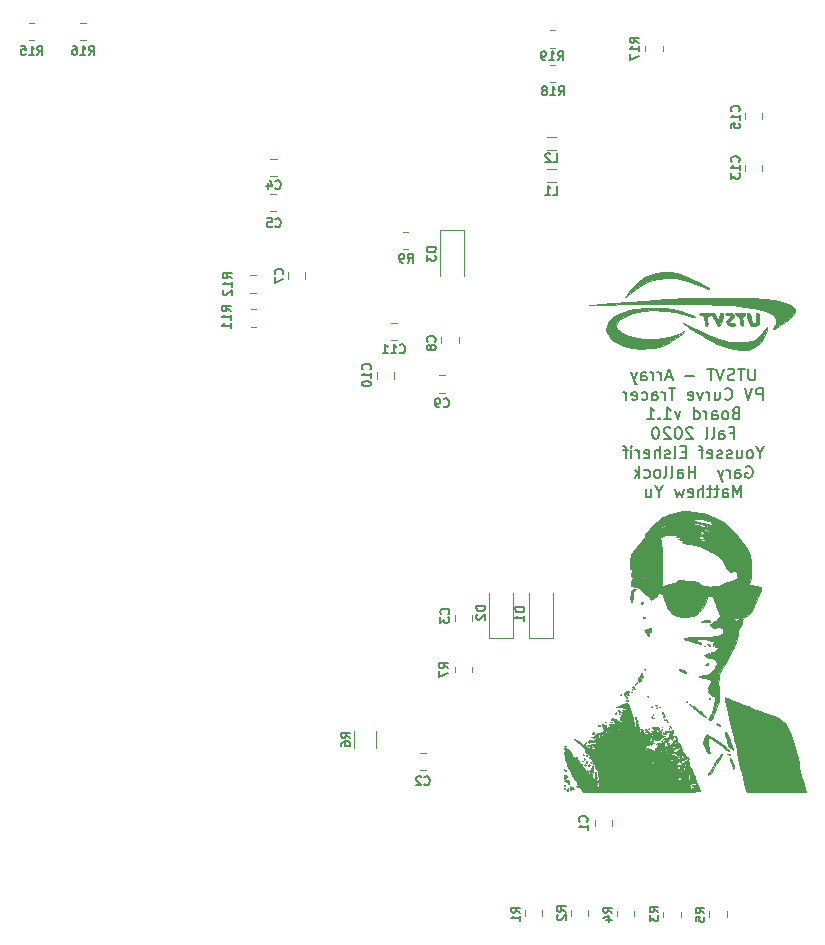
<source format=gbr>
%TF.GenerationSoftware,KiCad,Pcbnew,(5.1.9)-1*%
%TF.CreationDate,2021-04-03T20:31:08-05:00*%
%TF.ProjectId,IV Curve Tracer,49562043-7572-4766-9520-547261636572,1.1*%
%TF.SameCoordinates,Original*%
%TF.FileFunction,Legend,Bot*%
%TF.FilePolarity,Positive*%
%FSLAX46Y46*%
G04 Gerber Fmt 4.6, Leading zero omitted, Abs format (unit mm)*
G04 Created by KiCad (PCBNEW (5.1.9)-1) date 2021-04-03 20:31:08*
%MOMM*%
%LPD*%
G01*
G04 APERTURE LIST*
%ADD10C,0.150000*%
%ADD11C,0.120000*%
%ADD12C,0.010000*%
G04 APERTURE END LIST*
D10*
X93314285Y-51982380D02*
X93314285Y-52791904D01*
X93266666Y-52887142D01*
X93219047Y-52934761D01*
X93123809Y-52982380D01*
X92933333Y-52982380D01*
X92838095Y-52934761D01*
X92790476Y-52887142D01*
X92742857Y-52791904D01*
X92742857Y-51982380D01*
X92409523Y-51982380D02*
X91838095Y-51982380D01*
X92123809Y-52982380D02*
X92123809Y-51982380D01*
X91552380Y-52934761D02*
X91409523Y-52982380D01*
X91171428Y-52982380D01*
X91076190Y-52934761D01*
X91028571Y-52887142D01*
X90980952Y-52791904D01*
X90980952Y-52696666D01*
X91028571Y-52601428D01*
X91076190Y-52553809D01*
X91171428Y-52506190D01*
X91361904Y-52458571D01*
X91457142Y-52410952D01*
X91504761Y-52363333D01*
X91552380Y-52268095D01*
X91552380Y-52172857D01*
X91504761Y-52077619D01*
X91457142Y-52030000D01*
X91361904Y-51982380D01*
X91123809Y-51982380D01*
X90980952Y-52030000D01*
X90695238Y-51982380D02*
X90361904Y-52982380D01*
X90028571Y-51982380D01*
X89838095Y-51982380D02*
X89266666Y-51982380D01*
X89552380Y-52982380D02*
X89552380Y-51982380D01*
X88171428Y-52601428D02*
X87409523Y-52601428D01*
X86219047Y-52696666D02*
X85742857Y-52696666D01*
X86314285Y-52982380D02*
X85980952Y-51982380D01*
X85647619Y-52982380D01*
X85314285Y-52982380D02*
X85314285Y-52315714D01*
X85314285Y-52506190D02*
X85266666Y-52410952D01*
X85219047Y-52363333D01*
X85123809Y-52315714D01*
X85028571Y-52315714D01*
X84695238Y-52982380D02*
X84695238Y-52315714D01*
X84695238Y-52506190D02*
X84647619Y-52410952D01*
X84600000Y-52363333D01*
X84504761Y-52315714D01*
X84409523Y-52315714D01*
X83647619Y-52982380D02*
X83647619Y-52458571D01*
X83695238Y-52363333D01*
X83790476Y-52315714D01*
X83980952Y-52315714D01*
X84076190Y-52363333D01*
X83647619Y-52934761D02*
X83742857Y-52982380D01*
X83980952Y-52982380D01*
X84076190Y-52934761D01*
X84123809Y-52839523D01*
X84123809Y-52744285D01*
X84076190Y-52649047D01*
X83980952Y-52601428D01*
X83742857Y-52601428D01*
X83647619Y-52553809D01*
X83266666Y-52315714D02*
X83028571Y-52982380D01*
X82790476Y-52315714D02*
X83028571Y-52982380D01*
X83123809Y-53220476D01*
X83171428Y-53268095D01*
X83266666Y-53315714D01*
X93933333Y-54632380D02*
X93933333Y-53632380D01*
X93552380Y-53632380D01*
X93457142Y-53680000D01*
X93409523Y-53727619D01*
X93361904Y-53822857D01*
X93361904Y-53965714D01*
X93409523Y-54060952D01*
X93457142Y-54108571D01*
X93552380Y-54156190D01*
X93933333Y-54156190D01*
X93076190Y-53632380D02*
X92742857Y-54632380D01*
X92409523Y-53632380D01*
X90742857Y-54537142D02*
X90790476Y-54584761D01*
X90933333Y-54632380D01*
X91028571Y-54632380D01*
X91171428Y-54584761D01*
X91266666Y-54489523D01*
X91314285Y-54394285D01*
X91361904Y-54203809D01*
X91361904Y-54060952D01*
X91314285Y-53870476D01*
X91266666Y-53775238D01*
X91171428Y-53680000D01*
X91028571Y-53632380D01*
X90933333Y-53632380D01*
X90790476Y-53680000D01*
X90742857Y-53727619D01*
X89885714Y-53965714D02*
X89885714Y-54632380D01*
X90314285Y-53965714D02*
X90314285Y-54489523D01*
X90266666Y-54584761D01*
X90171428Y-54632380D01*
X90028571Y-54632380D01*
X89933333Y-54584761D01*
X89885714Y-54537142D01*
X89409523Y-54632380D02*
X89409523Y-53965714D01*
X89409523Y-54156190D02*
X89361904Y-54060952D01*
X89314285Y-54013333D01*
X89219047Y-53965714D01*
X89123809Y-53965714D01*
X88885714Y-53965714D02*
X88647619Y-54632380D01*
X88409523Y-53965714D01*
X87647619Y-54584761D02*
X87742857Y-54632380D01*
X87933333Y-54632380D01*
X88028571Y-54584761D01*
X88076190Y-54489523D01*
X88076190Y-54108571D01*
X88028571Y-54013333D01*
X87933333Y-53965714D01*
X87742857Y-53965714D01*
X87647619Y-54013333D01*
X87600000Y-54108571D01*
X87600000Y-54203809D01*
X88076190Y-54299047D01*
X86552380Y-53632380D02*
X85980952Y-53632380D01*
X86266666Y-54632380D02*
X86266666Y-53632380D01*
X85647619Y-54632380D02*
X85647619Y-53965714D01*
X85647619Y-54156190D02*
X85600000Y-54060952D01*
X85552380Y-54013333D01*
X85457142Y-53965714D01*
X85361904Y-53965714D01*
X84600000Y-54632380D02*
X84600000Y-54108571D01*
X84647619Y-54013333D01*
X84742857Y-53965714D01*
X84933333Y-53965714D01*
X85028571Y-54013333D01*
X84600000Y-54584761D02*
X84695238Y-54632380D01*
X84933333Y-54632380D01*
X85028571Y-54584761D01*
X85076190Y-54489523D01*
X85076190Y-54394285D01*
X85028571Y-54299047D01*
X84933333Y-54251428D01*
X84695238Y-54251428D01*
X84600000Y-54203809D01*
X83695238Y-54584761D02*
X83790476Y-54632380D01*
X83980952Y-54632380D01*
X84076190Y-54584761D01*
X84123809Y-54537142D01*
X84171428Y-54441904D01*
X84171428Y-54156190D01*
X84123809Y-54060952D01*
X84076190Y-54013333D01*
X83980952Y-53965714D01*
X83790476Y-53965714D01*
X83695238Y-54013333D01*
X82885714Y-54584761D02*
X82980952Y-54632380D01*
X83171428Y-54632380D01*
X83266666Y-54584761D01*
X83314285Y-54489523D01*
X83314285Y-54108571D01*
X83266666Y-54013333D01*
X83171428Y-53965714D01*
X82980952Y-53965714D01*
X82885714Y-54013333D01*
X82838095Y-54108571D01*
X82838095Y-54203809D01*
X83314285Y-54299047D01*
X82409523Y-54632380D02*
X82409523Y-53965714D01*
X82409523Y-54156190D02*
X82361904Y-54060952D01*
X82314285Y-54013333D01*
X82219047Y-53965714D01*
X82123809Y-53965714D01*
X91647619Y-55758571D02*
X91504761Y-55806190D01*
X91457142Y-55853809D01*
X91409523Y-55949047D01*
X91409523Y-56091904D01*
X91457142Y-56187142D01*
X91504761Y-56234761D01*
X91600000Y-56282380D01*
X91980952Y-56282380D01*
X91980952Y-55282380D01*
X91647619Y-55282380D01*
X91552380Y-55330000D01*
X91504761Y-55377619D01*
X91457142Y-55472857D01*
X91457142Y-55568095D01*
X91504761Y-55663333D01*
X91552380Y-55710952D01*
X91647619Y-55758571D01*
X91980952Y-55758571D01*
X90838095Y-56282380D02*
X90933333Y-56234761D01*
X90980952Y-56187142D01*
X91028571Y-56091904D01*
X91028571Y-55806190D01*
X90980952Y-55710952D01*
X90933333Y-55663333D01*
X90838095Y-55615714D01*
X90695238Y-55615714D01*
X90600000Y-55663333D01*
X90552380Y-55710952D01*
X90504761Y-55806190D01*
X90504761Y-56091904D01*
X90552380Y-56187142D01*
X90600000Y-56234761D01*
X90695238Y-56282380D01*
X90838095Y-56282380D01*
X89647619Y-56282380D02*
X89647619Y-55758571D01*
X89695238Y-55663333D01*
X89790476Y-55615714D01*
X89980952Y-55615714D01*
X90076190Y-55663333D01*
X89647619Y-56234761D02*
X89742857Y-56282380D01*
X89980952Y-56282380D01*
X90076190Y-56234761D01*
X90123809Y-56139523D01*
X90123809Y-56044285D01*
X90076190Y-55949047D01*
X89980952Y-55901428D01*
X89742857Y-55901428D01*
X89647619Y-55853809D01*
X89171428Y-56282380D02*
X89171428Y-55615714D01*
X89171428Y-55806190D02*
X89123809Y-55710952D01*
X89076190Y-55663333D01*
X88980952Y-55615714D01*
X88885714Y-55615714D01*
X88123809Y-56282380D02*
X88123809Y-55282380D01*
X88123809Y-56234761D02*
X88219047Y-56282380D01*
X88409523Y-56282380D01*
X88504761Y-56234761D01*
X88552380Y-56187142D01*
X88600000Y-56091904D01*
X88600000Y-55806190D01*
X88552380Y-55710952D01*
X88504761Y-55663333D01*
X88409523Y-55615714D01*
X88219047Y-55615714D01*
X88123809Y-55663333D01*
X86980952Y-55615714D02*
X86742857Y-56282380D01*
X86504761Y-55615714D01*
X85600000Y-56282380D02*
X86171428Y-56282380D01*
X85885714Y-56282380D02*
X85885714Y-55282380D01*
X85980952Y-55425238D01*
X86076190Y-55520476D01*
X86171428Y-55568095D01*
X85171428Y-56187142D02*
X85123809Y-56234761D01*
X85171428Y-56282380D01*
X85219047Y-56234761D01*
X85171428Y-56187142D01*
X85171428Y-56282380D01*
X84171428Y-56282380D02*
X84742857Y-56282380D01*
X84457142Y-56282380D02*
X84457142Y-55282380D01*
X84552380Y-55425238D01*
X84647619Y-55520476D01*
X84742857Y-55568095D01*
X91219047Y-57408571D02*
X91552380Y-57408571D01*
X91552380Y-57932380D02*
X91552380Y-56932380D01*
X91076190Y-56932380D01*
X90266666Y-57932380D02*
X90266666Y-57408571D01*
X90314285Y-57313333D01*
X90409523Y-57265714D01*
X90600000Y-57265714D01*
X90695238Y-57313333D01*
X90266666Y-57884761D02*
X90361904Y-57932380D01*
X90600000Y-57932380D01*
X90695238Y-57884761D01*
X90742857Y-57789523D01*
X90742857Y-57694285D01*
X90695238Y-57599047D01*
X90600000Y-57551428D01*
X90361904Y-57551428D01*
X90266666Y-57503809D01*
X89647619Y-57932380D02*
X89742857Y-57884761D01*
X89790476Y-57789523D01*
X89790476Y-56932380D01*
X89123809Y-57932380D02*
X89219047Y-57884761D01*
X89266666Y-57789523D01*
X89266666Y-56932380D01*
X88028571Y-57027619D02*
X87980952Y-56980000D01*
X87885714Y-56932380D01*
X87647619Y-56932380D01*
X87552380Y-56980000D01*
X87504761Y-57027619D01*
X87457142Y-57122857D01*
X87457142Y-57218095D01*
X87504761Y-57360952D01*
X88076190Y-57932380D01*
X87457142Y-57932380D01*
X86838095Y-56932380D02*
X86742857Y-56932380D01*
X86647619Y-56980000D01*
X86600000Y-57027619D01*
X86552380Y-57122857D01*
X86504761Y-57313333D01*
X86504761Y-57551428D01*
X86552380Y-57741904D01*
X86600000Y-57837142D01*
X86647619Y-57884761D01*
X86742857Y-57932380D01*
X86838095Y-57932380D01*
X86933333Y-57884761D01*
X86980952Y-57837142D01*
X87028571Y-57741904D01*
X87076190Y-57551428D01*
X87076190Y-57313333D01*
X87028571Y-57122857D01*
X86980952Y-57027619D01*
X86933333Y-56980000D01*
X86838095Y-56932380D01*
X86123809Y-57027619D02*
X86076190Y-56980000D01*
X85980952Y-56932380D01*
X85742857Y-56932380D01*
X85647619Y-56980000D01*
X85600000Y-57027619D01*
X85552380Y-57122857D01*
X85552380Y-57218095D01*
X85600000Y-57360952D01*
X86171428Y-57932380D01*
X85552380Y-57932380D01*
X84933333Y-56932380D02*
X84838095Y-56932380D01*
X84742857Y-56980000D01*
X84695238Y-57027619D01*
X84647619Y-57122857D01*
X84600000Y-57313333D01*
X84600000Y-57551428D01*
X84647619Y-57741904D01*
X84695238Y-57837142D01*
X84742857Y-57884761D01*
X84838095Y-57932380D01*
X84933333Y-57932380D01*
X85028571Y-57884761D01*
X85076190Y-57837142D01*
X85123809Y-57741904D01*
X85171428Y-57551428D01*
X85171428Y-57313333D01*
X85123809Y-57122857D01*
X85076190Y-57027619D01*
X85028571Y-56980000D01*
X84933333Y-56932380D01*
X93742857Y-59106190D02*
X93742857Y-59582380D01*
X94076190Y-58582380D02*
X93742857Y-59106190D01*
X93409523Y-58582380D01*
X92933333Y-59582380D02*
X93028571Y-59534761D01*
X93076190Y-59487142D01*
X93123809Y-59391904D01*
X93123809Y-59106190D01*
X93076190Y-59010952D01*
X93028571Y-58963333D01*
X92933333Y-58915714D01*
X92790476Y-58915714D01*
X92695238Y-58963333D01*
X92647619Y-59010952D01*
X92600000Y-59106190D01*
X92600000Y-59391904D01*
X92647619Y-59487142D01*
X92695238Y-59534761D01*
X92790476Y-59582380D01*
X92933333Y-59582380D01*
X91742857Y-58915714D02*
X91742857Y-59582380D01*
X92171428Y-58915714D02*
X92171428Y-59439523D01*
X92123809Y-59534761D01*
X92028571Y-59582380D01*
X91885714Y-59582380D01*
X91790476Y-59534761D01*
X91742857Y-59487142D01*
X91314285Y-59534761D02*
X91219047Y-59582380D01*
X91028571Y-59582380D01*
X90933333Y-59534761D01*
X90885714Y-59439523D01*
X90885714Y-59391904D01*
X90933333Y-59296666D01*
X91028571Y-59249047D01*
X91171428Y-59249047D01*
X91266666Y-59201428D01*
X91314285Y-59106190D01*
X91314285Y-59058571D01*
X91266666Y-58963333D01*
X91171428Y-58915714D01*
X91028571Y-58915714D01*
X90933333Y-58963333D01*
X90504761Y-59534761D02*
X90409523Y-59582380D01*
X90219047Y-59582380D01*
X90123809Y-59534761D01*
X90076190Y-59439523D01*
X90076190Y-59391904D01*
X90123809Y-59296666D01*
X90219047Y-59249047D01*
X90361904Y-59249047D01*
X90457142Y-59201428D01*
X90504761Y-59106190D01*
X90504761Y-59058571D01*
X90457142Y-58963333D01*
X90361904Y-58915714D01*
X90219047Y-58915714D01*
X90123809Y-58963333D01*
X89266666Y-59534761D02*
X89361904Y-59582380D01*
X89552380Y-59582380D01*
X89647619Y-59534761D01*
X89695238Y-59439523D01*
X89695238Y-59058571D01*
X89647619Y-58963333D01*
X89552380Y-58915714D01*
X89361904Y-58915714D01*
X89266666Y-58963333D01*
X89219047Y-59058571D01*
X89219047Y-59153809D01*
X89695238Y-59249047D01*
X88933333Y-58915714D02*
X88552380Y-58915714D01*
X88790476Y-59582380D02*
X88790476Y-58725238D01*
X88742857Y-58630000D01*
X88647619Y-58582380D01*
X88552380Y-58582380D01*
X87457142Y-59058571D02*
X87123809Y-59058571D01*
X86980952Y-59582380D02*
X87457142Y-59582380D01*
X87457142Y-58582380D01*
X86980952Y-58582380D01*
X86409523Y-59582380D02*
X86504761Y-59534761D01*
X86552380Y-59439523D01*
X86552380Y-58582380D01*
X86076190Y-59534761D02*
X85980952Y-59582380D01*
X85790476Y-59582380D01*
X85695238Y-59534761D01*
X85647619Y-59439523D01*
X85647619Y-59391904D01*
X85695238Y-59296666D01*
X85790476Y-59249047D01*
X85933333Y-59249047D01*
X86028571Y-59201428D01*
X86076190Y-59106190D01*
X86076190Y-59058571D01*
X86028571Y-58963333D01*
X85933333Y-58915714D01*
X85790476Y-58915714D01*
X85695238Y-58963333D01*
X85219047Y-59582380D02*
X85219047Y-58582380D01*
X84790476Y-59582380D02*
X84790476Y-59058571D01*
X84838095Y-58963333D01*
X84933333Y-58915714D01*
X85076190Y-58915714D01*
X85171428Y-58963333D01*
X85219047Y-59010952D01*
X83933333Y-59534761D02*
X84028571Y-59582380D01*
X84219047Y-59582380D01*
X84314285Y-59534761D01*
X84361904Y-59439523D01*
X84361904Y-59058571D01*
X84314285Y-58963333D01*
X84219047Y-58915714D01*
X84028571Y-58915714D01*
X83933333Y-58963333D01*
X83885714Y-59058571D01*
X83885714Y-59153809D01*
X84361904Y-59249047D01*
X83457142Y-59582380D02*
X83457142Y-58915714D01*
X83457142Y-59106190D02*
X83409523Y-59010952D01*
X83361904Y-58963333D01*
X83266666Y-58915714D01*
X83171428Y-58915714D01*
X82838095Y-59582380D02*
X82838095Y-58915714D01*
X82838095Y-58582380D02*
X82885714Y-58630000D01*
X82838095Y-58677619D01*
X82790476Y-58630000D01*
X82838095Y-58582380D01*
X82838095Y-58677619D01*
X82504761Y-58915714D02*
X82123809Y-58915714D01*
X82361904Y-59582380D02*
X82361904Y-58725238D01*
X82314285Y-58630000D01*
X82219047Y-58582380D01*
X82123809Y-58582380D01*
X92528571Y-60280000D02*
X92623809Y-60232380D01*
X92766666Y-60232380D01*
X92909523Y-60280000D01*
X93004761Y-60375238D01*
X93052380Y-60470476D01*
X93100000Y-60660952D01*
X93100000Y-60803809D01*
X93052380Y-60994285D01*
X93004761Y-61089523D01*
X92909523Y-61184761D01*
X92766666Y-61232380D01*
X92671428Y-61232380D01*
X92528571Y-61184761D01*
X92480952Y-61137142D01*
X92480952Y-60803809D01*
X92671428Y-60803809D01*
X91623809Y-61232380D02*
X91623809Y-60708571D01*
X91671428Y-60613333D01*
X91766666Y-60565714D01*
X91957142Y-60565714D01*
X92052380Y-60613333D01*
X91623809Y-61184761D02*
X91719047Y-61232380D01*
X91957142Y-61232380D01*
X92052380Y-61184761D01*
X92100000Y-61089523D01*
X92100000Y-60994285D01*
X92052380Y-60899047D01*
X91957142Y-60851428D01*
X91719047Y-60851428D01*
X91623809Y-60803809D01*
X91147619Y-61232380D02*
X91147619Y-60565714D01*
X91147619Y-60756190D02*
X91100000Y-60660952D01*
X91052380Y-60613333D01*
X90957142Y-60565714D01*
X90861904Y-60565714D01*
X90623809Y-60565714D02*
X90385714Y-61232380D01*
X90147619Y-60565714D02*
X90385714Y-61232380D01*
X90480952Y-61470476D01*
X90528571Y-61518095D01*
X90623809Y-61565714D01*
X88242857Y-61232380D02*
X88242857Y-60232380D01*
X88242857Y-60708571D02*
X87671428Y-60708571D01*
X87671428Y-61232380D02*
X87671428Y-60232380D01*
X86766666Y-61232380D02*
X86766666Y-60708571D01*
X86814285Y-60613333D01*
X86909523Y-60565714D01*
X87100000Y-60565714D01*
X87195238Y-60613333D01*
X86766666Y-61184761D02*
X86861904Y-61232380D01*
X87100000Y-61232380D01*
X87195238Y-61184761D01*
X87242857Y-61089523D01*
X87242857Y-60994285D01*
X87195238Y-60899047D01*
X87100000Y-60851428D01*
X86861904Y-60851428D01*
X86766666Y-60803809D01*
X86147619Y-61232380D02*
X86242857Y-61184761D01*
X86290476Y-61089523D01*
X86290476Y-60232380D01*
X85623809Y-61232380D02*
X85719047Y-61184761D01*
X85766666Y-61089523D01*
X85766666Y-60232380D01*
X85100000Y-61232380D02*
X85195238Y-61184761D01*
X85242857Y-61137142D01*
X85290476Y-61041904D01*
X85290476Y-60756190D01*
X85242857Y-60660952D01*
X85195238Y-60613333D01*
X85100000Y-60565714D01*
X84957142Y-60565714D01*
X84861904Y-60613333D01*
X84814285Y-60660952D01*
X84766666Y-60756190D01*
X84766666Y-61041904D01*
X84814285Y-61137142D01*
X84861904Y-61184761D01*
X84957142Y-61232380D01*
X85100000Y-61232380D01*
X83909523Y-61184761D02*
X84004761Y-61232380D01*
X84195238Y-61232380D01*
X84290476Y-61184761D01*
X84338095Y-61137142D01*
X84385714Y-61041904D01*
X84385714Y-60756190D01*
X84338095Y-60660952D01*
X84290476Y-60613333D01*
X84195238Y-60565714D01*
X84004761Y-60565714D01*
X83909523Y-60613333D01*
X83480952Y-61232380D02*
X83480952Y-60232380D01*
X83385714Y-60851428D02*
X83100000Y-61232380D01*
X83100000Y-60565714D02*
X83480952Y-60946666D01*
X92123809Y-62882380D02*
X92123809Y-61882380D01*
X91790476Y-62596666D01*
X91457142Y-61882380D01*
X91457142Y-62882380D01*
X90552380Y-62882380D02*
X90552380Y-62358571D01*
X90600000Y-62263333D01*
X90695238Y-62215714D01*
X90885714Y-62215714D01*
X90980952Y-62263333D01*
X90552380Y-62834761D02*
X90647619Y-62882380D01*
X90885714Y-62882380D01*
X90980952Y-62834761D01*
X91028571Y-62739523D01*
X91028571Y-62644285D01*
X90980952Y-62549047D01*
X90885714Y-62501428D01*
X90647619Y-62501428D01*
X90552380Y-62453809D01*
X90219047Y-62215714D02*
X89838095Y-62215714D01*
X90076190Y-61882380D02*
X90076190Y-62739523D01*
X90028571Y-62834761D01*
X89933333Y-62882380D01*
X89838095Y-62882380D01*
X89647619Y-62215714D02*
X89266666Y-62215714D01*
X89504761Y-61882380D02*
X89504761Y-62739523D01*
X89457142Y-62834761D01*
X89361904Y-62882380D01*
X89266666Y-62882380D01*
X88933333Y-62882380D02*
X88933333Y-61882380D01*
X88504761Y-62882380D02*
X88504761Y-62358571D01*
X88552380Y-62263333D01*
X88647619Y-62215714D01*
X88790476Y-62215714D01*
X88885714Y-62263333D01*
X88933333Y-62310952D01*
X87647619Y-62834761D02*
X87742857Y-62882380D01*
X87933333Y-62882380D01*
X88028571Y-62834761D01*
X88076190Y-62739523D01*
X88076190Y-62358571D01*
X88028571Y-62263333D01*
X87933333Y-62215714D01*
X87742857Y-62215714D01*
X87647619Y-62263333D01*
X87600000Y-62358571D01*
X87600000Y-62453809D01*
X88076190Y-62549047D01*
X87266666Y-62215714D02*
X87076190Y-62882380D01*
X86885714Y-62406190D01*
X86695238Y-62882380D01*
X86504761Y-62215714D01*
X85171428Y-62406190D02*
X85171428Y-62882380D01*
X85504761Y-61882380D02*
X85171428Y-62406190D01*
X84838095Y-61882380D01*
X84076190Y-62215714D02*
X84076190Y-62882380D01*
X84504761Y-62215714D02*
X84504761Y-62739523D01*
X84457142Y-62834761D01*
X84361904Y-62882380D01*
X84219047Y-62882380D01*
X84123809Y-62834761D01*
X84076190Y-62787142D01*
D11*
%TO.C,C4*%
X52791252Y-34205000D02*
X52268748Y-34205000D01*
X52791252Y-35675000D02*
X52268748Y-35675000D01*
%TO.C,R7*%
X67895000Y-77262936D02*
X67895000Y-77717064D01*
X69365000Y-77262936D02*
X69365000Y-77717064D01*
%TO.C,R6*%
X61180000Y-84117064D02*
X61180000Y-82662936D01*
X59360000Y-84117064D02*
X59360000Y-82662936D01*
%TO.C,D3*%
X66620000Y-40260000D02*
X68620000Y-40260000D01*
X68620000Y-40260000D02*
X68620000Y-44110000D01*
X66620000Y-40260000D02*
X66620000Y-44110000D01*
%TO.C,D2*%
X72790000Y-74830000D02*
X70790000Y-74830000D01*
X70790000Y-74830000D02*
X70790000Y-70980000D01*
X72790000Y-74830000D02*
X72790000Y-70980000D01*
%TO.C,D1*%
X76170000Y-74825000D02*
X74170000Y-74825000D01*
X74170000Y-74825000D02*
X74170000Y-70975000D01*
X76170000Y-74825000D02*
X76170000Y-70975000D01*
%TO.C,C3*%
X69375000Y-73331252D02*
X69375000Y-72808748D01*
X67905000Y-73331252D02*
X67905000Y-72808748D01*
%TO.C,C2*%
X64918748Y-85985000D02*
X65441252Y-85985000D01*
X64918748Y-84515000D02*
X65441252Y-84515000D01*
D12*
%TO.C,G\u002A\u002A\u002A*%
G36*
X87281583Y-48199313D02*
G01*
X87465010Y-48333627D01*
X87735292Y-48518048D01*
X88063442Y-48733760D01*
X88420474Y-48961948D01*
X88777401Y-49183795D01*
X89105235Y-49380486D01*
X89342379Y-49515489D01*
X90089592Y-49882640D01*
X90819034Y-50161038D01*
X91507050Y-50345144D01*
X92129988Y-50429424D01*
X92664193Y-50408339D01*
X92909657Y-50350469D01*
X93393131Y-50104277D01*
X93794541Y-49712205D01*
X94080449Y-49240429D01*
X94195497Y-48973420D01*
X94278173Y-48737845D01*
X94324075Y-48558973D01*
X94328801Y-48462074D01*
X94287950Y-48472418D01*
X94197121Y-48615274D01*
X94185551Y-48637000D01*
X93852360Y-49100842D01*
X93403612Y-49474930D01*
X93267666Y-49554921D01*
X93094575Y-49636448D01*
X92909985Y-49689418D01*
X92672995Y-49719376D01*
X92342704Y-49731869D01*
X91955333Y-49732887D01*
X91493087Y-49725070D01*
X91137723Y-49700514D01*
X90826941Y-49649661D01*
X90498442Y-49562955D01*
X90177333Y-49460125D01*
X89784308Y-49314784D01*
X89302265Y-49114941D01*
X88791207Y-48886511D01*
X88311137Y-48655408D01*
X88293500Y-48646512D01*
X87909660Y-48454671D01*
X87585966Y-48297028D01*
X87349073Y-48186240D01*
X87225636Y-48134964D01*
X87214000Y-48133923D01*
X87281583Y-48199313D01*
G37*
X87281583Y-48199313D02*
X87465010Y-48333627D01*
X87735292Y-48518048D01*
X88063442Y-48733760D01*
X88420474Y-48961948D01*
X88777401Y-49183795D01*
X89105235Y-49380486D01*
X89342379Y-49515489D01*
X90089592Y-49882640D01*
X90819034Y-50161038D01*
X91507050Y-50345144D01*
X92129988Y-50429424D01*
X92664193Y-50408339D01*
X92909657Y-50350469D01*
X93393131Y-50104277D01*
X93794541Y-49712205D01*
X94080449Y-49240429D01*
X94195497Y-48973420D01*
X94278173Y-48737845D01*
X94324075Y-48558973D01*
X94328801Y-48462074D01*
X94287950Y-48472418D01*
X94197121Y-48615274D01*
X94185551Y-48637000D01*
X93852360Y-49100842D01*
X93403612Y-49474930D01*
X93267666Y-49554921D01*
X93094575Y-49636448D01*
X92909985Y-49689418D01*
X92672995Y-49719376D01*
X92342704Y-49731869D01*
X91955333Y-49732887D01*
X91493087Y-49725070D01*
X91137723Y-49700514D01*
X90826941Y-49649661D01*
X90498442Y-49562955D01*
X90177333Y-49460125D01*
X89784308Y-49314784D01*
X89302265Y-49114941D01*
X88791207Y-48886511D01*
X88311137Y-48655408D01*
X88293500Y-48646512D01*
X87909660Y-48454671D01*
X87585966Y-48297028D01*
X87349073Y-48186240D01*
X87225636Y-48134964D01*
X87214000Y-48133923D01*
X87281583Y-48199313D01*
G36*
X84003384Y-46834884D02*
G01*
X83236905Y-46916699D01*
X82565679Y-47061139D01*
X82430333Y-47102989D01*
X81793721Y-47359973D01*
X81298334Y-47657975D01*
X80948625Y-47988364D01*
X80749048Y-48342511D01*
X80704056Y-48711786D01*
X80818103Y-49087560D01*
X81095643Y-49461203D01*
X81173941Y-49537501D01*
X81633294Y-49859800D01*
X82215672Y-50101745D01*
X82891566Y-50256518D01*
X83631469Y-50317305D01*
X84386278Y-50279577D01*
X84778741Y-50215619D01*
X85184886Y-50120150D01*
X85456958Y-50034726D01*
X85825756Y-49870908D01*
X86227258Y-49651585D01*
X86610836Y-49408294D01*
X86925862Y-49172570D01*
X87087000Y-49019358D01*
X87256333Y-48825501D01*
X87002333Y-48954686D01*
X86347245Y-49217412D01*
X85603870Y-49397303D01*
X84814552Y-49492579D01*
X84021634Y-49501459D01*
X83267458Y-49422163D01*
X82594368Y-49252909D01*
X82337861Y-49150870D01*
X81911482Y-48908059D01*
X81649786Y-48648225D01*
X81549991Y-48379425D01*
X81609314Y-48109717D01*
X81824973Y-47847160D01*
X82194185Y-47599810D01*
X82714169Y-47375726D01*
X82980666Y-47289350D01*
X83796797Y-47115229D01*
X84699602Y-47042743D01*
X85641306Y-47070587D01*
X86574134Y-47197453D01*
X87415111Y-47410601D01*
X87747390Y-47513953D01*
X88012869Y-47589913D01*
X88175026Y-47628382D01*
X88207242Y-47629647D01*
X88164995Y-47575450D01*
X87991425Y-47488737D01*
X87718765Y-47380844D01*
X87379248Y-47263111D01*
X87005106Y-47146876D01*
X86628572Y-47043478D01*
X86363343Y-46981034D01*
X85617703Y-46865467D01*
X84814017Y-46817279D01*
X84003384Y-46834884D01*
G37*
X84003384Y-46834884D02*
X83236905Y-46916699D01*
X82565679Y-47061139D01*
X82430333Y-47102989D01*
X81793721Y-47359973D01*
X81298334Y-47657975D01*
X80948625Y-47988364D01*
X80749048Y-48342511D01*
X80704056Y-48711786D01*
X80818103Y-49087560D01*
X81095643Y-49461203D01*
X81173941Y-49537501D01*
X81633294Y-49859800D01*
X82215672Y-50101745D01*
X82891566Y-50256518D01*
X83631469Y-50317305D01*
X84386278Y-50279577D01*
X84778741Y-50215619D01*
X85184886Y-50120150D01*
X85456958Y-50034726D01*
X85825756Y-49870908D01*
X86227258Y-49651585D01*
X86610836Y-49408294D01*
X86925862Y-49172570D01*
X87087000Y-49019358D01*
X87256333Y-48825501D01*
X87002333Y-48954686D01*
X86347245Y-49217412D01*
X85603870Y-49397303D01*
X84814552Y-49492579D01*
X84021634Y-49501459D01*
X83267458Y-49422163D01*
X82594368Y-49252909D01*
X82337861Y-49150870D01*
X81911482Y-48908059D01*
X81649786Y-48648225D01*
X81549991Y-48379425D01*
X81609314Y-48109717D01*
X81824973Y-47847160D01*
X82194185Y-47599810D01*
X82714169Y-47375726D01*
X82980666Y-47289350D01*
X83796797Y-47115229D01*
X84699602Y-47042743D01*
X85641306Y-47070587D01*
X86574134Y-47197453D01*
X87415111Y-47410601D01*
X87747390Y-47513953D01*
X88012869Y-47589913D01*
X88175026Y-47628382D01*
X88207242Y-47629647D01*
X88164995Y-47575450D01*
X87991425Y-47488737D01*
X87718765Y-47380844D01*
X87379248Y-47263111D01*
X87005106Y-47146876D01*
X86628572Y-47043478D01*
X86363343Y-46981034D01*
X85617703Y-46865467D01*
X84814017Y-46817279D01*
X84003384Y-46834884D01*
G36*
X89226057Y-45995662D02*
G01*
X87611699Y-46049837D01*
X85843779Y-46135813D01*
X83923471Y-46253673D01*
X83658000Y-46271663D01*
X83005054Y-46317680D01*
X82314444Y-46368602D01*
X81636667Y-46420553D01*
X81022222Y-46469655D01*
X80521607Y-46512030D01*
X80483000Y-46515458D01*
X79213000Y-46628801D01*
X81118000Y-46574567D01*
X81934920Y-46554732D01*
X82820947Y-46539324D01*
X83756118Y-46528234D01*
X84720473Y-46521357D01*
X85694050Y-46518585D01*
X86656887Y-46519811D01*
X87589022Y-46524927D01*
X88470493Y-46533828D01*
X89281340Y-46546404D01*
X90001599Y-46562551D01*
X90611310Y-46582159D01*
X91090511Y-46605123D01*
X91405000Y-46629767D01*
X92379560Y-46749425D01*
X93192254Y-46882204D01*
X93850220Y-47030644D01*
X94360594Y-47197283D01*
X94730513Y-47384661D01*
X94967114Y-47595318D01*
X95077533Y-47831793D01*
X95088000Y-47940189D01*
X95038075Y-48182824D01*
X94917500Y-48426887D01*
X94912901Y-48433430D01*
X94814737Y-48585554D01*
X94804275Y-48653634D01*
X94894724Y-48635003D01*
X95099295Y-48526997D01*
X95426666Y-48329745D01*
X95855374Y-48039938D01*
X96219208Y-47745182D01*
X96491715Y-47469932D01*
X96646441Y-47238643D01*
X96665108Y-47184878D01*
X96651021Y-46925570D01*
X96471618Y-46697240D01*
X96128074Y-46499968D01*
X95621565Y-46333839D01*
X94953266Y-46198934D01*
X94124353Y-46095336D01*
X93136000Y-46023127D01*
X91989382Y-45982390D01*
X90685677Y-45973208D01*
X89226057Y-45995662D01*
G37*
X89226057Y-45995662D02*
X87611699Y-46049837D01*
X85843779Y-46135813D01*
X83923471Y-46253673D01*
X83658000Y-46271663D01*
X83005054Y-46317680D01*
X82314444Y-46368602D01*
X81636667Y-46420553D01*
X81022222Y-46469655D01*
X80521607Y-46512030D01*
X80483000Y-46515458D01*
X79213000Y-46628801D01*
X81118000Y-46574567D01*
X81934920Y-46554732D01*
X82820947Y-46539324D01*
X83756118Y-46528234D01*
X84720473Y-46521357D01*
X85694050Y-46518585D01*
X86656887Y-46519811D01*
X87589022Y-46524927D01*
X88470493Y-46533828D01*
X89281340Y-46546404D01*
X90001599Y-46562551D01*
X90611310Y-46582159D01*
X91090511Y-46605123D01*
X91405000Y-46629767D01*
X92379560Y-46749425D01*
X93192254Y-46882204D01*
X93850220Y-47030644D01*
X94360594Y-47197283D01*
X94730513Y-47384661D01*
X94967114Y-47595318D01*
X95077533Y-47831793D01*
X95088000Y-47940189D01*
X95038075Y-48182824D01*
X94917500Y-48426887D01*
X94912901Y-48433430D01*
X94814737Y-48585554D01*
X94804275Y-48653634D01*
X94894724Y-48635003D01*
X95099295Y-48526997D01*
X95426666Y-48329745D01*
X95855374Y-48039938D01*
X96219208Y-47745182D01*
X96491715Y-47469932D01*
X96646441Y-47238643D01*
X96665108Y-47184878D01*
X96651021Y-46925570D01*
X96471618Y-46697240D01*
X96128074Y-46499968D01*
X95621565Y-46333839D01*
X94953266Y-46198934D01*
X94124353Y-46095336D01*
X93136000Y-46023127D01*
X91989382Y-45982390D01*
X90685677Y-45973208D01*
X89226057Y-45995662D01*
G36*
X92651383Y-47309315D02*
G01*
X92634686Y-47388167D01*
X92658444Y-47602794D01*
X92713594Y-47862471D01*
X92782892Y-48100123D01*
X92849093Y-48248676D01*
X92858918Y-48260361D01*
X93048991Y-48355001D01*
X93297669Y-48383677D01*
X93500500Y-48335932D01*
X93599141Y-48200585D01*
X93649599Y-47976812D01*
X93654653Y-47716811D01*
X93617081Y-47472782D01*
X93539665Y-47296923D01*
X93442142Y-47240000D01*
X93382474Y-47298109D01*
X93365290Y-47486093D01*
X93377627Y-47713009D01*
X93395826Y-47980789D01*
X93383735Y-48118448D01*
X93327317Y-48164415D01*
X93215260Y-48157509D01*
X93091007Y-48115283D01*
X93012779Y-48003762D01*
X92955202Y-47779613D01*
X92938259Y-47684500D01*
X92868605Y-47398155D01*
X92784235Y-47253690D01*
X92747759Y-47240000D01*
X92651383Y-47309315D01*
G37*
X92651383Y-47309315D02*
X92634686Y-47388167D01*
X92658444Y-47602794D01*
X92713594Y-47862471D01*
X92782892Y-48100123D01*
X92849093Y-48248676D01*
X92858918Y-48260361D01*
X93048991Y-48355001D01*
X93297669Y-48383677D01*
X93500500Y-48335932D01*
X93599141Y-48200585D01*
X93649599Y-47976812D01*
X93654653Y-47716811D01*
X93617081Y-47472782D01*
X93539665Y-47296923D01*
X93442142Y-47240000D01*
X93382474Y-47298109D01*
X93365290Y-47486093D01*
X93377627Y-47713009D01*
X93395826Y-47980789D01*
X93383735Y-48118448D01*
X93327317Y-48164415D01*
X93215260Y-48157509D01*
X93091007Y-48115283D01*
X93012779Y-48003762D01*
X92955202Y-47779613D01*
X92938259Y-47684500D01*
X92868605Y-47398155D01*
X92784235Y-47253690D01*
X92747759Y-47240000D01*
X92651383Y-47309315D01*
G36*
X90812865Y-47283696D02*
G01*
X90791588Y-47345834D01*
X90894029Y-47428619D01*
X91024000Y-47451667D01*
X91206081Y-47491982D01*
X91240729Y-47588427D01*
X91122099Y-47704247D01*
X91068526Y-47731596D01*
X90894391Y-47879319D01*
X90869657Y-48068490D01*
X90996231Y-48257372D01*
X91042839Y-48293533D01*
X91253917Y-48407544D01*
X91425081Y-48399270D01*
X91521680Y-48348836D01*
X91602317Y-48247447D01*
X91547074Y-48167410D01*
X91389008Y-48141665D01*
X91322354Y-48150225D01*
X91154282Y-48140631D01*
X91108118Y-48055169D01*
X91187770Y-47939420D01*
X91298672Y-47873910D01*
X91474951Y-47724940D01*
X91517567Y-47524311D01*
X91443958Y-47362933D01*
X91315162Y-47284772D01*
X91128073Y-47244491D01*
X90941153Y-47243621D01*
X90812865Y-47283696D01*
G37*
X90812865Y-47283696D02*
X90791588Y-47345834D01*
X90894029Y-47428619D01*
X91024000Y-47451667D01*
X91206081Y-47491982D01*
X91240729Y-47588427D01*
X91122099Y-47704247D01*
X91068526Y-47731596D01*
X90894391Y-47879319D01*
X90869657Y-48068490D01*
X90996231Y-48257372D01*
X91042839Y-48293533D01*
X91253917Y-48407544D01*
X91425081Y-48399270D01*
X91521680Y-48348836D01*
X91602317Y-48247447D01*
X91547074Y-48167410D01*
X91389008Y-48141665D01*
X91322354Y-48150225D01*
X91154282Y-48140631D01*
X91108118Y-48055169D01*
X91187770Y-47939420D01*
X91298672Y-47873910D01*
X91474951Y-47724940D01*
X91517567Y-47524311D01*
X91443958Y-47362933D01*
X91315162Y-47284772D01*
X91128073Y-47244491D01*
X90941153Y-47243621D01*
X90812865Y-47283696D01*
G36*
X91773781Y-47253596D02*
G01*
X91643756Y-47300668D01*
X91616666Y-47367000D01*
X91686950Y-47470509D01*
X91783084Y-47494000D01*
X91888805Y-47525175D01*
X91955004Y-47644676D01*
X92002166Y-47891465D01*
X92005658Y-47917334D01*
X92065134Y-48203175D01*
X92148818Y-48331210D01*
X92185852Y-48340667D01*
X92256747Y-48308698D01*
X92277907Y-48188218D01*
X92255064Y-47942366D01*
X92251666Y-47917334D01*
X92225050Y-47663201D01*
X92240819Y-47535507D01*
X92306074Y-47495076D01*
X92328388Y-47494000D01*
X92445657Y-47429644D01*
X92463333Y-47367000D01*
X92418014Y-47287135D01*
X92261106Y-47248127D01*
X92040000Y-47240000D01*
X91773781Y-47253596D01*
G37*
X91773781Y-47253596D02*
X91643756Y-47300668D01*
X91616666Y-47367000D01*
X91686950Y-47470509D01*
X91783084Y-47494000D01*
X91888805Y-47525175D01*
X91955004Y-47644676D01*
X92002166Y-47891465D01*
X92005658Y-47917334D01*
X92065134Y-48203175D01*
X92148818Y-48331210D01*
X92185852Y-48340667D01*
X92256747Y-48308698D01*
X92277907Y-48188218D01*
X92255064Y-47942366D01*
X92251666Y-47917334D01*
X92225050Y-47663201D01*
X92240819Y-47535507D01*
X92306074Y-47495076D01*
X92328388Y-47494000D01*
X92445657Y-47429644D01*
X92463333Y-47367000D01*
X92418014Y-47287135D01*
X92261106Y-47248127D01*
X92040000Y-47240000D01*
X91773781Y-47253596D01*
G36*
X88842000Y-47248171D02*
G01*
X88651456Y-47275224D01*
X88587025Y-47324973D01*
X88589409Y-47345834D01*
X88692111Y-47441847D01*
X88808132Y-47478722D01*
X88951636Y-47550816D01*
X88993156Y-47732722D01*
X89022487Y-48047587D01*
X89098927Y-48261292D01*
X89210568Y-48340663D01*
X89211425Y-48340667D01*
X89271787Y-48315620D01*
X89293041Y-48220418D01*
X89274963Y-48024973D01*
X89217327Y-47699193D01*
X89206225Y-47642167D01*
X89238456Y-47517742D01*
X89331537Y-47494000D01*
X89477642Y-47448815D01*
X89517716Y-47398517D01*
X89568831Y-47418527D01*
X89673855Y-47560276D01*
X89811098Y-47793984D01*
X89826070Y-47821851D01*
X89979682Y-48080806D01*
X90119732Y-48266760D01*
X90216620Y-48340593D01*
X90218624Y-48340667D01*
X90308170Y-48263915D01*
X90408572Y-48059296D01*
X90467659Y-47883136D01*
X90556341Y-47560851D01*
X90591640Y-47367502D01*
X90573933Y-47271449D01*
X90503594Y-47241054D01*
X90475280Y-47240000D01*
X90368358Y-47312943D01*
X90298875Y-47472834D01*
X90232079Y-47742998D01*
X90172903Y-47854036D01*
X90101520Y-47813914D01*
X89998103Y-47630599D01*
X89982833Y-47599834D01*
X89805306Y-47240000D01*
X89179931Y-47240000D01*
X88842000Y-47248171D01*
G37*
X88842000Y-47248171D02*
X88651456Y-47275224D01*
X88587025Y-47324973D01*
X88589409Y-47345834D01*
X88692111Y-47441847D01*
X88808132Y-47478722D01*
X88951636Y-47550816D01*
X88993156Y-47732722D01*
X89022487Y-48047587D01*
X89098927Y-48261292D01*
X89210568Y-48340663D01*
X89211425Y-48340667D01*
X89271787Y-48315620D01*
X89293041Y-48220418D01*
X89274963Y-48024973D01*
X89217327Y-47699193D01*
X89206225Y-47642167D01*
X89238456Y-47517742D01*
X89331537Y-47494000D01*
X89477642Y-47448815D01*
X89517716Y-47398517D01*
X89568831Y-47418527D01*
X89673855Y-47560276D01*
X89811098Y-47793984D01*
X89826070Y-47821851D01*
X89979682Y-48080806D01*
X90119732Y-48266760D01*
X90216620Y-48340593D01*
X90218624Y-48340667D01*
X90308170Y-48263915D01*
X90408572Y-48059296D01*
X90467659Y-47883136D01*
X90556341Y-47560851D01*
X90591640Y-47367502D01*
X90573933Y-47271449D01*
X90503594Y-47241054D01*
X90475280Y-47240000D01*
X90368358Y-47312943D01*
X90298875Y-47472834D01*
X90232079Y-47742998D01*
X90172903Y-47854036D01*
X90101520Y-47813914D01*
X89998103Y-47630599D01*
X89982833Y-47599834D01*
X89805306Y-47240000D01*
X89179931Y-47240000D01*
X88842000Y-47248171D01*
G36*
X84954978Y-43857039D02*
G01*
X84647332Y-43939318D01*
X84020758Y-44213482D01*
X83416490Y-44633275D01*
X82867655Y-45175341D01*
X82828230Y-45221975D01*
X82615568Y-45487321D01*
X82445188Y-45719225D01*
X82337457Y-45887853D01*
X82312740Y-45963370D01*
X82321521Y-45964302D01*
X82392702Y-45910987D01*
X82561084Y-45774039D01*
X82794831Y-45579479D01*
X82880441Y-45507442D01*
X83592867Y-44978873D01*
X84310105Y-44598433D01*
X85046574Y-44364838D01*
X85816691Y-44276807D01*
X86634873Y-44333057D01*
X87515537Y-44532308D01*
X88473103Y-44873276D01*
X88739686Y-44986400D01*
X89108483Y-45141373D01*
X89333585Y-45222557D01*
X89421145Y-45235023D01*
X89377317Y-45183842D01*
X89208254Y-45074085D01*
X88920110Y-44910824D01*
X88519038Y-44699130D01*
X88187666Y-44531458D01*
X87408536Y-44174603D01*
X86722342Y-43933189D01*
X86102445Y-43802760D01*
X85522203Y-43778863D01*
X84954978Y-43857039D01*
G37*
X84954978Y-43857039D02*
X84647332Y-43939318D01*
X84020758Y-44213482D01*
X83416490Y-44633275D01*
X82867655Y-45175341D01*
X82828230Y-45221975D01*
X82615568Y-45487321D01*
X82445188Y-45719225D01*
X82337457Y-45887853D01*
X82312740Y-45963370D01*
X82321521Y-45964302D01*
X82392702Y-45910987D01*
X82561084Y-45774039D01*
X82794831Y-45579479D01*
X82880441Y-45507442D01*
X83592867Y-44978873D01*
X84310105Y-44598433D01*
X85046574Y-44364838D01*
X85816691Y-44276807D01*
X86634873Y-44333057D01*
X87515537Y-44532308D01*
X88473103Y-44873276D01*
X88739686Y-44986400D01*
X89108483Y-45141373D01*
X89333585Y-45222557D01*
X89421145Y-45235023D01*
X89377317Y-45183842D01*
X89208254Y-45074085D01*
X88920110Y-44910824D01*
X88519038Y-44699130D01*
X88187666Y-44531458D01*
X87408536Y-44174603D01*
X86722342Y-43933189D01*
X86102445Y-43802760D01*
X85522203Y-43778863D01*
X84954978Y-43857039D01*
G36*
X90764297Y-79843095D02*
G01*
X90756510Y-79889293D01*
X90764888Y-79984457D01*
X90791971Y-80143453D01*
X90840301Y-80381146D01*
X90912418Y-80712400D01*
X91010865Y-81152080D01*
X91013665Y-81164500D01*
X91098745Y-81543020D01*
X91184686Y-81927456D01*
X91262440Y-82277207D01*
X91322961Y-82551673D01*
X91332047Y-82593250D01*
X91401328Y-82886261D01*
X91479481Y-83179598D01*
X91550383Y-83412998D01*
X91554840Y-83426065D01*
X91610506Y-83619003D01*
X91677401Y-83898658D01*
X91746798Y-84226325D01*
X91805422Y-84537315D01*
X91880352Y-84934185D01*
X91969980Y-85363170D01*
X92069770Y-85806841D01*
X92175181Y-86247771D01*
X92281674Y-86668531D01*
X92384712Y-87051693D01*
X92479753Y-87379828D01*
X92562261Y-87635509D01*
X92627695Y-87801308D01*
X92670719Y-87859781D01*
X92745571Y-87860246D01*
X92933203Y-87859862D01*
X93219400Y-87858700D01*
X93589945Y-87856833D01*
X94030622Y-87854333D01*
X94527214Y-87851273D01*
X95065507Y-87847725D01*
X95153363Y-87847125D01*
X97576475Y-87830501D01*
X97331797Y-86886815D01*
X97234661Y-86500468D01*
X97139785Y-86102460D01*
X97056706Y-85734150D01*
X96994964Y-85436894D01*
X96984146Y-85379439D01*
X96854172Y-84741962D01*
X96703093Y-84127052D01*
X96537312Y-83554802D01*
X96363230Y-83045306D01*
X96187250Y-82618659D01*
X96015773Y-82294953D01*
X95987686Y-82251836D01*
X95800116Y-81994872D01*
X95615502Y-81799141D01*
X95404228Y-81644121D01*
X95136677Y-81509290D01*
X94783235Y-81374127D01*
X94659890Y-81331751D01*
X94154306Y-81158107D01*
X93719908Y-81003320D01*
X93369769Y-80872260D01*
X93116961Y-80769796D01*
X92989849Y-80709645D01*
X92860936Y-80650335D01*
X92666139Y-80573099D01*
X92545349Y-80529131D01*
X92352860Y-80457215D01*
X92082917Y-80350728D01*
X91774711Y-80225335D01*
X91530245Y-80123336D01*
X91255323Y-80008974D01*
X91022797Y-79915583D01*
X90857699Y-79852990D01*
X90785708Y-79831000D01*
X90764297Y-79843095D01*
G37*
X90764297Y-79843095D02*
X90756510Y-79889293D01*
X90764888Y-79984457D01*
X90791971Y-80143453D01*
X90840301Y-80381146D01*
X90912418Y-80712400D01*
X91010865Y-81152080D01*
X91013665Y-81164500D01*
X91098745Y-81543020D01*
X91184686Y-81927456D01*
X91262440Y-82277207D01*
X91322961Y-82551673D01*
X91332047Y-82593250D01*
X91401328Y-82886261D01*
X91479481Y-83179598D01*
X91550383Y-83412998D01*
X91554840Y-83426065D01*
X91610506Y-83619003D01*
X91677401Y-83898658D01*
X91746798Y-84226325D01*
X91805422Y-84537315D01*
X91880352Y-84934185D01*
X91969980Y-85363170D01*
X92069770Y-85806841D01*
X92175181Y-86247771D01*
X92281674Y-86668531D01*
X92384712Y-87051693D01*
X92479753Y-87379828D01*
X92562261Y-87635509D01*
X92627695Y-87801308D01*
X92670719Y-87859781D01*
X92745571Y-87860246D01*
X92933203Y-87859862D01*
X93219400Y-87858700D01*
X93589945Y-87856833D01*
X94030622Y-87854333D01*
X94527214Y-87851273D01*
X95065507Y-87847725D01*
X95153363Y-87847125D01*
X97576475Y-87830501D01*
X97331797Y-86886815D01*
X97234661Y-86500468D01*
X97139785Y-86102460D01*
X97056706Y-85734150D01*
X96994964Y-85436894D01*
X96984146Y-85379439D01*
X96854172Y-84741962D01*
X96703093Y-84127052D01*
X96537312Y-83554802D01*
X96363230Y-83045306D01*
X96187250Y-82618659D01*
X96015773Y-82294953D01*
X95987686Y-82251836D01*
X95800116Y-81994872D01*
X95615502Y-81799141D01*
X95404228Y-81644121D01*
X95136677Y-81509290D01*
X94783235Y-81374127D01*
X94659890Y-81331751D01*
X94154306Y-81158107D01*
X93719908Y-81003320D01*
X93369769Y-80872260D01*
X93116961Y-80769796D01*
X92989849Y-80709645D01*
X92860936Y-80650335D01*
X92666139Y-80573099D01*
X92545349Y-80529131D01*
X92352860Y-80457215D01*
X92082917Y-80350728D01*
X91774711Y-80225335D01*
X91530245Y-80123336D01*
X91255323Y-80008974D01*
X91022797Y-79915583D01*
X90857699Y-79852990D01*
X90785708Y-79831000D01*
X90764297Y-79843095D01*
G36*
X82370363Y-80327898D02*
G01*
X82205442Y-80368838D01*
X82102458Y-80423148D01*
X81987319Y-80486852D01*
X81808999Y-80553862D01*
X81752454Y-80570732D01*
X81490750Y-80643714D01*
X81744750Y-80644095D01*
X81979946Y-80657171D01*
X82201830Y-80690710D01*
X82377567Y-80737210D01*
X82474325Y-80789172D01*
X82483280Y-80812788D01*
X82420197Y-80847646D01*
X82273829Y-80862773D01*
X82204157Y-80861721D01*
X82051296Y-80860975D01*
X82018936Y-80879051D01*
X82059434Y-80901344D01*
X82147120Y-80945228D01*
X82124236Y-80985532D01*
X82059434Y-81024176D01*
X81989957Y-81073553D01*
X82014394Y-81106567D01*
X82147980Y-81141821D01*
X82157500Y-81143911D01*
X82379750Y-81192542D01*
X82157500Y-81226146D01*
X82004294Y-81265162D01*
X81940425Y-81340394D01*
X81928973Y-81424910D01*
X81907717Y-81578699D01*
X81877600Y-81663035D01*
X81883852Y-81725596D01*
X81931503Y-81736000D01*
X82018194Y-81779694D01*
X82030500Y-81820252D01*
X81980606Y-81872282D01*
X81863863Y-81880233D01*
X81729683Y-81851138D01*
X81627478Y-81792033D01*
X81605914Y-81759802D01*
X81523252Y-81691153D01*
X81425748Y-81672500D01*
X81302000Y-81645744D01*
X81255596Y-81602037D01*
X81205818Y-81581408D01*
X81147279Y-81633787D01*
X81104604Y-81703244D01*
X81150131Y-81731338D01*
X81268500Y-81736000D01*
X81401780Y-81744954D01*
X81429201Y-81781142D01*
X81399932Y-81825909D01*
X81365376Y-81903308D01*
X81441754Y-81952623D01*
X81455657Y-81957188D01*
X81572175Y-82010443D01*
X81574242Y-82052087D01*
X81474353Y-82074339D01*
X81284998Y-82069417D01*
X81276751Y-82068642D01*
X81064742Y-82063598D01*
X80940271Y-82093770D01*
X80923754Y-82109713D01*
X80922270Y-82173321D01*
X80947253Y-82180500D01*
X81012888Y-82210888D01*
X80990498Y-82275950D01*
X80895393Y-82336530D01*
X80884847Y-82340092D01*
X80789118Y-82411759D01*
X80791177Y-82494617D01*
X80795792Y-82574547D01*
X80715710Y-82585580D01*
X80671441Y-82578225D01*
X80517332Y-82594233D01*
X80432336Y-82681978D01*
X80321125Y-82781993D01*
X80135158Y-82815235D01*
X80110226Y-82815500D01*
X79946668Y-82829729D01*
X79878497Y-82881503D01*
X79871005Y-82926625D01*
X79817445Y-83028137D01*
X79693989Y-83118046D01*
X79555174Y-83165403D01*
X79471770Y-83153173D01*
X79438411Y-83154431D01*
X79455867Y-83191833D01*
X79552822Y-83240914D01*
X79656178Y-83232185D01*
X79775995Y-83220633D01*
X79795268Y-83276700D01*
X79716139Y-83407864D01*
X79709156Y-83417165D01*
X79621540Y-83502156D01*
X79526612Y-83485891D01*
X79480880Y-83459228D01*
X79364485Y-83408904D01*
X79275024Y-83449379D01*
X79252692Y-83470594D01*
X79195715Y-83579451D01*
X79206024Y-83643060D01*
X79260102Y-83682122D01*
X79307187Y-83625903D01*
X79406535Y-83565013D01*
X79570647Y-83569377D01*
X79758078Y-83634615D01*
X79838005Y-83681990D01*
X79900686Y-83733397D01*
X79880776Y-83758920D01*
X79760337Y-83767394D01*
X79663380Y-83768000D01*
X79481406Y-83774093D01*
X79393070Y-83803697D01*
X79365178Y-83873800D01*
X79363500Y-83921458D01*
X79327015Y-84069106D01*
X79234916Y-84122162D01*
X79113242Y-84083307D01*
X78988033Y-83955222D01*
X78941989Y-83878058D01*
X78866471Y-83757679D01*
X78811950Y-83745204D01*
X78787173Y-83774628D01*
X78732736Y-83815343D01*
X78651031Y-83770422D01*
X78568766Y-83688625D01*
X78440791Y-83573957D01*
X78334785Y-83515796D01*
X78320956Y-83514000D01*
X78211999Y-83469310D01*
X78157000Y-83418750D01*
X78057372Y-83339421D01*
X78006350Y-83325361D01*
X78006011Y-83363026D01*
X78084578Y-83457026D01*
X78157000Y-83525826D01*
X78449156Y-83788814D01*
X78658704Y-83983567D01*
X78799193Y-84124809D01*
X78884174Y-84227269D01*
X78927195Y-84305673D01*
X78941805Y-84374747D01*
X78942088Y-84379161D01*
X78988724Y-84503795D01*
X79061875Y-84529955D01*
X79155821Y-84574524D01*
X79173000Y-84625250D01*
X79211198Y-84709690D01*
X79243907Y-84720500D01*
X79287362Y-84771055D01*
X79280290Y-84852515D01*
X79274698Y-84947840D01*
X79336384Y-84949758D01*
X79412128Y-84964677D01*
X79427000Y-85033199D01*
X79471371Y-85150432D01*
X79521180Y-85187552D01*
X79584650Y-85266996D01*
X79578092Y-85320810D01*
X79593734Y-85423498D01*
X79640935Y-85456345D01*
X79719064Y-85539943D01*
X79777895Y-85693656D01*
X79782541Y-85715950D01*
X79831819Y-85872361D01*
X79897882Y-85964314D01*
X79906936Y-85968950D01*
X79982094Y-86052269D01*
X79994394Y-86106756D01*
X80016875Y-86393025D01*
X80054150Y-86561102D01*
X80075641Y-86596829D01*
X80087741Y-86682821D01*
X80063809Y-86749121D01*
X80038501Y-86881911D01*
X80053716Y-87063737D01*
X80057901Y-87083573D01*
X80083954Y-87280869D01*
X80058348Y-87385760D01*
X79987672Y-87387080D01*
X79916832Y-87322653D01*
X79858861Y-87231430D01*
X79873364Y-87197000D01*
X79904929Y-87145363D01*
X79906207Y-87028230D01*
X79881630Y-86902266D01*
X79844777Y-86831609D01*
X79845004Y-86757578D01*
X79878141Y-86676591D01*
X79901760Y-86563168D01*
X79873663Y-86459475D01*
X79815580Y-86402428D01*
X79749243Y-86428940D01*
X79740106Y-86442110D01*
X79715216Y-86563410D01*
X79722955Y-86597443D01*
X79712994Y-86690928D01*
X79637251Y-86730938D01*
X79554443Y-86689083D01*
X79549307Y-86681406D01*
X79523655Y-86565355D01*
X79521597Y-86373258D01*
X79540626Y-86153357D01*
X79578234Y-85953895D01*
X79589065Y-85916556D01*
X79586236Y-85819508D01*
X79526530Y-85800000D01*
X79439549Y-85845592D01*
X79427000Y-85888456D01*
X79375667Y-85985871D01*
X79329012Y-86014514D01*
X79265358Y-86070639D01*
X79297434Y-86176204D01*
X79329468Y-86299249D01*
X79299426Y-86340104D01*
X79244484Y-86314708D01*
X79198559Y-86197025D01*
X79196067Y-86185208D01*
X79143567Y-86031481D01*
X79075377Y-85994716D01*
X79013610Y-86055035D01*
X78944487Y-86092501D01*
X78883348Y-86046683D01*
X78879147Y-85956969D01*
X78863313Y-85851815D01*
X78815136Y-85792850D01*
X78725897Y-85746480D01*
X78661964Y-85804083D01*
X78626702Y-85822772D01*
X78619621Y-85719291D01*
X78623261Y-85659996D01*
X78623492Y-85530818D01*
X77875459Y-85530818D01*
X77813042Y-85540986D01*
X77730682Y-85529311D01*
X77729698Y-85507635D01*
X77814686Y-85492476D01*
X77851407Y-85502622D01*
X77875459Y-85530818D01*
X78623492Y-85530818D01*
X78623547Y-85500184D01*
X78579968Y-85426764D01*
X78510333Y-85405996D01*
X78407518Y-85348667D01*
X78397909Y-85276125D01*
X78393344Y-85260250D01*
X78220500Y-85260250D01*
X78188750Y-85292000D01*
X78157000Y-85260250D01*
X78188750Y-85228500D01*
X78220500Y-85260250D01*
X78393344Y-85260250D01*
X78370740Y-85181658D01*
X78318534Y-85165000D01*
X78239061Y-85110127D01*
X78220500Y-85006250D01*
X78194157Y-84880213D01*
X78140357Y-84853023D01*
X78096946Y-84929319D01*
X78090958Y-84990375D01*
X78084241Y-85079378D01*
X78056313Y-85067477D01*
X77993680Y-84958625D01*
X77960639Y-84911000D01*
X77395000Y-84911000D01*
X77371767Y-84963267D01*
X77352667Y-84953333D01*
X77345067Y-84877973D01*
X77352667Y-84868666D01*
X77390418Y-84877383D01*
X77395000Y-84911000D01*
X77960639Y-84911000D01*
X77908830Y-84836323D01*
X77835844Y-84784027D01*
X77834689Y-84784000D01*
X77802339Y-84752250D01*
X77395000Y-84752250D01*
X77363250Y-84784000D01*
X77331500Y-84752250D01*
X77363250Y-84720500D01*
X77395000Y-84752250D01*
X77802339Y-84752250D01*
X77786107Y-84736320D01*
X77787575Y-84704625D01*
X77769416Y-84579092D01*
X77760315Y-84561750D01*
X77395000Y-84561750D01*
X77363250Y-84593500D01*
X77331500Y-84561750D01*
X77363250Y-84530000D01*
X77395000Y-84561750D01*
X77760315Y-84561750D01*
X77691800Y-84431195D01*
X77585105Y-84302629D01*
X77479707Y-84235092D01*
X77445023Y-84234423D01*
X77356047Y-84239628D01*
X77341191Y-84221862D01*
X77328810Y-84076045D01*
X77250481Y-84022002D01*
X77249764Y-84022000D01*
X77179248Y-84075370D01*
X77158460Y-84149000D01*
X77180605Y-84251706D01*
X77221147Y-84276000D01*
X77257769Y-84300003D01*
X77217201Y-84352199D01*
X77150126Y-84477384D01*
X77155710Y-84607006D01*
X77220375Y-84678624D01*
X77267120Y-84720062D01*
X77219615Y-84767508D01*
X77173255Y-84835534D01*
X77187551Y-84957430D01*
X77214141Y-85042217D01*
X77277045Y-85196042D01*
X77334102Y-85289349D01*
X77340940Y-85295152D01*
X77379279Y-85375945D01*
X77406906Y-85530326D01*
X77409913Y-85564900D01*
X77432205Y-85716855D01*
X77466122Y-85796449D01*
X77474456Y-85799872D01*
X77523052Y-85853035D01*
X77606116Y-85992825D01*
X77706342Y-86189902D01*
X77714096Y-86206232D01*
X77823415Y-86421139D01*
X77925907Y-86594878D01*
X77999477Y-86690016D01*
X77999766Y-86690258D01*
X78079611Y-86798317D01*
X78093500Y-86855525D01*
X78130412Y-86934913D01*
X78157000Y-86943000D01*
X78214630Y-86993847D01*
X78220500Y-87030474D01*
X78265368Y-87139646D01*
X78324179Y-87203994D01*
X78387289Y-87271311D01*
X78345189Y-87311046D01*
X78276554Y-87332440D01*
X78171585Y-87364333D01*
X78186556Y-87376596D01*
X78268125Y-87381170D01*
X78379774Y-87410108D01*
X78411000Y-87451000D01*
X78462111Y-87508065D01*
X78501834Y-87514500D01*
X78580721Y-87568525D01*
X78612959Y-87656520D01*
X78660165Y-87761141D01*
X78785634Y-87820003D01*
X78870870Y-87836941D01*
X79029344Y-87856475D01*
X79123015Y-87856557D01*
X79130542Y-87853291D01*
X79196025Y-87849714D01*
X79378572Y-87846293D01*
X79668244Y-87843077D01*
X80055106Y-87840114D01*
X80529220Y-87837452D01*
X81080650Y-87835139D01*
X81699458Y-87833224D01*
X82375708Y-87831754D01*
X83099463Y-87830779D01*
X83858837Y-87830346D01*
X84880471Y-87829277D01*
X85779830Y-87826485D01*
X86556296Y-87821980D01*
X87209253Y-87815769D01*
X87738081Y-87807862D01*
X88142165Y-87798267D01*
X88420886Y-87786991D01*
X88573627Y-87774045D01*
X88604928Y-87764976D01*
X88605789Y-87736750D01*
X88253500Y-87736750D01*
X88221750Y-87768500D01*
X88206568Y-87753318D01*
X86701959Y-87753318D01*
X86639542Y-87763486D01*
X86557182Y-87751811D01*
X86556198Y-87730135D01*
X86641186Y-87714976D01*
X86677907Y-87725122D01*
X86701959Y-87753318D01*
X88206568Y-87753318D01*
X88190000Y-87736750D01*
X88221750Y-87705000D01*
X88253500Y-87736750D01*
X88605789Y-87736750D01*
X88607976Y-87665169D01*
X88592096Y-87609750D01*
X88444000Y-87609750D01*
X88412250Y-87641500D01*
X88380500Y-87609750D01*
X88412250Y-87578000D01*
X88444000Y-87609750D01*
X88592096Y-87609750D01*
X88561269Y-87502172D01*
X88482958Y-87315689D01*
X88398504Y-87158977D01*
X88317000Y-87158977D01*
X88276354Y-87227009D01*
X88221750Y-87219963D01*
X88140465Y-87230599D01*
X88126500Y-87285456D01*
X88158786Y-87374231D01*
X88190000Y-87387500D01*
X88251698Y-87431456D01*
X88253500Y-87445055D01*
X88203288Y-87478696D01*
X88133667Y-87471273D01*
X88015273Y-87475906D01*
X87971169Y-87508968D01*
X87876129Y-87571796D01*
X87832724Y-87578000D01*
X87767057Y-87541283D01*
X87774228Y-87482750D01*
X86094500Y-87482750D01*
X86062750Y-87514500D01*
X86031000Y-87482750D01*
X86062750Y-87451000D01*
X86094500Y-87482750D01*
X87774228Y-87482750D01*
X87778665Y-87446544D01*
X87779337Y-87419250D01*
X85269000Y-87419250D01*
X85237250Y-87451000D01*
X85205500Y-87419250D01*
X85237250Y-87387500D01*
X85269000Y-87419250D01*
X87779337Y-87419250D01*
X87781454Y-87333349D01*
X87739143Y-87308818D01*
X87463959Y-87308818D01*
X87401542Y-87318986D01*
X87319182Y-87307311D01*
X87318499Y-87292250D01*
X86031000Y-87292250D01*
X85999250Y-87324000D01*
X85967500Y-87292250D01*
X85396000Y-87292250D01*
X85364250Y-87324000D01*
X85332500Y-87292250D01*
X85015000Y-87292250D01*
X84983250Y-87324000D01*
X84951500Y-87292250D01*
X84962084Y-87281666D01*
X80358334Y-87281666D01*
X80349617Y-87319417D01*
X80316000Y-87324000D01*
X80263733Y-87300766D01*
X80273667Y-87281666D01*
X80349027Y-87274066D01*
X80358334Y-87281666D01*
X84962084Y-87281666D01*
X84983250Y-87260500D01*
X85015000Y-87292250D01*
X85332500Y-87292250D01*
X85364250Y-87260500D01*
X85396000Y-87292250D01*
X85967500Y-87292250D01*
X85999250Y-87260500D01*
X86031000Y-87292250D01*
X87318499Y-87292250D01*
X87318198Y-87285635D01*
X87403186Y-87270476D01*
X87439907Y-87280622D01*
X87463959Y-87308818D01*
X87739143Y-87308818D01*
X87692086Y-87281536D01*
X87553359Y-87192685D01*
X87537515Y-87125400D01*
X87230134Y-87125400D01*
X87219608Y-87189356D01*
X87210342Y-87165250D01*
X80316000Y-87165250D01*
X80284250Y-87197000D01*
X80252500Y-87165250D01*
X80284250Y-87133500D01*
X80316000Y-87165250D01*
X87210342Y-87165250D01*
X87197476Y-87131782D01*
X87193728Y-87117625D01*
X87165193Y-87066252D01*
X86729500Y-87066252D01*
X86683405Y-87130915D01*
X86666000Y-87133500D01*
X86604151Y-87111834D01*
X86602500Y-87105497D01*
X86605575Y-87101750D01*
X85713500Y-87101750D01*
X85681750Y-87133500D01*
X85650000Y-87101750D01*
X85681750Y-87070000D01*
X85713500Y-87101750D01*
X86605575Y-87101750D01*
X86646997Y-87051283D01*
X86666000Y-87038250D01*
X86724515Y-87043284D01*
X86729500Y-87066252D01*
X87165193Y-87066252D01*
X87141422Y-87023456D01*
X87105844Y-87006500D01*
X87057870Y-86964166D01*
X86962334Y-86964166D01*
X86953617Y-87001917D01*
X86920000Y-87006500D01*
X86867733Y-86983266D01*
X86877667Y-86964166D01*
X86953027Y-86956566D01*
X86962334Y-86964166D01*
X87057870Y-86964166D01*
X87049849Y-86957088D01*
X87047000Y-86935224D01*
X87077710Y-86901668D01*
X87142250Y-86943000D01*
X87219562Y-87058818D01*
X87230134Y-87125400D01*
X87537515Y-87125400D01*
X87517563Y-87040679D01*
X87538195Y-86958875D01*
X87573466Y-86896711D01*
X87602722Y-86945642D01*
X87618361Y-87006166D01*
X87678249Y-87123487D01*
X87765978Y-87185115D01*
X87843334Y-87177146D01*
X87872500Y-87098630D01*
X87889830Y-87027601D01*
X87960069Y-87063652D01*
X87964703Y-87067471D01*
X88096276Y-87112503D01*
X88186953Y-87102717D01*
X88291968Y-87096505D01*
X88317000Y-87158977D01*
X88398504Y-87158977D01*
X88391199Y-87145423D01*
X88304144Y-87031081D01*
X88257691Y-87005527D01*
X88195001Y-86992971D01*
X88244172Y-86950109D01*
X88280941Y-86861925D01*
X88256584Y-86717519D01*
X88189981Y-86557146D01*
X88100014Y-86421061D01*
X88005563Y-86349519D01*
X87962892Y-86350401D01*
X87884730Y-86357897D01*
X87887648Y-86302243D01*
X87955840Y-86231142D01*
X87991563Y-86228624D01*
X88047079Y-86229842D01*
X88052892Y-86183004D01*
X88004623Y-86064976D01*
X87978081Y-86011654D01*
X87851322Y-86011654D01*
X87849067Y-86084318D01*
X87808146Y-86182595D01*
X87764581Y-86338011D01*
X87754770Y-86538081D01*
X87757110Y-86569612D01*
X87752499Y-86735581D01*
X87713292Y-86795726D01*
X87702156Y-86784250D01*
X87555000Y-86784250D01*
X87523250Y-86816000D01*
X87491500Y-86784250D01*
X87523250Y-86752500D01*
X87555000Y-86784250D01*
X87702156Y-86784250D01*
X87663509Y-86744424D01*
X87656259Y-86713378D01*
X87020628Y-86713378D01*
X86943192Y-86781153D01*
X86877663Y-86793407D01*
X86792077Y-86784250D01*
X86602500Y-86784250D01*
X86570750Y-86816000D01*
X86539000Y-86784250D01*
X83745000Y-86784250D01*
X83713250Y-86816000D01*
X83681500Y-86784250D01*
X83713250Y-86752500D01*
X83745000Y-86784250D01*
X86539000Y-86784250D01*
X86570750Y-86752500D01*
X86602500Y-86784250D01*
X86792077Y-86784250D01*
X86763710Y-86781215D01*
X86729500Y-86749530D01*
X86775674Y-86671191D01*
X86794209Y-86657250D01*
X86031000Y-86657250D01*
X85999250Y-86689000D01*
X85967500Y-86657250D01*
X85999250Y-86625500D01*
X86031000Y-86657250D01*
X86794209Y-86657250D01*
X86799780Y-86653060D01*
X86828763Y-86595734D01*
X86783905Y-86555034D01*
X86733199Y-86510327D01*
X86793000Y-86500444D01*
X86934929Y-86536334D01*
X87014339Y-86619542D01*
X87020628Y-86713378D01*
X87656259Y-86713378D01*
X87635734Y-86625500D01*
X87428000Y-86625500D01*
X87374816Y-86677092D01*
X87301000Y-86689000D01*
X87197782Y-86664561D01*
X87174000Y-86630693D01*
X87153055Y-86524276D01*
X87135457Y-86471943D01*
X87135563Y-86389701D01*
X86592265Y-86389701D01*
X86576814Y-86425188D01*
X86512876Y-86493358D01*
X86476119Y-86479374D01*
X86475500Y-86470497D01*
X86478646Y-86466750D01*
X84761000Y-86466750D01*
X84729250Y-86498500D01*
X84697500Y-86466750D01*
X84729250Y-86435000D01*
X84761000Y-86466750D01*
X86478646Y-86466750D01*
X86520603Y-86416788D01*
X86548812Y-86397186D01*
X86575052Y-86392666D01*
X85247834Y-86392666D01*
X85239117Y-86430417D01*
X85205500Y-86435000D01*
X85153233Y-86411766D01*
X85163167Y-86392666D01*
X85238527Y-86385066D01*
X85247834Y-86392666D01*
X86575052Y-86392666D01*
X86592265Y-86389701D01*
X87135563Y-86389701D01*
X87135567Y-86387264D01*
X87167207Y-86371500D01*
X87229527Y-86422821D01*
X87237500Y-86466750D01*
X87288330Y-86550936D01*
X87332750Y-86562000D01*
X87417254Y-86596288D01*
X87428000Y-86625500D01*
X87635734Y-86625500D01*
X87629648Y-86599443D01*
X87638416Y-86469709D01*
X87647091Y-86435000D01*
X87555000Y-86435000D01*
X87531767Y-86487267D01*
X87512667Y-86477333D01*
X87505067Y-86401973D01*
X87512667Y-86392666D01*
X87550418Y-86401383D01*
X87555000Y-86435000D01*
X87647091Y-86435000D01*
X87672101Y-86334938D01*
X83981103Y-86334938D01*
X83930622Y-86452099D01*
X83854578Y-86575826D01*
X83784262Y-86628199D01*
X83746349Y-86592009D01*
X83745000Y-86571841D01*
X83787527Y-86494030D01*
X83877314Y-86398440D01*
X83967371Y-86320786D01*
X83981103Y-86334938D01*
X87672101Y-86334938D01*
X87678912Y-86307689D01*
X87690555Y-86276250D01*
X87428000Y-86276250D01*
X87396250Y-86308000D01*
X87364500Y-86276250D01*
X86031000Y-86276250D01*
X85999250Y-86308000D01*
X85967500Y-86276250D01*
X85999250Y-86244500D01*
X86031000Y-86276250D01*
X87364500Y-86276250D01*
X87396250Y-86244500D01*
X87428000Y-86276250D01*
X87690555Y-86276250D01*
X87714074Y-86212750D01*
X87555000Y-86212750D01*
X87523250Y-86244500D01*
X87491500Y-86212750D01*
X87047000Y-86212750D01*
X87015250Y-86244500D01*
X86983500Y-86212750D01*
X84062500Y-86212750D01*
X84030750Y-86244500D01*
X83999000Y-86212750D01*
X84030750Y-86181000D01*
X84062500Y-86212750D01*
X86983500Y-86212750D01*
X87015250Y-86181000D01*
X87047000Y-86212750D01*
X87491500Y-86212750D01*
X87523250Y-86181000D01*
X87555000Y-86212750D01*
X87714074Y-86212750D01*
X87736783Y-86151435D01*
X87789556Y-86054000D01*
X87110500Y-86054000D01*
X87064925Y-86115682D01*
X87050748Y-86117500D01*
X86964748Y-86071341D01*
X86951750Y-86054000D01*
X86952742Y-86050252D01*
X86539000Y-86050252D01*
X86492905Y-86114915D01*
X86475500Y-86117500D01*
X85015000Y-86117500D01*
X84991767Y-86169767D01*
X84972667Y-86159833D01*
X84965067Y-86084473D01*
X84972667Y-86075166D01*
X85010418Y-86083883D01*
X85015000Y-86117500D01*
X86475500Y-86117500D01*
X86413651Y-86095834D01*
X86412000Y-86089497D01*
X86453595Y-86038818D01*
X86320959Y-86038818D01*
X86258542Y-86048986D01*
X86176182Y-86037311D01*
X86175198Y-86015635D01*
X86260186Y-86000476D01*
X86296907Y-86010622D01*
X86320959Y-86038818D01*
X86453595Y-86038818D01*
X86456497Y-86035283D01*
X86475500Y-86022250D01*
X86534015Y-86027284D01*
X86539000Y-86050252D01*
X86952742Y-86050252D01*
X86966146Y-85999637D01*
X87011503Y-85990500D01*
X87098385Y-86023653D01*
X87110500Y-86054000D01*
X87789556Y-86054000D01*
X87797678Y-86039005D01*
X87847245Y-86008451D01*
X87851322Y-86011654D01*
X87978081Y-86011654D01*
X87935942Y-85927000D01*
X87650250Y-85927000D01*
X87645216Y-85985514D01*
X87622248Y-85990500D01*
X87557585Y-85944404D01*
X87555000Y-85927000D01*
X87561355Y-85908857D01*
X87364500Y-85908857D01*
X87357140Y-86025053D01*
X87318984Y-86030756D01*
X87261737Y-85978450D01*
X87211825Y-85895250D01*
X85713500Y-85895250D01*
X85681750Y-85927000D01*
X85078500Y-85927000D01*
X85056835Y-85988849D01*
X85050498Y-85990500D01*
X84996284Y-85946003D01*
X84983250Y-85927000D01*
X84987147Y-85881701D01*
X84306265Y-85881701D01*
X84290814Y-85917188D01*
X84226876Y-85985358D01*
X84190119Y-85971374D01*
X84189500Y-85962497D01*
X84234603Y-85908788D01*
X84262812Y-85889186D01*
X84306265Y-85881701D01*
X84987147Y-85881701D01*
X84988285Y-85868485D01*
X85011253Y-85863500D01*
X85075916Y-85909595D01*
X85078500Y-85927000D01*
X85681750Y-85927000D01*
X85650000Y-85895250D01*
X85681750Y-85863500D01*
X85713500Y-85895250D01*
X87211825Y-85895250D01*
X87197605Y-85871548D01*
X87201984Y-85806093D01*
X87243453Y-85769985D01*
X87083924Y-85769985D01*
X87061026Y-85802456D01*
X87003942Y-85818848D01*
X86812018Y-85855753D01*
X86718765Y-85835544D01*
X86707131Y-85753427D01*
X86711101Y-85736500D01*
X85935750Y-85736500D01*
X85930716Y-85795014D01*
X85907748Y-85800000D01*
X85843085Y-85753904D01*
X85840500Y-85736500D01*
X85862166Y-85674650D01*
X85868503Y-85673000D01*
X85922717Y-85717496D01*
X85935750Y-85736500D01*
X86711101Y-85736500D01*
X86758241Y-85659486D01*
X85015000Y-85659486D01*
X84961523Y-85704211D01*
X84888000Y-85719040D01*
X84785152Y-85702067D01*
X84761000Y-85669053D01*
X84814220Y-85620655D01*
X84888000Y-85609500D01*
X84991266Y-85630477D01*
X85015000Y-85659486D01*
X86758241Y-85659486D01*
X86777371Y-85628233D01*
X86893559Y-85633353D01*
X87003942Y-85701234D01*
X87083924Y-85769985D01*
X87243453Y-85769985D01*
X87280885Y-85737393D01*
X87342359Y-85781611D01*
X87364500Y-85908857D01*
X87561355Y-85908857D01*
X87576666Y-85865150D01*
X87583003Y-85863500D01*
X87637217Y-85907996D01*
X87650250Y-85927000D01*
X87935942Y-85927000D01*
X87933566Y-85922227D01*
X87847381Y-85776393D01*
X87783031Y-85704750D01*
X87618500Y-85704750D01*
X87586750Y-85736500D01*
X87555000Y-85704750D01*
X87586750Y-85673000D01*
X87618500Y-85704750D01*
X87783031Y-85704750D01*
X87778363Y-85699554D01*
X87758941Y-85696199D01*
X87727923Y-85660062D01*
X87715373Y-85572846D01*
X87470925Y-85572846D01*
X87401542Y-85609500D01*
X87314068Y-85558372D01*
X87301000Y-85508958D01*
X87337922Y-85434898D01*
X87376407Y-85433552D01*
X87460263Y-85496756D01*
X87470925Y-85572846D01*
X87715373Y-85572846D01*
X87709982Y-85535384D01*
X87708917Y-85506284D01*
X87708512Y-85503666D01*
X87660834Y-85503666D01*
X87652117Y-85541417D01*
X87618500Y-85546000D01*
X87566233Y-85522766D01*
X87576167Y-85503666D01*
X87651527Y-85496066D01*
X87660834Y-85503666D01*
X87708512Y-85503666D01*
X87682398Y-85334946D01*
X87624638Y-85215347D01*
X87620227Y-85210966D01*
X87563516Y-85167468D01*
X87583473Y-85222266D01*
X87586750Y-85228500D01*
X87611175Y-85289255D01*
X87560028Y-85252133D01*
X87551616Y-85244375D01*
X87428780Y-85172996D01*
X87332557Y-85185655D01*
X87301000Y-85260250D01*
X87250171Y-85344436D01*
X87205750Y-85355500D01*
X87123313Y-85406890D01*
X87110500Y-85458156D01*
X87072038Y-85531912D01*
X86982083Y-85527230D01*
X86836893Y-85531090D01*
X86666126Y-85587212D01*
X86663813Y-85588359D01*
X86511147Y-85644634D01*
X86399558Y-85652077D01*
X86395355Y-85650558D01*
X86380612Y-85612145D01*
X86453028Y-85577750D01*
X86031000Y-85577750D01*
X85999250Y-85609500D01*
X85967500Y-85577750D01*
X84507000Y-85577750D01*
X84475250Y-85609500D01*
X84443500Y-85577750D01*
X84475250Y-85546000D01*
X84507000Y-85577750D01*
X85967500Y-85577750D01*
X85999250Y-85546000D01*
X86031000Y-85577750D01*
X86453028Y-85577750D01*
X86459625Y-85574617D01*
X86570714Y-85510813D01*
X86602500Y-85450647D01*
X86637625Y-85386101D01*
X86505113Y-85386101D01*
X86440012Y-85448730D01*
X86320780Y-85530764D01*
X86294075Y-85526735D01*
X86348500Y-85450750D01*
X84951500Y-85450750D01*
X84919750Y-85482500D01*
X84888000Y-85450750D01*
X84919750Y-85419000D01*
X84951500Y-85450750D01*
X86348500Y-85450750D01*
X86446352Y-85370587D01*
X86495412Y-85355500D01*
X86505113Y-85386101D01*
X86637625Y-85386101D01*
X86657600Y-85349395D01*
X86793875Y-85249186D01*
X86967791Y-85175070D01*
X87122494Y-85151430D01*
X87250871Y-85136895D01*
X87301000Y-85097252D01*
X87353916Y-85048222D01*
X87421207Y-85038000D01*
X87542242Y-84987114D01*
X87583313Y-84928810D01*
X87584477Y-84923494D01*
X87288812Y-84923494D01*
X87242583Y-84970752D01*
X87168985Y-84994210D01*
X87073409Y-84999492D01*
X87070961Y-84940150D01*
X87067650Y-84839999D01*
X87044227Y-84814036D01*
X86987898Y-84824256D01*
X86983500Y-84848288D01*
X86942444Y-84947021D01*
X86882488Y-85021084D01*
X86796566Y-85086290D01*
X86739351Y-85052650D01*
X86726245Y-85032732D01*
X86670415Y-84979744D01*
X86603545Y-85032470D01*
X86589133Y-85050944D01*
X86475337Y-85126498D01*
X86297099Y-85177230D01*
X86253250Y-85182835D01*
X86089869Y-85200528D01*
X85992836Y-85214939D01*
X85983375Y-85217825D01*
X85981659Y-85213760D01*
X84720141Y-85213760D01*
X84714371Y-85306401D01*
X84661798Y-85382130D01*
X84555414Y-85471675D01*
X84510410Y-85460899D01*
X84507000Y-85431136D01*
X84532144Y-85355500D01*
X82983000Y-85355500D01*
X82959767Y-85407767D01*
X82940667Y-85397833D01*
X82933067Y-85322473D01*
X82940667Y-85313166D01*
X82978418Y-85321883D01*
X82983000Y-85355500D01*
X84532144Y-85355500D01*
X84540185Y-85331314D01*
X84613970Y-85240761D01*
X84689707Y-85198895D01*
X84720141Y-85213760D01*
X85981659Y-85213760D01*
X85967848Y-85181054D01*
X85967500Y-85168890D01*
X86024090Y-85125178D01*
X86167587Y-85082264D01*
X86258301Y-85065673D01*
X86362466Y-85039768D01*
X84872562Y-85039768D01*
X84850983Y-85110022D01*
X84802288Y-85158102D01*
X84774510Y-85110278D01*
X84774035Y-85011146D01*
X84777081Y-85006250D01*
X80189000Y-85006250D01*
X80157250Y-85038000D01*
X80125500Y-85006250D01*
X80157250Y-84974500D01*
X80189000Y-85006250D01*
X84777081Y-85006250D01*
X84786136Y-84991697D01*
X84847206Y-84976902D01*
X84872562Y-85039768D01*
X86362466Y-85039768D01*
X86452196Y-85017453D01*
X86570370Y-84949439D01*
X86586118Y-84925600D01*
X86580858Y-84879250D01*
X86031000Y-84879250D01*
X85999250Y-84911000D01*
X85967500Y-84879250D01*
X85999250Y-84847500D01*
X86031000Y-84879250D01*
X86580858Y-84879250D01*
X86573329Y-84812924D01*
X86503926Y-84752250D01*
X85904000Y-84752250D01*
X85872250Y-84784000D01*
X85840500Y-84752250D01*
X85396000Y-84752250D01*
X85364250Y-84784000D01*
X85332500Y-84752250D01*
X85364250Y-84720500D01*
X85396000Y-84752250D01*
X85840500Y-84752250D01*
X85872250Y-84720500D01*
X85904000Y-84752250D01*
X86503926Y-84752250D01*
X86470168Y-84722739D01*
X86313264Y-84678080D01*
X86201940Y-84683956D01*
X86084497Y-84700710D01*
X86079398Y-84688750D01*
X85523000Y-84688750D01*
X85491250Y-84720500D01*
X85459500Y-84688750D01*
X85473049Y-84675201D01*
X85068265Y-84675201D01*
X85052814Y-84710688D01*
X84988876Y-84778858D01*
X84952119Y-84764874D01*
X84951500Y-84755997D01*
X84996603Y-84702288D01*
X85024812Y-84682686D01*
X85068265Y-84675201D01*
X85473049Y-84675201D01*
X85491250Y-84657000D01*
X85523000Y-84688750D01*
X86079398Y-84688750D01*
X86073147Y-84674093D01*
X86091970Y-84653252D01*
X84380000Y-84653252D01*
X84333905Y-84717915D01*
X84316500Y-84720500D01*
X84254651Y-84698834D01*
X84253000Y-84692497D01*
X84256075Y-84688750D01*
X79935000Y-84688750D01*
X79903250Y-84720500D01*
X79871500Y-84688750D01*
X79903250Y-84657000D01*
X79935000Y-84688750D01*
X84256075Y-84688750D01*
X84297497Y-84638283D01*
X84316500Y-84625250D01*
X79808000Y-84625250D01*
X79776250Y-84657000D01*
X79744500Y-84625250D01*
X79776250Y-84593500D01*
X79808000Y-84625250D01*
X84316500Y-84625250D01*
X84375015Y-84630284D01*
X84380000Y-84653252D01*
X86091970Y-84653252D01*
X86118030Y-84624399D01*
X86235729Y-84558219D01*
X86386376Y-84531237D01*
X86522999Y-84544089D01*
X86598625Y-84597409D01*
X86602500Y-84617847D01*
X86656824Y-84692018D01*
X86783566Y-84740653D01*
X86928382Y-84745998D01*
X86966455Y-84736765D01*
X87011923Y-84666441D01*
X87004452Y-84605272D01*
X87016767Y-84579671D01*
X87089350Y-84640774D01*
X87132736Y-84688750D01*
X87253256Y-84838431D01*
X87288812Y-84923494D01*
X87584477Y-84923494D01*
X87598550Y-84859223D01*
X87580074Y-84864759D01*
X87504833Y-84870278D01*
X87422770Y-84811746D01*
X87391151Y-84734755D01*
X87397120Y-84719093D01*
X87373535Y-84650593D01*
X87276328Y-84542297D01*
X87237988Y-84508404D01*
X87228785Y-84498250D01*
X86094500Y-84498250D01*
X86062750Y-84530000D01*
X86050843Y-84518093D01*
X85889448Y-84518093D01*
X85861812Y-84582868D01*
X85814042Y-84593500D01*
X85205500Y-84593500D01*
X85182267Y-84645767D01*
X85163167Y-84635833D01*
X85155567Y-84560473D01*
X85163167Y-84551166D01*
X85200918Y-84559883D01*
X85205500Y-84593500D01*
X85814042Y-84593500D01*
X85726568Y-84542372D01*
X85722203Y-84525865D01*
X79982932Y-84525865D01*
X79974246Y-84530000D01*
X79916297Y-84485297D01*
X79903250Y-84466500D01*
X79887069Y-84407134D01*
X79895755Y-84403000D01*
X79953704Y-84447702D01*
X79966750Y-84466500D01*
X79982932Y-84525865D01*
X85722203Y-84525865D01*
X85713500Y-84492958D01*
X85750516Y-84423419D01*
X85826678Y-84434508D01*
X85889448Y-84518093D01*
X86050843Y-84518093D01*
X86031000Y-84498250D01*
X86062750Y-84466500D01*
X86094500Y-84498250D01*
X87228785Y-84498250D01*
X87171231Y-84434750D01*
X86793000Y-84434750D01*
X86761250Y-84466500D01*
X86729500Y-84434750D01*
X86761250Y-84403000D01*
X86793000Y-84434750D01*
X87171231Y-84434750D01*
X87107402Y-84364327D01*
X87085693Y-84249060D01*
X87085862Y-84248616D01*
X87082816Y-84172627D01*
X86977823Y-84153369D01*
X86974419Y-84153463D01*
X86871786Y-84161187D01*
X86889465Y-84187198D01*
X86951750Y-84217938D01*
X87022633Y-84256454D01*
X86982540Y-84258271D01*
X86906666Y-84244653D01*
X86754112Y-84247587D01*
X86671927Y-84328426D01*
X86579678Y-84412986D01*
X86419016Y-84417574D01*
X86292108Y-84388576D01*
X86269197Y-84336725D01*
X86303905Y-84269325D01*
X86397617Y-84198387D01*
X86061042Y-84198387D01*
X86056210Y-84223083D01*
X86004132Y-84275141D01*
X85999250Y-84276000D01*
X85959985Y-84242368D01*
X85813836Y-84242368D01*
X85808750Y-84276000D01*
X85754435Y-84336511D01*
X85745250Y-84339500D01*
X85694765Y-84295211D01*
X85681750Y-84276000D01*
X85696830Y-84222203D01*
X85745250Y-84212500D01*
X85813836Y-84242368D01*
X85959985Y-84242368D01*
X85948551Y-84232575D01*
X85942291Y-84223083D01*
X85961210Y-84176322D01*
X85999250Y-84170166D01*
X86061042Y-84198387D01*
X86397617Y-84198387D01*
X86433227Y-84171431D01*
X86569728Y-84146825D01*
X85510760Y-84146825D01*
X85490184Y-84232876D01*
X85412565Y-84337464D01*
X85318940Y-84415572D01*
X85255756Y-84426564D01*
X85257269Y-84365958D01*
X84501987Y-84365958D01*
X84490312Y-84448318D01*
X84468636Y-84449302D01*
X84464153Y-84424166D01*
X84231834Y-84424166D01*
X84223117Y-84461917D01*
X84189500Y-84466500D01*
X84137233Y-84443266D01*
X84147167Y-84424166D01*
X84222527Y-84416566D01*
X84231834Y-84424166D01*
X84464153Y-84424166D01*
X84453477Y-84364314D01*
X84463623Y-84327593D01*
X84491819Y-84303541D01*
X84501987Y-84365958D01*
X85257269Y-84365958D01*
X85257307Y-84364454D01*
X85332704Y-84256880D01*
X85346458Y-84242114D01*
X85431115Y-84170166D01*
X84993834Y-84170166D01*
X84985117Y-84207917D01*
X84951500Y-84212500D01*
X84899233Y-84189266D01*
X84909167Y-84170166D01*
X84984527Y-84162566D01*
X84993834Y-84170166D01*
X85431115Y-84170166D01*
X85448483Y-84155406D01*
X85507851Y-84141735D01*
X85510760Y-84146825D01*
X86569728Y-84146825D01*
X86570150Y-84146749D01*
X86760510Y-84118820D01*
X86900341Y-84067166D01*
X86992253Y-84007557D01*
X86998670Y-83947277D01*
X86923411Y-83837414D01*
X86918752Y-83831291D01*
X86837315Y-83728587D01*
X86814942Y-83724642D01*
X86834693Y-83815625D01*
X86838338Y-83929087D01*
X86800407Y-83958500D01*
X86756162Y-83899652D01*
X86732165Y-83740056D01*
X86731507Y-83716490D01*
X86579560Y-83716490D01*
X86571982Y-83867975D01*
X86553398Y-84005148D01*
X86543376Y-84069625D01*
X86484648Y-84080685D01*
X86348798Y-84085493D01*
X86343209Y-84085500D01*
X86201354Y-84064186D01*
X86182332Y-84022000D01*
X85205500Y-84022000D01*
X85157179Y-84083654D01*
X85142000Y-84085500D01*
X85080346Y-84037178D01*
X85078500Y-84022000D01*
X85126822Y-83960345D01*
X85142000Y-83958500D01*
X85203655Y-84006821D01*
X85205500Y-84022000D01*
X86182332Y-84022000D01*
X86175485Y-84006818D01*
X86003459Y-84006818D01*
X85941042Y-84016986D01*
X85858682Y-84005311D01*
X85857698Y-83983635D01*
X85942686Y-83968476D01*
X85979407Y-83978622D01*
X86003459Y-84006818D01*
X86175485Y-84006818D01*
X86175172Y-84006125D01*
X86251696Y-83944723D01*
X86298992Y-83943463D01*
X86410348Y-83922079D01*
X86493286Y-83845593D01*
X86515885Y-83755481D01*
X86480513Y-83707597D01*
X86437294Y-83645068D01*
X86464333Y-83616151D01*
X86544895Y-83611385D01*
X86579560Y-83716490D01*
X86731507Y-83716490D01*
X86729500Y-83644747D01*
X86717639Y-83455372D01*
X86687430Y-83323489D01*
X86666000Y-83291750D01*
X86610482Y-83304708D01*
X86602500Y-83344096D01*
X86549020Y-83430994D01*
X86467640Y-83470954D01*
X86372576Y-83522659D01*
X86365062Y-83630949D01*
X86373600Y-83668860D01*
X86380985Y-83803994D01*
X86333835Y-83840542D01*
X86217019Y-83851868D01*
X86047446Y-83866597D01*
X86044028Y-83866880D01*
X85870438Y-83900790D01*
X85745641Y-83958177D01*
X85745185Y-83958554D01*
X85636435Y-84005390D01*
X85566494Y-83971885D01*
X85573172Y-83884713D01*
X85595209Y-83852757D01*
X85631570Y-83753888D01*
X85556678Y-83691765D01*
X85382267Y-83671462D01*
X85206924Y-83684891D01*
X84995344Y-83717509D01*
X84906594Y-83743185D01*
X84941821Y-83760449D01*
X85102173Y-83767833D01*
X85142000Y-83768000D01*
X85318721Y-83778536D01*
X85375287Y-83804084D01*
X85309418Y-83835556D01*
X85164873Y-83859135D01*
X85029156Y-83900661D01*
X85001909Y-83982549D01*
X84970903Y-84067901D01*
X84886505Y-84085500D01*
X84789482Y-84110157D01*
X84790385Y-84204857D01*
X84792750Y-84212500D01*
X84797332Y-84315142D01*
X84731537Y-84339500D01*
X84623070Y-84291738D01*
X84596157Y-84251267D01*
X84516283Y-84191328D01*
X84446566Y-84193299D01*
X84329848Y-84187065D01*
X84288169Y-84154531D01*
X84207826Y-84096731D01*
X84111576Y-84091359D01*
X84062584Y-84141269D01*
X84062500Y-84144343D01*
X84114807Y-84207877D01*
X84173625Y-84232227D01*
X84232661Y-84255239D01*
X84170777Y-84267123D01*
X84145623Y-84268633D01*
X84005052Y-84245615D01*
X83989997Y-84212500D01*
X80443000Y-84212500D01*
X80419767Y-84264767D01*
X80400667Y-84254833D01*
X80393067Y-84179473D01*
X80400667Y-84170166D01*
X80438418Y-84178883D01*
X80443000Y-84212500D01*
X83989997Y-84212500D01*
X83960070Y-84146677D01*
X83971825Y-84070975D01*
X83259647Y-84070975D01*
X83236571Y-84139805D01*
X83198501Y-84149000D01*
X83195144Y-84146807D01*
X79758427Y-84146807D01*
X79737628Y-84201682D01*
X79618530Y-84223019D01*
X79594998Y-84225388D01*
X79420522Y-84233094D01*
X79363338Y-84206310D01*
X79417353Y-84140626D01*
X79446775Y-84118154D01*
X79516370Y-84035510D01*
X79494300Y-83992598D01*
X79430163Y-83911131D01*
X79462820Y-83843708D01*
X79517600Y-83831500D01*
X79605792Y-83883215D01*
X79696463Y-84008677D01*
X79701472Y-84018471D01*
X79758427Y-84146807D01*
X83195144Y-84146807D01*
X83148051Y-84116043D01*
X83122652Y-84002833D01*
X83120998Y-83926750D01*
X79935000Y-83926750D01*
X79903250Y-83958500D01*
X79871500Y-83926750D01*
X79903250Y-83895000D01*
X79935000Y-83926750D01*
X83120998Y-83926750D01*
X83117977Y-83787860D01*
X83118349Y-83768000D01*
X80062000Y-83768000D01*
X80038767Y-83820267D01*
X80019667Y-83810333D01*
X80012067Y-83734973D01*
X80019667Y-83725666D01*
X80057418Y-83734383D01*
X80062000Y-83768000D01*
X83118349Y-83768000D01*
X83118648Y-83752125D01*
X83121518Y-83689318D01*
X80732959Y-83689318D01*
X80670542Y-83699486D01*
X80588182Y-83687811D01*
X80587198Y-83666135D01*
X80672186Y-83650976D01*
X80708907Y-83661122D01*
X80732959Y-83689318D01*
X83121518Y-83689318D01*
X83126727Y-83575362D01*
X83139706Y-83489125D01*
X83154822Y-83511372D01*
X83155296Y-83514000D01*
X83188199Y-83685592D01*
X83230930Y-83891407D01*
X83235149Y-83910875D01*
X83259647Y-84070975D01*
X83971825Y-84070975D01*
X83977720Y-84033019D01*
X84048079Y-83925159D01*
X84193751Y-83895000D01*
X84356320Y-83856212D01*
X84438414Y-83783875D01*
X84473716Y-83736250D01*
X83935500Y-83736250D01*
X83903750Y-83768000D01*
X83872000Y-83736250D01*
X83903750Y-83704500D01*
X83935500Y-83736250D01*
X84473716Y-83736250D01*
X84489241Y-83715307D01*
X84505706Y-83759315D01*
X84506042Y-83768000D01*
X84526514Y-83821787D01*
X84555598Y-83793396D01*
X84654146Y-83708431D01*
X84697500Y-83687284D01*
X84726526Y-83658975D01*
X84637739Y-83646013D01*
X84530097Y-83636502D01*
X84538429Y-83599226D01*
X84605989Y-83542757D01*
X84679109Y-83478452D01*
X84658279Y-83462088D01*
X84528616Y-83483197D01*
X84522875Y-83484303D01*
X84376413Y-83489726D01*
X84364647Y-83482250D01*
X80951000Y-83482250D01*
X80919250Y-83514000D01*
X80887500Y-83482250D01*
X80919250Y-83450500D01*
X80951000Y-83482250D01*
X84364647Y-83482250D01*
X84311390Y-83448412D01*
X84347575Y-83378436D01*
X84381036Y-83354609D01*
X84420583Y-83283084D01*
X84413526Y-83262873D01*
X84441854Y-83214543D01*
X84539491Y-83180816D01*
X84657135Y-83176606D01*
X84697500Y-83205305D01*
X84644890Y-83252924D01*
X84586375Y-83262485D01*
X84552474Y-83280081D01*
X84608417Y-83320205D01*
X84722117Y-83369866D01*
X84861488Y-83416073D01*
X84994441Y-83445835D01*
X85050769Y-83450500D01*
X85196246Y-83408495D01*
X85354343Y-83305944D01*
X85370251Y-83291750D01*
X85379988Y-83281166D01*
X85184334Y-83281166D01*
X85175617Y-83318917D01*
X85142000Y-83323500D01*
X85089733Y-83300266D01*
X85099667Y-83281166D01*
X85175027Y-83273566D01*
X85184334Y-83281166D01*
X85379988Y-83281166D01*
X85463105Y-83190823D01*
X85472188Y-83164750D01*
X85205500Y-83164750D01*
X85173750Y-83196500D01*
X85142000Y-83164750D01*
X83173500Y-83164750D01*
X83141750Y-83196500D01*
X83126568Y-83181318D01*
X80669459Y-83181318D01*
X80607042Y-83191486D01*
X80524682Y-83179811D01*
X80523698Y-83158135D01*
X80608686Y-83142976D01*
X80645407Y-83153122D01*
X80669459Y-83181318D01*
X83126568Y-83181318D01*
X83110000Y-83164750D01*
X83141750Y-83133000D01*
X83173500Y-83164750D01*
X85142000Y-83164750D01*
X85173750Y-83133000D01*
X85205500Y-83164750D01*
X85472188Y-83164750D01*
X85482139Y-83136187D01*
X85471650Y-83133000D01*
X85459189Y-83120751D01*
X80157518Y-83120751D01*
X80132098Y-83232494D01*
X80038688Y-83260000D01*
X79953884Y-83243668D01*
X79980838Y-83188762D01*
X80024111Y-83073507D01*
X80015170Y-83021347D01*
X80016602Y-82951118D01*
X80062761Y-82953336D01*
X80134579Y-83032030D01*
X80157518Y-83120751D01*
X85459189Y-83120751D01*
X85415117Y-83077431D01*
X85366318Y-82940709D01*
X85360061Y-82910750D01*
X85359667Y-82908868D01*
X85178836Y-82908868D01*
X85173750Y-82942500D01*
X85119435Y-83003011D01*
X85110250Y-83006000D01*
X84634000Y-83006000D01*
X84585679Y-83067654D01*
X84570500Y-83069500D01*
X84508846Y-83021178D01*
X84507000Y-83006000D01*
X84555322Y-82944345D01*
X84570500Y-82942500D01*
X81935250Y-82942500D01*
X81930216Y-83001014D01*
X81907248Y-83006000D01*
X81847863Y-82963666D01*
X80866334Y-82963666D01*
X80857617Y-83001417D01*
X80824000Y-83006000D01*
X80771733Y-82982766D01*
X80781667Y-82963666D01*
X80857027Y-82956066D01*
X80866334Y-82963666D01*
X81847863Y-82963666D01*
X81842585Y-82959904D01*
X81840172Y-82943655D01*
X80538965Y-82943655D01*
X80516522Y-83000248D01*
X80459653Y-83025578D01*
X80318391Y-83057619D01*
X80261701Y-83050144D01*
X80252500Y-83013406D01*
X80304506Y-82953473D01*
X80415093Y-82918501D01*
X80516121Y-82925082D01*
X80538965Y-82943655D01*
X81840172Y-82943655D01*
X81840000Y-82942500D01*
X81861666Y-82880650D01*
X81868003Y-82879000D01*
X81922217Y-82923496D01*
X81935250Y-82942500D01*
X84570500Y-82942500D01*
X84632155Y-82990821D01*
X84634000Y-83006000D01*
X85110250Y-83006000D01*
X85059765Y-82961711D01*
X85046750Y-82942500D01*
X85061830Y-82888703D01*
X85110250Y-82879000D01*
X85178836Y-82908868D01*
X85359667Y-82908868D01*
X85329415Y-82764613D01*
X85307593Y-82690709D01*
X85305346Y-82688500D01*
X85224883Y-82699815D01*
X85061801Y-82728466D01*
X84857943Y-82766514D01*
X84655148Y-82806017D01*
X84495258Y-82839036D01*
X84427625Y-82855069D01*
X84333597Y-82845959D01*
X84316500Y-82800002D01*
X84277219Y-82691127D01*
X84184923Y-82573734D01*
X84077936Y-82486753D01*
X83994581Y-82469116D01*
X83992132Y-82470495D01*
X83967207Y-82543324D01*
X83995366Y-82588870D01*
X84028851Y-82684791D01*
X84014325Y-82720398D01*
X84011127Y-82744354D01*
X84039431Y-82731129D01*
X84120321Y-82734579D01*
X84197753Y-82794321D01*
X84228685Y-82867451D01*
X84208097Y-82899256D01*
X84113906Y-82911403D01*
X83977968Y-82896590D01*
X83852885Y-82855060D01*
X83829340Y-82787497D01*
X81014500Y-82787497D01*
X80983716Y-82853223D01*
X80951000Y-82847250D01*
X80889923Y-82766067D01*
X80888010Y-82752000D01*
X80760500Y-82752000D01*
X80712179Y-82813654D01*
X80697000Y-82815500D01*
X80635346Y-82767178D01*
X80633500Y-82752000D01*
X80681822Y-82690345D01*
X80697000Y-82688500D01*
X80758655Y-82736821D01*
X80760500Y-82752000D01*
X80888010Y-82752000D01*
X80887500Y-82748252D01*
X80935935Y-82690210D01*
X80951000Y-82688500D01*
X81006729Y-82740186D01*
X81014500Y-82787497D01*
X83829340Y-82787497D01*
X83824824Y-82774540D01*
X83836664Y-82711930D01*
X83844645Y-82598707D01*
X83814904Y-82561500D01*
X83708793Y-82542291D01*
X83639069Y-82521207D01*
X83562416Y-82498793D01*
X83585589Y-82528930D01*
X83643495Y-82575014D01*
X83719184Y-82662844D01*
X83691120Y-82714304D01*
X83586308Y-82733592D01*
X83559924Y-82723601D01*
X83488123Y-82736824D01*
X83468044Y-82767479D01*
X83455514Y-82761085D01*
X83461670Y-82655106D01*
X83472291Y-82567650D01*
X83485914Y-82386518D01*
X83460915Y-82323998D01*
X83443357Y-82329450D01*
X83379583Y-82305916D01*
X83313352Y-82189202D01*
X83306853Y-82171427D01*
X83269295Y-82022079D01*
X83298160Y-81934092D01*
X83341807Y-81895614D01*
X83406926Y-81834128D01*
X83361396Y-81798292D01*
X83307880Y-81783030D01*
X83241667Y-81770928D01*
X83202637Y-81792664D01*
X83185915Y-81871419D01*
X83186625Y-82030373D01*
X83199891Y-82292706D01*
X83200054Y-82295634D01*
X83207410Y-82567849D01*
X83195801Y-82717554D01*
X83170566Y-82746892D01*
X83160518Y-82720250D01*
X81967000Y-82720250D01*
X81935250Y-82752000D01*
X81903500Y-82720250D01*
X81935250Y-82688500D01*
X81967000Y-82720250D01*
X83160518Y-82720250D01*
X83137040Y-82658007D01*
X83136817Y-82656750D01*
X81459000Y-82656750D01*
X81427250Y-82688500D01*
X81395500Y-82656750D01*
X81427250Y-82625000D01*
X81459000Y-82656750D01*
X83136817Y-82656750D01*
X83114880Y-82533497D01*
X81776500Y-82533497D01*
X81745716Y-82599223D01*
X81713000Y-82593250D01*
X81651923Y-82512067D01*
X81649500Y-82494252D01*
X81697935Y-82436210D01*
X81713000Y-82434500D01*
X81768729Y-82486186D01*
X81776500Y-82533497D01*
X83114880Y-82533497D01*
X83100560Y-82453043D01*
X83097975Y-82430752D01*
X81205000Y-82430752D01*
X81158905Y-82495415D01*
X81141500Y-82498000D01*
X81079651Y-82476334D01*
X81078000Y-82469997D01*
X81122497Y-82415783D01*
X81141500Y-82402750D01*
X81200015Y-82407784D01*
X81205000Y-82430752D01*
X83097975Y-82430752D01*
X83076552Y-82246031D01*
X83061606Y-82148750D01*
X82538500Y-82148750D01*
X82506750Y-82180500D01*
X82475000Y-82148750D01*
X82506750Y-82117000D01*
X82538500Y-82148750D01*
X83061606Y-82148750D01*
X83053558Y-82096368D01*
X82384584Y-82096368D01*
X82333765Y-82165341D01*
X82280753Y-82180500D01*
X82222147Y-82137895D01*
X82221000Y-82127583D01*
X82262424Y-82035558D01*
X82348411Y-82022779D01*
X82357893Y-82027864D01*
X82384584Y-82096368D01*
X83053558Y-82096368D01*
X83030516Y-81946401D01*
X83016855Y-81884166D01*
X82834834Y-81884166D01*
X82826117Y-81921917D01*
X82792500Y-81926500D01*
X82740233Y-81903266D01*
X82750167Y-81884166D01*
X82825527Y-81876566D01*
X82834834Y-81884166D01*
X83016855Y-81884166D01*
X83005239Y-81831250D01*
X82348000Y-81831250D01*
X82316250Y-81863000D01*
X82284500Y-81831250D01*
X82316250Y-81799500D01*
X82348000Y-81831250D01*
X83005239Y-81831250D01*
X82963420Y-81640750D01*
X82602000Y-81640750D01*
X82570250Y-81672500D01*
X82538500Y-81640750D01*
X82570250Y-81609000D01*
X82602000Y-81640750D01*
X82963420Y-81640750D01*
X82948347Y-81572087D01*
X82944213Y-81556430D01*
X82328099Y-81556430D01*
X82307758Y-81593142D01*
X82284500Y-81609000D01*
X82193989Y-81662992D01*
X82152824Y-81650686D01*
X82125750Y-81609000D01*
X82146845Y-81560971D01*
X82233128Y-81546472D01*
X82328099Y-81556430D01*
X82944213Y-81556430D01*
X82896606Y-81376166D01*
X82072834Y-81376166D01*
X82064117Y-81413917D01*
X82030500Y-81418500D01*
X81978233Y-81395266D01*
X81988167Y-81376166D01*
X82063527Y-81368566D01*
X82072834Y-81376166D01*
X82896606Y-81376166D01*
X82849089Y-81196250D01*
X82538500Y-81196250D01*
X82506750Y-81228000D01*
X82475000Y-81196250D01*
X82506750Y-81164500D01*
X82538500Y-81196250D01*
X82849089Y-81196250D01*
X82841174Y-81166284D01*
X82720126Y-80772188D01*
X82638350Y-80541038D01*
X82463054Y-80541038D01*
X82429013Y-80581382D01*
X82411500Y-80593000D01*
X82266946Y-80645986D01*
X82189250Y-80654555D01*
X82105947Y-80644961D01*
X82139988Y-80604617D01*
X82157500Y-80593000D01*
X82302055Y-80540013D01*
X82379750Y-80531444D01*
X82463054Y-80541038D01*
X82638350Y-80541038D01*
X82634268Y-80529500D01*
X82563424Y-80381965D01*
X82478164Y-80326761D01*
X82370363Y-80327898D01*
G37*
X82370363Y-80327898D02*
X82205442Y-80368838D01*
X82102458Y-80423148D01*
X81987319Y-80486852D01*
X81808999Y-80553862D01*
X81752454Y-80570732D01*
X81490750Y-80643714D01*
X81744750Y-80644095D01*
X81979946Y-80657171D01*
X82201830Y-80690710D01*
X82377567Y-80737210D01*
X82474325Y-80789172D01*
X82483280Y-80812788D01*
X82420197Y-80847646D01*
X82273829Y-80862773D01*
X82204157Y-80861721D01*
X82051296Y-80860975D01*
X82018936Y-80879051D01*
X82059434Y-80901344D01*
X82147120Y-80945228D01*
X82124236Y-80985532D01*
X82059434Y-81024176D01*
X81989957Y-81073553D01*
X82014394Y-81106567D01*
X82147980Y-81141821D01*
X82157500Y-81143911D01*
X82379750Y-81192542D01*
X82157500Y-81226146D01*
X82004294Y-81265162D01*
X81940425Y-81340394D01*
X81928973Y-81424910D01*
X81907717Y-81578699D01*
X81877600Y-81663035D01*
X81883852Y-81725596D01*
X81931503Y-81736000D01*
X82018194Y-81779694D01*
X82030500Y-81820252D01*
X81980606Y-81872282D01*
X81863863Y-81880233D01*
X81729683Y-81851138D01*
X81627478Y-81792033D01*
X81605914Y-81759802D01*
X81523252Y-81691153D01*
X81425748Y-81672500D01*
X81302000Y-81645744D01*
X81255596Y-81602037D01*
X81205818Y-81581408D01*
X81147279Y-81633787D01*
X81104604Y-81703244D01*
X81150131Y-81731338D01*
X81268500Y-81736000D01*
X81401780Y-81744954D01*
X81429201Y-81781142D01*
X81399932Y-81825909D01*
X81365376Y-81903308D01*
X81441754Y-81952623D01*
X81455657Y-81957188D01*
X81572175Y-82010443D01*
X81574242Y-82052087D01*
X81474353Y-82074339D01*
X81284998Y-82069417D01*
X81276751Y-82068642D01*
X81064742Y-82063598D01*
X80940271Y-82093770D01*
X80923754Y-82109713D01*
X80922270Y-82173321D01*
X80947253Y-82180500D01*
X81012888Y-82210888D01*
X80990498Y-82275950D01*
X80895393Y-82336530D01*
X80884847Y-82340092D01*
X80789118Y-82411759D01*
X80791177Y-82494617D01*
X80795792Y-82574547D01*
X80715710Y-82585580D01*
X80671441Y-82578225D01*
X80517332Y-82594233D01*
X80432336Y-82681978D01*
X80321125Y-82781993D01*
X80135158Y-82815235D01*
X80110226Y-82815500D01*
X79946668Y-82829729D01*
X79878497Y-82881503D01*
X79871005Y-82926625D01*
X79817445Y-83028137D01*
X79693989Y-83118046D01*
X79555174Y-83165403D01*
X79471770Y-83153173D01*
X79438411Y-83154431D01*
X79455867Y-83191833D01*
X79552822Y-83240914D01*
X79656178Y-83232185D01*
X79775995Y-83220633D01*
X79795268Y-83276700D01*
X79716139Y-83407864D01*
X79709156Y-83417165D01*
X79621540Y-83502156D01*
X79526612Y-83485891D01*
X79480880Y-83459228D01*
X79364485Y-83408904D01*
X79275024Y-83449379D01*
X79252692Y-83470594D01*
X79195715Y-83579451D01*
X79206024Y-83643060D01*
X79260102Y-83682122D01*
X79307187Y-83625903D01*
X79406535Y-83565013D01*
X79570647Y-83569377D01*
X79758078Y-83634615D01*
X79838005Y-83681990D01*
X79900686Y-83733397D01*
X79880776Y-83758920D01*
X79760337Y-83767394D01*
X79663380Y-83768000D01*
X79481406Y-83774093D01*
X79393070Y-83803697D01*
X79365178Y-83873800D01*
X79363500Y-83921458D01*
X79327015Y-84069106D01*
X79234916Y-84122162D01*
X79113242Y-84083307D01*
X78988033Y-83955222D01*
X78941989Y-83878058D01*
X78866471Y-83757679D01*
X78811950Y-83745204D01*
X78787173Y-83774628D01*
X78732736Y-83815343D01*
X78651031Y-83770422D01*
X78568766Y-83688625D01*
X78440791Y-83573957D01*
X78334785Y-83515796D01*
X78320956Y-83514000D01*
X78211999Y-83469310D01*
X78157000Y-83418750D01*
X78057372Y-83339421D01*
X78006350Y-83325361D01*
X78006011Y-83363026D01*
X78084578Y-83457026D01*
X78157000Y-83525826D01*
X78449156Y-83788814D01*
X78658704Y-83983567D01*
X78799193Y-84124809D01*
X78884174Y-84227269D01*
X78927195Y-84305673D01*
X78941805Y-84374747D01*
X78942088Y-84379161D01*
X78988724Y-84503795D01*
X79061875Y-84529955D01*
X79155821Y-84574524D01*
X79173000Y-84625250D01*
X79211198Y-84709690D01*
X79243907Y-84720500D01*
X79287362Y-84771055D01*
X79280290Y-84852515D01*
X79274698Y-84947840D01*
X79336384Y-84949758D01*
X79412128Y-84964677D01*
X79427000Y-85033199D01*
X79471371Y-85150432D01*
X79521180Y-85187552D01*
X79584650Y-85266996D01*
X79578092Y-85320810D01*
X79593734Y-85423498D01*
X79640935Y-85456345D01*
X79719064Y-85539943D01*
X79777895Y-85693656D01*
X79782541Y-85715950D01*
X79831819Y-85872361D01*
X79897882Y-85964314D01*
X79906936Y-85968950D01*
X79982094Y-86052269D01*
X79994394Y-86106756D01*
X80016875Y-86393025D01*
X80054150Y-86561102D01*
X80075641Y-86596829D01*
X80087741Y-86682821D01*
X80063809Y-86749121D01*
X80038501Y-86881911D01*
X80053716Y-87063737D01*
X80057901Y-87083573D01*
X80083954Y-87280869D01*
X80058348Y-87385760D01*
X79987672Y-87387080D01*
X79916832Y-87322653D01*
X79858861Y-87231430D01*
X79873364Y-87197000D01*
X79904929Y-87145363D01*
X79906207Y-87028230D01*
X79881630Y-86902266D01*
X79844777Y-86831609D01*
X79845004Y-86757578D01*
X79878141Y-86676591D01*
X79901760Y-86563168D01*
X79873663Y-86459475D01*
X79815580Y-86402428D01*
X79749243Y-86428940D01*
X79740106Y-86442110D01*
X79715216Y-86563410D01*
X79722955Y-86597443D01*
X79712994Y-86690928D01*
X79637251Y-86730938D01*
X79554443Y-86689083D01*
X79549307Y-86681406D01*
X79523655Y-86565355D01*
X79521597Y-86373258D01*
X79540626Y-86153357D01*
X79578234Y-85953895D01*
X79589065Y-85916556D01*
X79586236Y-85819508D01*
X79526530Y-85800000D01*
X79439549Y-85845592D01*
X79427000Y-85888456D01*
X79375667Y-85985871D01*
X79329012Y-86014514D01*
X79265358Y-86070639D01*
X79297434Y-86176204D01*
X79329468Y-86299249D01*
X79299426Y-86340104D01*
X79244484Y-86314708D01*
X79198559Y-86197025D01*
X79196067Y-86185208D01*
X79143567Y-86031481D01*
X79075377Y-85994716D01*
X79013610Y-86055035D01*
X78944487Y-86092501D01*
X78883348Y-86046683D01*
X78879147Y-85956969D01*
X78863313Y-85851815D01*
X78815136Y-85792850D01*
X78725897Y-85746480D01*
X78661964Y-85804083D01*
X78626702Y-85822772D01*
X78619621Y-85719291D01*
X78623261Y-85659996D01*
X78623492Y-85530818D01*
X77875459Y-85530818D01*
X77813042Y-85540986D01*
X77730682Y-85529311D01*
X77729698Y-85507635D01*
X77814686Y-85492476D01*
X77851407Y-85502622D01*
X77875459Y-85530818D01*
X78623492Y-85530818D01*
X78623547Y-85500184D01*
X78579968Y-85426764D01*
X78510333Y-85405996D01*
X78407518Y-85348667D01*
X78397909Y-85276125D01*
X78393344Y-85260250D01*
X78220500Y-85260250D01*
X78188750Y-85292000D01*
X78157000Y-85260250D01*
X78188750Y-85228500D01*
X78220500Y-85260250D01*
X78393344Y-85260250D01*
X78370740Y-85181658D01*
X78318534Y-85165000D01*
X78239061Y-85110127D01*
X78220500Y-85006250D01*
X78194157Y-84880213D01*
X78140357Y-84853023D01*
X78096946Y-84929319D01*
X78090958Y-84990375D01*
X78084241Y-85079378D01*
X78056313Y-85067477D01*
X77993680Y-84958625D01*
X77960639Y-84911000D01*
X77395000Y-84911000D01*
X77371767Y-84963267D01*
X77352667Y-84953333D01*
X77345067Y-84877973D01*
X77352667Y-84868666D01*
X77390418Y-84877383D01*
X77395000Y-84911000D01*
X77960639Y-84911000D01*
X77908830Y-84836323D01*
X77835844Y-84784027D01*
X77834689Y-84784000D01*
X77802339Y-84752250D01*
X77395000Y-84752250D01*
X77363250Y-84784000D01*
X77331500Y-84752250D01*
X77363250Y-84720500D01*
X77395000Y-84752250D01*
X77802339Y-84752250D01*
X77786107Y-84736320D01*
X77787575Y-84704625D01*
X77769416Y-84579092D01*
X77760315Y-84561750D01*
X77395000Y-84561750D01*
X77363250Y-84593500D01*
X77331500Y-84561750D01*
X77363250Y-84530000D01*
X77395000Y-84561750D01*
X77760315Y-84561750D01*
X77691800Y-84431195D01*
X77585105Y-84302629D01*
X77479707Y-84235092D01*
X77445023Y-84234423D01*
X77356047Y-84239628D01*
X77341191Y-84221862D01*
X77328810Y-84076045D01*
X77250481Y-84022002D01*
X77249764Y-84022000D01*
X77179248Y-84075370D01*
X77158460Y-84149000D01*
X77180605Y-84251706D01*
X77221147Y-84276000D01*
X77257769Y-84300003D01*
X77217201Y-84352199D01*
X77150126Y-84477384D01*
X77155710Y-84607006D01*
X77220375Y-84678624D01*
X77267120Y-84720062D01*
X77219615Y-84767508D01*
X77173255Y-84835534D01*
X77187551Y-84957430D01*
X77214141Y-85042217D01*
X77277045Y-85196042D01*
X77334102Y-85289349D01*
X77340940Y-85295152D01*
X77379279Y-85375945D01*
X77406906Y-85530326D01*
X77409913Y-85564900D01*
X77432205Y-85716855D01*
X77466122Y-85796449D01*
X77474456Y-85799872D01*
X77523052Y-85853035D01*
X77606116Y-85992825D01*
X77706342Y-86189902D01*
X77714096Y-86206232D01*
X77823415Y-86421139D01*
X77925907Y-86594878D01*
X77999477Y-86690016D01*
X77999766Y-86690258D01*
X78079611Y-86798317D01*
X78093500Y-86855525D01*
X78130412Y-86934913D01*
X78157000Y-86943000D01*
X78214630Y-86993847D01*
X78220500Y-87030474D01*
X78265368Y-87139646D01*
X78324179Y-87203994D01*
X78387289Y-87271311D01*
X78345189Y-87311046D01*
X78276554Y-87332440D01*
X78171585Y-87364333D01*
X78186556Y-87376596D01*
X78268125Y-87381170D01*
X78379774Y-87410108D01*
X78411000Y-87451000D01*
X78462111Y-87508065D01*
X78501834Y-87514500D01*
X78580721Y-87568525D01*
X78612959Y-87656520D01*
X78660165Y-87761141D01*
X78785634Y-87820003D01*
X78870870Y-87836941D01*
X79029344Y-87856475D01*
X79123015Y-87856557D01*
X79130542Y-87853291D01*
X79196025Y-87849714D01*
X79378572Y-87846293D01*
X79668244Y-87843077D01*
X80055106Y-87840114D01*
X80529220Y-87837452D01*
X81080650Y-87835139D01*
X81699458Y-87833224D01*
X82375708Y-87831754D01*
X83099463Y-87830779D01*
X83858837Y-87830346D01*
X84880471Y-87829277D01*
X85779830Y-87826485D01*
X86556296Y-87821980D01*
X87209253Y-87815769D01*
X87738081Y-87807862D01*
X88142165Y-87798267D01*
X88420886Y-87786991D01*
X88573627Y-87774045D01*
X88604928Y-87764976D01*
X88605789Y-87736750D01*
X88253500Y-87736750D01*
X88221750Y-87768500D01*
X88206568Y-87753318D01*
X86701959Y-87753318D01*
X86639542Y-87763486D01*
X86557182Y-87751811D01*
X86556198Y-87730135D01*
X86641186Y-87714976D01*
X86677907Y-87725122D01*
X86701959Y-87753318D01*
X88206568Y-87753318D01*
X88190000Y-87736750D01*
X88221750Y-87705000D01*
X88253500Y-87736750D01*
X88605789Y-87736750D01*
X88607976Y-87665169D01*
X88592096Y-87609750D01*
X88444000Y-87609750D01*
X88412250Y-87641500D01*
X88380500Y-87609750D01*
X88412250Y-87578000D01*
X88444000Y-87609750D01*
X88592096Y-87609750D01*
X88561269Y-87502172D01*
X88482958Y-87315689D01*
X88398504Y-87158977D01*
X88317000Y-87158977D01*
X88276354Y-87227009D01*
X88221750Y-87219963D01*
X88140465Y-87230599D01*
X88126500Y-87285456D01*
X88158786Y-87374231D01*
X88190000Y-87387500D01*
X88251698Y-87431456D01*
X88253500Y-87445055D01*
X88203288Y-87478696D01*
X88133667Y-87471273D01*
X88015273Y-87475906D01*
X87971169Y-87508968D01*
X87876129Y-87571796D01*
X87832724Y-87578000D01*
X87767057Y-87541283D01*
X87774228Y-87482750D01*
X86094500Y-87482750D01*
X86062750Y-87514500D01*
X86031000Y-87482750D01*
X86062750Y-87451000D01*
X86094500Y-87482750D01*
X87774228Y-87482750D01*
X87778665Y-87446544D01*
X87779337Y-87419250D01*
X85269000Y-87419250D01*
X85237250Y-87451000D01*
X85205500Y-87419250D01*
X85237250Y-87387500D01*
X85269000Y-87419250D01*
X87779337Y-87419250D01*
X87781454Y-87333349D01*
X87739143Y-87308818D01*
X87463959Y-87308818D01*
X87401542Y-87318986D01*
X87319182Y-87307311D01*
X87318499Y-87292250D01*
X86031000Y-87292250D01*
X85999250Y-87324000D01*
X85967500Y-87292250D01*
X85396000Y-87292250D01*
X85364250Y-87324000D01*
X85332500Y-87292250D01*
X85015000Y-87292250D01*
X84983250Y-87324000D01*
X84951500Y-87292250D01*
X84962084Y-87281666D01*
X80358334Y-87281666D01*
X80349617Y-87319417D01*
X80316000Y-87324000D01*
X80263733Y-87300766D01*
X80273667Y-87281666D01*
X80349027Y-87274066D01*
X80358334Y-87281666D01*
X84962084Y-87281666D01*
X84983250Y-87260500D01*
X85015000Y-87292250D01*
X85332500Y-87292250D01*
X85364250Y-87260500D01*
X85396000Y-87292250D01*
X85967500Y-87292250D01*
X85999250Y-87260500D01*
X86031000Y-87292250D01*
X87318499Y-87292250D01*
X87318198Y-87285635D01*
X87403186Y-87270476D01*
X87439907Y-87280622D01*
X87463959Y-87308818D01*
X87739143Y-87308818D01*
X87692086Y-87281536D01*
X87553359Y-87192685D01*
X87537515Y-87125400D01*
X87230134Y-87125400D01*
X87219608Y-87189356D01*
X87210342Y-87165250D01*
X80316000Y-87165250D01*
X80284250Y-87197000D01*
X80252500Y-87165250D01*
X80284250Y-87133500D01*
X80316000Y-87165250D01*
X87210342Y-87165250D01*
X87197476Y-87131782D01*
X87193728Y-87117625D01*
X87165193Y-87066252D01*
X86729500Y-87066252D01*
X86683405Y-87130915D01*
X86666000Y-87133500D01*
X86604151Y-87111834D01*
X86602500Y-87105497D01*
X86605575Y-87101750D01*
X85713500Y-87101750D01*
X85681750Y-87133500D01*
X85650000Y-87101750D01*
X85681750Y-87070000D01*
X85713500Y-87101750D01*
X86605575Y-87101750D01*
X86646997Y-87051283D01*
X86666000Y-87038250D01*
X86724515Y-87043284D01*
X86729500Y-87066252D01*
X87165193Y-87066252D01*
X87141422Y-87023456D01*
X87105844Y-87006500D01*
X87057870Y-86964166D01*
X86962334Y-86964166D01*
X86953617Y-87001917D01*
X86920000Y-87006500D01*
X86867733Y-86983266D01*
X86877667Y-86964166D01*
X86953027Y-86956566D01*
X86962334Y-86964166D01*
X87057870Y-86964166D01*
X87049849Y-86957088D01*
X87047000Y-86935224D01*
X87077710Y-86901668D01*
X87142250Y-86943000D01*
X87219562Y-87058818D01*
X87230134Y-87125400D01*
X87537515Y-87125400D01*
X87517563Y-87040679D01*
X87538195Y-86958875D01*
X87573466Y-86896711D01*
X87602722Y-86945642D01*
X87618361Y-87006166D01*
X87678249Y-87123487D01*
X87765978Y-87185115D01*
X87843334Y-87177146D01*
X87872500Y-87098630D01*
X87889830Y-87027601D01*
X87960069Y-87063652D01*
X87964703Y-87067471D01*
X88096276Y-87112503D01*
X88186953Y-87102717D01*
X88291968Y-87096505D01*
X88317000Y-87158977D01*
X88398504Y-87158977D01*
X88391199Y-87145423D01*
X88304144Y-87031081D01*
X88257691Y-87005527D01*
X88195001Y-86992971D01*
X88244172Y-86950109D01*
X88280941Y-86861925D01*
X88256584Y-86717519D01*
X88189981Y-86557146D01*
X88100014Y-86421061D01*
X88005563Y-86349519D01*
X87962892Y-86350401D01*
X87884730Y-86357897D01*
X87887648Y-86302243D01*
X87955840Y-86231142D01*
X87991563Y-86228624D01*
X88047079Y-86229842D01*
X88052892Y-86183004D01*
X88004623Y-86064976D01*
X87978081Y-86011654D01*
X87851322Y-86011654D01*
X87849067Y-86084318D01*
X87808146Y-86182595D01*
X87764581Y-86338011D01*
X87754770Y-86538081D01*
X87757110Y-86569612D01*
X87752499Y-86735581D01*
X87713292Y-86795726D01*
X87702156Y-86784250D01*
X87555000Y-86784250D01*
X87523250Y-86816000D01*
X87491500Y-86784250D01*
X87523250Y-86752500D01*
X87555000Y-86784250D01*
X87702156Y-86784250D01*
X87663509Y-86744424D01*
X87656259Y-86713378D01*
X87020628Y-86713378D01*
X86943192Y-86781153D01*
X86877663Y-86793407D01*
X86792077Y-86784250D01*
X86602500Y-86784250D01*
X86570750Y-86816000D01*
X86539000Y-86784250D01*
X83745000Y-86784250D01*
X83713250Y-86816000D01*
X83681500Y-86784250D01*
X83713250Y-86752500D01*
X83745000Y-86784250D01*
X86539000Y-86784250D01*
X86570750Y-86752500D01*
X86602500Y-86784250D01*
X86792077Y-86784250D01*
X86763710Y-86781215D01*
X86729500Y-86749530D01*
X86775674Y-86671191D01*
X86794209Y-86657250D01*
X86031000Y-86657250D01*
X85999250Y-86689000D01*
X85967500Y-86657250D01*
X85999250Y-86625500D01*
X86031000Y-86657250D01*
X86794209Y-86657250D01*
X86799780Y-86653060D01*
X86828763Y-86595734D01*
X86783905Y-86555034D01*
X86733199Y-86510327D01*
X86793000Y-86500444D01*
X86934929Y-86536334D01*
X87014339Y-86619542D01*
X87020628Y-86713378D01*
X87656259Y-86713378D01*
X87635734Y-86625500D01*
X87428000Y-86625500D01*
X87374816Y-86677092D01*
X87301000Y-86689000D01*
X87197782Y-86664561D01*
X87174000Y-86630693D01*
X87153055Y-86524276D01*
X87135457Y-86471943D01*
X87135563Y-86389701D01*
X86592265Y-86389701D01*
X86576814Y-86425188D01*
X86512876Y-86493358D01*
X86476119Y-86479374D01*
X86475500Y-86470497D01*
X86478646Y-86466750D01*
X84761000Y-86466750D01*
X84729250Y-86498500D01*
X84697500Y-86466750D01*
X84729250Y-86435000D01*
X84761000Y-86466750D01*
X86478646Y-86466750D01*
X86520603Y-86416788D01*
X86548812Y-86397186D01*
X86575052Y-86392666D01*
X85247834Y-86392666D01*
X85239117Y-86430417D01*
X85205500Y-86435000D01*
X85153233Y-86411766D01*
X85163167Y-86392666D01*
X85238527Y-86385066D01*
X85247834Y-86392666D01*
X86575052Y-86392666D01*
X86592265Y-86389701D01*
X87135563Y-86389701D01*
X87135567Y-86387264D01*
X87167207Y-86371500D01*
X87229527Y-86422821D01*
X87237500Y-86466750D01*
X87288330Y-86550936D01*
X87332750Y-86562000D01*
X87417254Y-86596288D01*
X87428000Y-86625500D01*
X87635734Y-86625500D01*
X87629648Y-86599443D01*
X87638416Y-86469709D01*
X87647091Y-86435000D01*
X87555000Y-86435000D01*
X87531767Y-86487267D01*
X87512667Y-86477333D01*
X87505067Y-86401973D01*
X87512667Y-86392666D01*
X87550418Y-86401383D01*
X87555000Y-86435000D01*
X87647091Y-86435000D01*
X87672101Y-86334938D01*
X83981103Y-86334938D01*
X83930622Y-86452099D01*
X83854578Y-86575826D01*
X83784262Y-86628199D01*
X83746349Y-86592009D01*
X83745000Y-86571841D01*
X83787527Y-86494030D01*
X83877314Y-86398440D01*
X83967371Y-86320786D01*
X83981103Y-86334938D01*
X87672101Y-86334938D01*
X87678912Y-86307689D01*
X87690555Y-86276250D01*
X87428000Y-86276250D01*
X87396250Y-86308000D01*
X87364500Y-86276250D01*
X86031000Y-86276250D01*
X85999250Y-86308000D01*
X85967500Y-86276250D01*
X85999250Y-86244500D01*
X86031000Y-86276250D01*
X87364500Y-86276250D01*
X87396250Y-86244500D01*
X87428000Y-86276250D01*
X87690555Y-86276250D01*
X87714074Y-86212750D01*
X87555000Y-86212750D01*
X87523250Y-86244500D01*
X87491500Y-86212750D01*
X87047000Y-86212750D01*
X87015250Y-86244500D01*
X86983500Y-86212750D01*
X84062500Y-86212750D01*
X84030750Y-86244500D01*
X83999000Y-86212750D01*
X84030750Y-86181000D01*
X84062500Y-86212750D01*
X86983500Y-86212750D01*
X87015250Y-86181000D01*
X87047000Y-86212750D01*
X87491500Y-86212750D01*
X87523250Y-86181000D01*
X87555000Y-86212750D01*
X87714074Y-86212750D01*
X87736783Y-86151435D01*
X87789556Y-86054000D01*
X87110500Y-86054000D01*
X87064925Y-86115682D01*
X87050748Y-86117500D01*
X86964748Y-86071341D01*
X86951750Y-86054000D01*
X86952742Y-86050252D01*
X86539000Y-86050252D01*
X86492905Y-86114915D01*
X86475500Y-86117500D01*
X85015000Y-86117500D01*
X84991767Y-86169767D01*
X84972667Y-86159833D01*
X84965067Y-86084473D01*
X84972667Y-86075166D01*
X85010418Y-86083883D01*
X85015000Y-86117500D01*
X86475500Y-86117500D01*
X86413651Y-86095834D01*
X86412000Y-86089497D01*
X86453595Y-86038818D01*
X86320959Y-86038818D01*
X86258542Y-86048986D01*
X86176182Y-86037311D01*
X86175198Y-86015635D01*
X86260186Y-86000476D01*
X86296907Y-86010622D01*
X86320959Y-86038818D01*
X86453595Y-86038818D01*
X86456497Y-86035283D01*
X86475500Y-86022250D01*
X86534015Y-86027284D01*
X86539000Y-86050252D01*
X86952742Y-86050252D01*
X86966146Y-85999637D01*
X87011503Y-85990500D01*
X87098385Y-86023653D01*
X87110500Y-86054000D01*
X87789556Y-86054000D01*
X87797678Y-86039005D01*
X87847245Y-86008451D01*
X87851322Y-86011654D01*
X87978081Y-86011654D01*
X87935942Y-85927000D01*
X87650250Y-85927000D01*
X87645216Y-85985514D01*
X87622248Y-85990500D01*
X87557585Y-85944404D01*
X87555000Y-85927000D01*
X87561355Y-85908857D01*
X87364500Y-85908857D01*
X87357140Y-86025053D01*
X87318984Y-86030756D01*
X87261737Y-85978450D01*
X87211825Y-85895250D01*
X85713500Y-85895250D01*
X85681750Y-85927000D01*
X85078500Y-85927000D01*
X85056835Y-85988849D01*
X85050498Y-85990500D01*
X84996284Y-85946003D01*
X84983250Y-85927000D01*
X84987147Y-85881701D01*
X84306265Y-85881701D01*
X84290814Y-85917188D01*
X84226876Y-85985358D01*
X84190119Y-85971374D01*
X84189500Y-85962497D01*
X84234603Y-85908788D01*
X84262812Y-85889186D01*
X84306265Y-85881701D01*
X84987147Y-85881701D01*
X84988285Y-85868485D01*
X85011253Y-85863500D01*
X85075916Y-85909595D01*
X85078500Y-85927000D01*
X85681750Y-85927000D01*
X85650000Y-85895250D01*
X85681750Y-85863500D01*
X85713500Y-85895250D01*
X87211825Y-85895250D01*
X87197605Y-85871548D01*
X87201984Y-85806093D01*
X87243453Y-85769985D01*
X87083924Y-85769985D01*
X87061026Y-85802456D01*
X87003942Y-85818848D01*
X86812018Y-85855753D01*
X86718765Y-85835544D01*
X86707131Y-85753427D01*
X86711101Y-85736500D01*
X85935750Y-85736500D01*
X85930716Y-85795014D01*
X85907748Y-85800000D01*
X85843085Y-85753904D01*
X85840500Y-85736500D01*
X85862166Y-85674650D01*
X85868503Y-85673000D01*
X85922717Y-85717496D01*
X85935750Y-85736500D01*
X86711101Y-85736500D01*
X86758241Y-85659486D01*
X85015000Y-85659486D01*
X84961523Y-85704211D01*
X84888000Y-85719040D01*
X84785152Y-85702067D01*
X84761000Y-85669053D01*
X84814220Y-85620655D01*
X84888000Y-85609500D01*
X84991266Y-85630477D01*
X85015000Y-85659486D01*
X86758241Y-85659486D01*
X86777371Y-85628233D01*
X86893559Y-85633353D01*
X87003942Y-85701234D01*
X87083924Y-85769985D01*
X87243453Y-85769985D01*
X87280885Y-85737393D01*
X87342359Y-85781611D01*
X87364500Y-85908857D01*
X87561355Y-85908857D01*
X87576666Y-85865150D01*
X87583003Y-85863500D01*
X87637217Y-85907996D01*
X87650250Y-85927000D01*
X87935942Y-85927000D01*
X87933566Y-85922227D01*
X87847381Y-85776393D01*
X87783031Y-85704750D01*
X87618500Y-85704750D01*
X87586750Y-85736500D01*
X87555000Y-85704750D01*
X87586750Y-85673000D01*
X87618500Y-85704750D01*
X87783031Y-85704750D01*
X87778363Y-85699554D01*
X87758941Y-85696199D01*
X87727923Y-85660062D01*
X87715373Y-85572846D01*
X87470925Y-85572846D01*
X87401542Y-85609500D01*
X87314068Y-85558372D01*
X87301000Y-85508958D01*
X87337922Y-85434898D01*
X87376407Y-85433552D01*
X87460263Y-85496756D01*
X87470925Y-85572846D01*
X87715373Y-85572846D01*
X87709982Y-85535384D01*
X87708917Y-85506284D01*
X87708512Y-85503666D01*
X87660834Y-85503666D01*
X87652117Y-85541417D01*
X87618500Y-85546000D01*
X87566233Y-85522766D01*
X87576167Y-85503666D01*
X87651527Y-85496066D01*
X87660834Y-85503666D01*
X87708512Y-85503666D01*
X87682398Y-85334946D01*
X87624638Y-85215347D01*
X87620227Y-85210966D01*
X87563516Y-85167468D01*
X87583473Y-85222266D01*
X87586750Y-85228500D01*
X87611175Y-85289255D01*
X87560028Y-85252133D01*
X87551616Y-85244375D01*
X87428780Y-85172996D01*
X87332557Y-85185655D01*
X87301000Y-85260250D01*
X87250171Y-85344436D01*
X87205750Y-85355500D01*
X87123313Y-85406890D01*
X87110500Y-85458156D01*
X87072038Y-85531912D01*
X86982083Y-85527230D01*
X86836893Y-85531090D01*
X86666126Y-85587212D01*
X86663813Y-85588359D01*
X86511147Y-85644634D01*
X86399558Y-85652077D01*
X86395355Y-85650558D01*
X86380612Y-85612145D01*
X86453028Y-85577750D01*
X86031000Y-85577750D01*
X85999250Y-85609500D01*
X85967500Y-85577750D01*
X84507000Y-85577750D01*
X84475250Y-85609500D01*
X84443500Y-85577750D01*
X84475250Y-85546000D01*
X84507000Y-85577750D01*
X85967500Y-85577750D01*
X85999250Y-85546000D01*
X86031000Y-85577750D01*
X86453028Y-85577750D01*
X86459625Y-85574617D01*
X86570714Y-85510813D01*
X86602500Y-85450647D01*
X86637625Y-85386101D01*
X86505113Y-85386101D01*
X86440012Y-85448730D01*
X86320780Y-85530764D01*
X86294075Y-85526735D01*
X86348500Y-85450750D01*
X84951500Y-85450750D01*
X84919750Y-85482500D01*
X84888000Y-85450750D01*
X84919750Y-85419000D01*
X84951500Y-85450750D01*
X86348500Y-85450750D01*
X86446352Y-85370587D01*
X86495412Y-85355500D01*
X86505113Y-85386101D01*
X86637625Y-85386101D01*
X86657600Y-85349395D01*
X86793875Y-85249186D01*
X86967791Y-85175070D01*
X87122494Y-85151430D01*
X87250871Y-85136895D01*
X87301000Y-85097252D01*
X87353916Y-85048222D01*
X87421207Y-85038000D01*
X87542242Y-84987114D01*
X87583313Y-84928810D01*
X87584477Y-84923494D01*
X87288812Y-84923494D01*
X87242583Y-84970752D01*
X87168985Y-84994210D01*
X87073409Y-84999492D01*
X87070961Y-84940150D01*
X87067650Y-84839999D01*
X87044227Y-84814036D01*
X86987898Y-84824256D01*
X86983500Y-84848288D01*
X86942444Y-84947021D01*
X86882488Y-85021084D01*
X86796566Y-85086290D01*
X86739351Y-85052650D01*
X86726245Y-85032732D01*
X86670415Y-84979744D01*
X86603545Y-85032470D01*
X86589133Y-85050944D01*
X86475337Y-85126498D01*
X86297099Y-85177230D01*
X86253250Y-85182835D01*
X86089869Y-85200528D01*
X85992836Y-85214939D01*
X85983375Y-85217825D01*
X85981659Y-85213760D01*
X84720141Y-85213760D01*
X84714371Y-85306401D01*
X84661798Y-85382130D01*
X84555414Y-85471675D01*
X84510410Y-85460899D01*
X84507000Y-85431136D01*
X84532144Y-85355500D01*
X82983000Y-85355500D01*
X82959767Y-85407767D01*
X82940667Y-85397833D01*
X82933067Y-85322473D01*
X82940667Y-85313166D01*
X82978418Y-85321883D01*
X82983000Y-85355500D01*
X84532144Y-85355500D01*
X84540185Y-85331314D01*
X84613970Y-85240761D01*
X84689707Y-85198895D01*
X84720141Y-85213760D01*
X85981659Y-85213760D01*
X85967848Y-85181054D01*
X85967500Y-85168890D01*
X86024090Y-85125178D01*
X86167587Y-85082264D01*
X86258301Y-85065673D01*
X86362466Y-85039768D01*
X84872562Y-85039768D01*
X84850983Y-85110022D01*
X84802288Y-85158102D01*
X84774510Y-85110278D01*
X84774035Y-85011146D01*
X84777081Y-85006250D01*
X80189000Y-85006250D01*
X80157250Y-85038000D01*
X80125500Y-85006250D01*
X80157250Y-84974500D01*
X80189000Y-85006250D01*
X84777081Y-85006250D01*
X84786136Y-84991697D01*
X84847206Y-84976902D01*
X84872562Y-85039768D01*
X86362466Y-85039768D01*
X86452196Y-85017453D01*
X86570370Y-84949439D01*
X86586118Y-84925600D01*
X86580858Y-84879250D01*
X86031000Y-84879250D01*
X85999250Y-84911000D01*
X85967500Y-84879250D01*
X85999250Y-84847500D01*
X86031000Y-84879250D01*
X86580858Y-84879250D01*
X86573329Y-84812924D01*
X86503926Y-84752250D01*
X85904000Y-84752250D01*
X85872250Y-84784000D01*
X85840500Y-84752250D01*
X85396000Y-84752250D01*
X85364250Y-84784000D01*
X85332500Y-84752250D01*
X85364250Y-84720500D01*
X85396000Y-84752250D01*
X85840500Y-84752250D01*
X85872250Y-84720500D01*
X85904000Y-84752250D01*
X86503926Y-84752250D01*
X86470168Y-84722739D01*
X86313264Y-84678080D01*
X86201940Y-84683956D01*
X86084497Y-84700710D01*
X86079398Y-84688750D01*
X85523000Y-84688750D01*
X85491250Y-84720500D01*
X85459500Y-84688750D01*
X85473049Y-84675201D01*
X85068265Y-84675201D01*
X85052814Y-84710688D01*
X84988876Y-84778858D01*
X84952119Y-84764874D01*
X84951500Y-84755997D01*
X84996603Y-84702288D01*
X85024812Y-84682686D01*
X85068265Y-84675201D01*
X85473049Y-84675201D01*
X85491250Y-84657000D01*
X85523000Y-84688750D01*
X86079398Y-84688750D01*
X86073147Y-84674093D01*
X86091970Y-84653252D01*
X84380000Y-84653252D01*
X84333905Y-84717915D01*
X84316500Y-84720500D01*
X84254651Y-84698834D01*
X84253000Y-84692497D01*
X84256075Y-84688750D01*
X79935000Y-84688750D01*
X79903250Y-84720500D01*
X79871500Y-84688750D01*
X79903250Y-84657000D01*
X79935000Y-84688750D01*
X84256075Y-84688750D01*
X84297497Y-84638283D01*
X84316500Y-84625250D01*
X79808000Y-84625250D01*
X79776250Y-84657000D01*
X79744500Y-84625250D01*
X79776250Y-84593500D01*
X79808000Y-84625250D01*
X84316500Y-84625250D01*
X84375015Y-84630284D01*
X84380000Y-84653252D01*
X86091970Y-84653252D01*
X86118030Y-84624399D01*
X86235729Y-84558219D01*
X86386376Y-84531237D01*
X86522999Y-84544089D01*
X86598625Y-84597409D01*
X86602500Y-84617847D01*
X86656824Y-84692018D01*
X86783566Y-84740653D01*
X86928382Y-84745998D01*
X86966455Y-84736765D01*
X87011923Y-84666441D01*
X87004452Y-84605272D01*
X87016767Y-84579671D01*
X87089350Y-84640774D01*
X87132736Y-84688750D01*
X87253256Y-84838431D01*
X87288812Y-84923494D01*
X87584477Y-84923494D01*
X87598550Y-84859223D01*
X87580074Y-84864759D01*
X87504833Y-84870278D01*
X87422770Y-84811746D01*
X87391151Y-84734755D01*
X87397120Y-84719093D01*
X87373535Y-84650593D01*
X87276328Y-84542297D01*
X87237988Y-84508404D01*
X87228785Y-84498250D01*
X86094500Y-84498250D01*
X86062750Y-84530000D01*
X86050843Y-84518093D01*
X85889448Y-84518093D01*
X85861812Y-84582868D01*
X85814042Y-84593500D01*
X85205500Y-84593500D01*
X85182267Y-84645767D01*
X85163167Y-84635833D01*
X85155567Y-84560473D01*
X85163167Y-84551166D01*
X85200918Y-84559883D01*
X85205500Y-84593500D01*
X85814042Y-84593500D01*
X85726568Y-84542372D01*
X85722203Y-84525865D01*
X79982932Y-84525865D01*
X79974246Y-84530000D01*
X79916297Y-84485297D01*
X79903250Y-84466500D01*
X79887069Y-84407134D01*
X79895755Y-84403000D01*
X79953704Y-84447702D01*
X79966750Y-84466500D01*
X79982932Y-84525865D01*
X85722203Y-84525865D01*
X85713500Y-84492958D01*
X85750516Y-84423419D01*
X85826678Y-84434508D01*
X85889448Y-84518093D01*
X86050843Y-84518093D01*
X86031000Y-84498250D01*
X86062750Y-84466500D01*
X86094500Y-84498250D01*
X87228785Y-84498250D01*
X87171231Y-84434750D01*
X86793000Y-84434750D01*
X86761250Y-84466500D01*
X86729500Y-84434750D01*
X86761250Y-84403000D01*
X86793000Y-84434750D01*
X87171231Y-84434750D01*
X87107402Y-84364327D01*
X87085693Y-84249060D01*
X87085862Y-84248616D01*
X87082816Y-84172627D01*
X86977823Y-84153369D01*
X86974419Y-84153463D01*
X86871786Y-84161187D01*
X86889465Y-84187198D01*
X86951750Y-84217938D01*
X87022633Y-84256454D01*
X86982540Y-84258271D01*
X86906666Y-84244653D01*
X86754112Y-84247587D01*
X86671927Y-84328426D01*
X86579678Y-84412986D01*
X86419016Y-84417574D01*
X86292108Y-84388576D01*
X86269197Y-84336725D01*
X86303905Y-84269325D01*
X86397617Y-84198387D01*
X86061042Y-84198387D01*
X86056210Y-84223083D01*
X86004132Y-84275141D01*
X85999250Y-84276000D01*
X85959985Y-84242368D01*
X85813836Y-84242368D01*
X85808750Y-84276000D01*
X85754435Y-84336511D01*
X85745250Y-84339500D01*
X85694765Y-84295211D01*
X85681750Y-84276000D01*
X85696830Y-84222203D01*
X85745250Y-84212500D01*
X85813836Y-84242368D01*
X85959985Y-84242368D01*
X85948551Y-84232575D01*
X85942291Y-84223083D01*
X85961210Y-84176322D01*
X85999250Y-84170166D01*
X86061042Y-84198387D01*
X86397617Y-84198387D01*
X86433227Y-84171431D01*
X86569728Y-84146825D01*
X85510760Y-84146825D01*
X85490184Y-84232876D01*
X85412565Y-84337464D01*
X85318940Y-84415572D01*
X85255756Y-84426564D01*
X85257269Y-84365958D01*
X84501987Y-84365958D01*
X84490312Y-84448318D01*
X84468636Y-84449302D01*
X84464153Y-84424166D01*
X84231834Y-84424166D01*
X84223117Y-84461917D01*
X84189500Y-84466500D01*
X84137233Y-84443266D01*
X84147167Y-84424166D01*
X84222527Y-84416566D01*
X84231834Y-84424166D01*
X84464153Y-84424166D01*
X84453477Y-84364314D01*
X84463623Y-84327593D01*
X84491819Y-84303541D01*
X84501987Y-84365958D01*
X85257269Y-84365958D01*
X85257307Y-84364454D01*
X85332704Y-84256880D01*
X85346458Y-84242114D01*
X85431115Y-84170166D01*
X84993834Y-84170166D01*
X84985117Y-84207917D01*
X84951500Y-84212500D01*
X84899233Y-84189266D01*
X84909167Y-84170166D01*
X84984527Y-84162566D01*
X84993834Y-84170166D01*
X85431115Y-84170166D01*
X85448483Y-84155406D01*
X85507851Y-84141735D01*
X85510760Y-84146825D01*
X86569728Y-84146825D01*
X86570150Y-84146749D01*
X86760510Y-84118820D01*
X86900341Y-84067166D01*
X86992253Y-84007557D01*
X86998670Y-83947277D01*
X86923411Y-83837414D01*
X86918752Y-83831291D01*
X86837315Y-83728587D01*
X86814942Y-83724642D01*
X86834693Y-83815625D01*
X86838338Y-83929087D01*
X86800407Y-83958500D01*
X86756162Y-83899652D01*
X86732165Y-83740056D01*
X86731507Y-83716490D01*
X86579560Y-83716490D01*
X86571982Y-83867975D01*
X86553398Y-84005148D01*
X86543376Y-84069625D01*
X86484648Y-84080685D01*
X86348798Y-84085493D01*
X86343209Y-84085500D01*
X86201354Y-84064186D01*
X86182332Y-84022000D01*
X85205500Y-84022000D01*
X85157179Y-84083654D01*
X85142000Y-84085500D01*
X85080346Y-84037178D01*
X85078500Y-84022000D01*
X85126822Y-83960345D01*
X85142000Y-83958500D01*
X85203655Y-84006821D01*
X85205500Y-84022000D01*
X86182332Y-84022000D01*
X86175485Y-84006818D01*
X86003459Y-84006818D01*
X85941042Y-84016986D01*
X85858682Y-84005311D01*
X85857698Y-83983635D01*
X85942686Y-83968476D01*
X85979407Y-83978622D01*
X86003459Y-84006818D01*
X86175485Y-84006818D01*
X86175172Y-84006125D01*
X86251696Y-83944723D01*
X86298992Y-83943463D01*
X86410348Y-83922079D01*
X86493286Y-83845593D01*
X86515885Y-83755481D01*
X86480513Y-83707597D01*
X86437294Y-83645068D01*
X86464333Y-83616151D01*
X86544895Y-83611385D01*
X86579560Y-83716490D01*
X86731507Y-83716490D01*
X86729500Y-83644747D01*
X86717639Y-83455372D01*
X86687430Y-83323489D01*
X86666000Y-83291750D01*
X86610482Y-83304708D01*
X86602500Y-83344096D01*
X86549020Y-83430994D01*
X86467640Y-83470954D01*
X86372576Y-83522659D01*
X86365062Y-83630949D01*
X86373600Y-83668860D01*
X86380985Y-83803994D01*
X86333835Y-83840542D01*
X86217019Y-83851868D01*
X86047446Y-83866597D01*
X86044028Y-83866880D01*
X85870438Y-83900790D01*
X85745641Y-83958177D01*
X85745185Y-83958554D01*
X85636435Y-84005390D01*
X85566494Y-83971885D01*
X85573172Y-83884713D01*
X85595209Y-83852757D01*
X85631570Y-83753888D01*
X85556678Y-83691765D01*
X85382267Y-83671462D01*
X85206924Y-83684891D01*
X84995344Y-83717509D01*
X84906594Y-83743185D01*
X84941821Y-83760449D01*
X85102173Y-83767833D01*
X85142000Y-83768000D01*
X85318721Y-83778536D01*
X85375287Y-83804084D01*
X85309418Y-83835556D01*
X85164873Y-83859135D01*
X85029156Y-83900661D01*
X85001909Y-83982549D01*
X84970903Y-84067901D01*
X84886505Y-84085500D01*
X84789482Y-84110157D01*
X84790385Y-84204857D01*
X84792750Y-84212500D01*
X84797332Y-84315142D01*
X84731537Y-84339500D01*
X84623070Y-84291738D01*
X84596157Y-84251267D01*
X84516283Y-84191328D01*
X84446566Y-84193299D01*
X84329848Y-84187065D01*
X84288169Y-84154531D01*
X84207826Y-84096731D01*
X84111576Y-84091359D01*
X84062584Y-84141269D01*
X84062500Y-84144343D01*
X84114807Y-84207877D01*
X84173625Y-84232227D01*
X84232661Y-84255239D01*
X84170777Y-84267123D01*
X84145623Y-84268633D01*
X84005052Y-84245615D01*
X83989997Y-84212500D01*
X80443000Y-84212500D01*
X80419767Y-84264767D01*
X80400667Y-84254833D01*
X80393067Y-84179473D01*
X80400667Y-84170166D01*
X80438418Y-84178883D01*
X80443000Y-84212500D01*
X83989997Y-84212500D01*
X83960070Y-84146677D01*
X83971825Y-84070975D01*
X83259647Y-84070975D01*
X83236571Y-84139805D01*
X83198501Y-84149000D01*
X83195144Y-84146807D01*
X79758427Y-84146807D01*
X79737628Y-84201682D01*
X79618530Y-84223019D01*
X79594998Y-84225388D01*
X79420522Y-84233094D01*
X79363338Y-84206310D01*
X79417353Y-84140626D01*
X79446775Y-84118154D01*
X79516370Y-84035510D01*
X79494300Y-83992598D01*
X79430163Y-83911131D01*
X79462820Y-83843708D01*
X79517600Y-83831500D01*
X79605792Y-83883215D01*
X79696463Y-84008677D01*
X79701472Y-84018471D01*
X79758427Y-84146807D01*
X83195144Y-84146807D01*
X83148051Y-84116043D01*
X83122652Y-84002833D01*
X83120998Y-83926750D01*
X79935000Y-83926750D01*
X79903250Y-83958500D01*
X79871500Y-83926750D01*
X79903250Y-83895000D01*
X79935000Y-83926750D01*
X83120998Y-83926750D01*
X83117977Y-83787860D01*
X83118349Y-83768000D01*
X80062000Y-83768000D01*
X80038767Y-83820267D01*
X80019667Y-83810333D01*
X80012067Y-83734973D01*
X80019667Y-83725666D01*
X80057418Y-83734383D01*
X80062000Y-83768000D01*
X83118349Y-83768000D01*
X83118648Y-83752125D01*
X83121518Y-83689318D01*
X80732959Y-83689318D01*
X80670542Y-83699486D01*
X80588182Y-83687811D01*
X80587198Y-83666135D01*
X80672186Y-83650976D01*
X80708907Y-83661122D01*
X80732959Y-83689318D01*
X83121518Y-83689318D01*
X83126727Y-83575362D01*
X83139706Y-83489125D01*
X83154822Y-83511372D01*
X83155296Y-83514000D01*
X83188199Y-83685592D01*
X83230930Y-83891407D01*
X83235149Y-83910875D01*
X83259647Y-84070975D01*
X83971825Y-84070975D01*
X83977720Y-84033019D01*
X84048079Y-83925159D01*
X84193751Y-83895000D01*
X84356320Y-83856212D01*
X84438414Y-83783875D01*
X84473716Y-83736250D01*
X83935500Y-83736250D01*
X83903750Y-83768000D01*
X83872000Y-83736250D01*
X83903750Y-83704500D01*
X83935500Y-83736250D01*
X84473716Y-83736250D01*
X84489241Y-83715307D01*
X84505706Y-83759315D01*
X84506042Y-83768000D01*
X84526514Y-83821787D01*
X84555598Y-83793396D01*
X84654146Y-83708431D01*
X84697500Y-83687284D01*
X84726526Y-83658975D01*
X84637739Y-83646013D01*
X84530097Y-83636502D01*
X84538429Y-83599226D01*
X84605989Y-83542757D01*
X84679109Y-83478452D01*
X84658279Y-83462088D01*
X84528616Y-83483197D01*
X84522875Y-83484303D01*
X84376413Y-83489726D01*
X84364647Y-83482250D01*
X80951000Y-83482250D01*
X80919250Y-83514000D01*
X80887500Y-83482250D01*
X80919250Y-83450500D01*
X80951000Y-83482250D01*
X84364647Y-83482250D01*
X84311390Y-83448412D01*
X84347575Y-83378436D01*
X84381036Y-83354609D01*
X84420583Y-83283084D01*
X84413526Y-83262873D01*
X84441854Y-83214543D01*
X84539491Y-83180816D01*
X84657135Y-83176606D01*
X84697500Y-83205305D01*
X84644890Y-83252924D01*
X84586375Y-83262485D01*
X84552474Y-83280081D01*
X84608417Y-83320205D01*
X84722117Y-83369866D01*
X84861488Y-83416073D01*
X84994441Y-83445835D01*
X85050769Y-83450500D01*
X85196246Y-83408495D01*
X85354343Y-83305944D01*
X85370251Y-83291750D01*
X85379988Y-83281166D01*
X85184334Y-83281166D01*
X85175617Y-83318917D01*
X85142000Y-83323500D01*
X85089733Y-83300266D01*
X85099667Y-83281166D01*
X85175027Y-83273566D01*
X85184334Y-83281166D01*
X85379988Y-83281166D01*
X85463105Y-83190823D01*
X85472188Y-83164750D01*
X85205500Y-83164750D01*
X85173750Y-83196500D01*
X85142000Y-83164750D01*
X83173500Y-83164750D01*
X83141750Y-83196500D01*
X83126568Y-83181318D01*
X80669459Y-83181318D01*
X80607042Y-83191486D01*
X80524682Y-83179811D01*
X80523698Y-83158135D01*
X80608686Y-83142976D01*
X80645407Y-83153122D01*
X80669459Y-83181318D01*
X83126568Y-83181318D01*
X83110000Y-83164750D01*
X83141750Y-83133000D01*
X83173500Y-83164750D01*
X85142000Y-83164750D01*
X85173750Y-83133000D01*
X85205500Y-83164750D01*
X85472188Y-83164750D01*
X85482139Y-83136187D01*
X85471650Y-83133000D01*
X85459189Y-83120751D01*
X80157518Y-83120751D01*
X80132098Y-83232494D01*
X80038688Y-83260000D01*
X79953884Y-83243668D01*
X79980838Y-83188762D01*
X80024111Y-83073507D01*
X80015170Y-83021347D01*
X80016602Y-82951118D01*
X80062761Y-82953336D01*
X80134579Y-83032030D01*
X80157518Y-83120751D01*
X85459189Y-83120751D01*
X85415117Y-83077431D01*
X85366318Y-82940709D01*
X85360061Y-82910750D01*
X85359667Y-82908868D01*
X85178836Y-82908868D01*
X85173750Y-82942500D01*
X85119435Y-83003011D01*
X85110250Y-83006000D01*
X84634000Y-83006000D01*
X84585679Y-83067654D01*
X84570500Y-83069500D01*
X84508846Y-83021178D01*
X84507000Y-83006000D01*
X84555322Y-82944345D01*
X84570500Y-82942500D01*
X81935250Y-82942500D01*
X81930216Y-83001014D01*
X81907248Y-83006000D01*
X81847863Y-82963666D01*
X80866334Y-82963666D01*
X80857617Y-83001417D01*
X80824000Y-83006000D01*
X80771733Y-82982766D01*
X80781667Y-82963666D01*
X80857027Y-82956066D01*
X80866334Y-82963666D01*
X81847863Y-82963666D01*
X81842585Y-82959904D01*
X81840172Y-82943655D01*
X80538965Y-82943655D01*
X80516522Y-83000248D01*
X80459653Y-83025578D01*
X80318391Y-83057619D01*
X80261701Y-83050144D01*
X80252500Y-83013406D01*
X80304506Y-82953473D01*
X80415093Y-82918501D01*
X80516121Y-82925082D01*
X80538965Y-82943655D01*
X81840172Y-82943655D01*
X81840000Y-82942500D01*
X81861666Y-82880650D01*
X81868003Y-82879000D01*
X81922217Y-82923496D01*
X81935250Y-82942500D01*
X84570500Y-82942500D01*
X84632155Y-82990821D01*
X84634000Y-83006000D01*
X85110250Y-83006000D01*
X85059765Y-82961711D01*
X85046750Y-82942500D01*
X85061830Y-82888703D01*
X85110250Y-82879000D01*
X85178836Y-82908868D01*
X85359667Y-82908868D01*
X85329415Y-82764613D01*
X85307593Y-82690709D01*
X85305346Y-82688500D01*
X85224883Y-82699815D01*
X85061801Y-82728466D01*
X84857943Y-82766514D01*
X84655148Y-82806017D01*
X84495258Y-82839036D01*
X84427625Y-82855069D01*
X84333597Y-82845959D01*
X84316500Y-82800002D01*
X84277219Y-82691127D01*
X84184923Y-82573734D01*
X84077936Y-82486753D01*
X83994581Y-82469116D01*
X83992132Y-82470495D01*
X83967207Y-82543324D01*
X83995366Y-82588870D01*
X84028851Y-82684791D01*
X84014325Y-82720398D01*
X84011127Y-82744354D01*
X84039431Y-82731129D01*
X84120321Y-82734579D01*
X84197753Y-82794321D01*
X84228685Y-82867451D01*
X84208097Y-82899256D01*
X84113906Y-82911403D01*
X83977968Y-82896590D01*
X83852885Y-82855060D01*
X83829340Y-82787497D01*
X81014500Y-82787497D01*
X80983716Y-82853223D01*
X80951000Y-82847250D01*
X80889923Y-82766067D01*
X80888010Y-82752000D01*
X80760500Y-82752000D01*
X80712179Y-82813654D01*
X80697000Y-82815500D01*
X80635346Y-82767178D01*
X80633500Y-82752000D01*
X80681822Y-82690345D01*
X80697000Y-82688500D01*
X80758655Y-82736821D01*
X80760500Y-82752000D01*
X80888010Y-82752000D01*
X80887500Y-82748252D01*
X80935935Y-82690210D01*
X80951000Y-82688500D01*
X81006729Y-82740186D01*
X81014500Y-82787497D01*
X83829340Y-82787497D01*
X83824824Y-82774540D01*
X83836664Y-82711930D01*
X83844645Y-82598707D01*
X83814904Y-82561500D01*
X83708793Y-82542291D01*
X83639069Y-82521207D01*
X83562416Y-82498793D01*
X83585589Y-82528930D01*
X83643495Y-82575014D01*
X83719184Y-82662844D01*
X83691120Y-82714304D01*
X83586308Y-82733592D01*
X83559924Y-82723601D01*
X83488123Y-82736824D01*
X83468044Y-82767479D01*
X83455514Y-82761085D01*
X83461670Y-82655106D01*
X83472291Y-82567650D01*
X83485914Y-82386518D01*
X83460915Y-82323998D01*
X83443357Y-82329450D01*
X83379583Y-82305916D01*
X83313352Y-82189202D01*
X83306853Y-82171427D01*
X83269295Y-82022079D01*
X83298160Y-81934092D01*
X83341807Y-81895614D01*
X83406926Y-81834128D01*
X83361396Y-81798292D01*
X83307880Y-81783030D01*
X83241667Y-81770928D01*
X83202637Y-81792664D01*
X83185915Y-81871419D01*
X83186625Y-82030373D01*
X83199891Y-82292706D01*
X83200054Y-82295634D01*
X83207410Y-82567849D01*
X83195801Y-82717554D01*
X83170566Y-82746892D01*
X83160518Y-82720250D01*
X81967000Y-82720250D01*
X81935250Y-82752000D01*
X81903500Y-82720250D01*
X81935250Y-82688500D01*
X81967000Y-82720250D01*
X83160518Y-82720250D01*
X83137040Y-82658007D01*
X83136817Y-82656750D01*
X81459000Y-82656750D01*
X81427250Y-82688500D01*
X81395500Y-82656750D01*
X81427250Y-82625000D01*
X81459000Y-82656750D01*
X83136817Y-82656750D01*
X83114880Y-82533497D01*
X81776500Y-82533497D01*
X81745716Y-82599223D01*
X81713000Y-82593250D01*
X81651923Y-82512067D01*
X81649500Y-82494252D01*
X81697935Y-82436210D01*
X81713000Y-82434500D01*
X81768729Y-82486186D01*
X81776500Y-82533497D01*
X83114880Y-82533497D01*
X83100560Y-82453043D01*
X83097975Y-82430752D01*
X81205000Y-82430752D01*
X81158905Y-82495415D01*
X81141500Y-82498000D01*
X81079651Y-82476334D01*
X81078000Y-82469997D01*
X81122497Y-82415783D01*
X81141500Y-82402750D01*
X81200015Y-82407784D01*
X81205000Y-82430752D01*
X83097975Y-82430752D01*
X83076552Y-82246031D01*
X83061606Y-82148750D01*
X82538500Y-82148750D01*
X82506750Y-82180500D01*
X82475000Y-82148750D01*
X82506750Y-82117000D01*
X82538500Y-82148750D01*
X83061606Y-82148750D01*
X83053558Y-82096368D01*
X82384584Y-82096368D01*
X82333765Y-82165341D01*
X82280753Y-82180500D01*
X82222147Y-82137895D01*
X82221000Y-82127583D01*
X82262424Y-82035558D01*
X82348411Y-82022779D01*
X82357893Y-82027864D01*
X82384584Y-82096368D01*
X83053558Y-82096368D01*
X83030516Y-81946401D01*
X83016855Y-81884166D01*
X82834834Y-81884166D01*
X82826117Y-81921917D01*
X82792500Y-81926500D01*
X82740233Y-81903266D01*
X82750167Y-81884166D01*
X82825527Y-81876566D01*
X82834834Y-81884166D01*
X83016855Y-81884166D01*
X83005239Y-81831250D01*
X82348000Y-81831250D01*
X82316250Y-81863000D01*
X82284500Y-81831250D01*
X82316250Y-81799500D01*
X82348000Y-81831250D01*
X83005239Y-81831250D01*
X82963420Y-81640750D01*
X82602000Y-81640750D01*
X82570250Y-81672500D01*
X82538500Y-81640750D01*
X82570250Y-81609000D01*
X82602000Y-81640750D01*
X82963420Y-81640750D01*
X82948347Y-81572087D01*
X82944213Y-81556430D01*
X82328099Y-81556430D01*
X82307758Y-81593142D01*
X82284500Y-81609000D01*
X82193989Y-81662992D01*
X82152824Y-81650686D01*
X82125750Y-81609000D01*
X82146845Y-81560971D01*
X82233128Y-81546472D01*
X82328099Y-81556430D01*
X82944213Y-81556430D01*
X82896606Y-81376166D01*
X82072834Y-81376166D01*
X82064117Y-81413917D01*
X82030500Y-81418500D01*
X81978233Y-81395266D01*
X81988167Y-81376166D01*
X82063527Y-81368566D01*
X82072834Y-81376166D01*
X82896606Y-81376166D01*
X82849089Y-81196250D01*
X82538500Y-81196250D01*
X82506750Y-81228000D01*
X82475000Y-81196250D01*
X82506750Y-81164500D01*
X82538500Y-81196250D01*
X82849089Y-81196250D01*
X82841174Y-81166284D01*
X82720126Y-80772188D01*
X82638350Y-80541038D01*
X82463054Y-80541038D01*
X82429013Y-80581382D01*
X82411500Y-80593000D01*
X82266946Y-80645986D01*
X82189250Y-80654555D01*
X82105947Y-80644961D01*
X82139988Y-80604617D01*
X82157500Y-80593000D01*
X82302055Y-80540013D01*
X82379750Y-80531444D01*
X82463054Y-80541038D01*
X82638350Y-80541038D01*
X82634268Y-80529500D01*
X82563424Y-80381965D01*
X82478164Y-80326761D01*
X82370363Y-80327898D01*
G36*
X77410151Y-87555651D02*
G01*
X77395000Y-87578000D01*
X77335913Y-87709405D01*
X77373735Y-87766535D01*
X77395000Y-87768500D01*
X77444185Y-87714718D01*
X77457528Y-87625625D01*
X77447502Y-87532839D01*
X77410151Y-87555651D01*
G37*
X77410151Y-87555651D02*
X77395000Y-87578000D01*
X77335913Y-87709405D01*
X77373735Y-87766535D01*
X77395000Y-87768500D01*
X77444185Y-87714718D01*
X77457528Y-87625625D01*
X77447502Y-87532839D01*
X77410151Y-87555651D01*
G36*
X77594297Y-87393939D02*
G01*
X77596597Y-87556319D01*
X77623413Y-87670601D01*
X77665189Y-87662132D01*
X77670219Y-87654791D01*
X77766649Y-87603057D01*
X77839500Y-87609750D01*
X77959199Y-87614699D01*
X77987133Y-87549145D01*
X77928086Y-87464371D01*
X77855993Y-87415415D01*
X77839500Y-87424521D01*
X77800129Y-87425626D01*
X77742716Y-87386226D01*
X77641703Y-87334283D01*
X77594297Y-87393939D01*
G37*
X77594297Y-87393939D02*
X77596597Y-87556319D01*
X77623413Y-87670601D01*
X77665189Y-87662132D01*
X77670219Y-87654791D01*
X77766649Y-87603057D01*
X77839500Y-87609750D01*
X77959199Y-87614699D01*
X77987133Y-87549145D01*
X77928086Y-87464371D01*
X77855993Y-87415415D01*
X77839500Y-87424521D01*
X77800129Y-87425626D01*
X77742716Y-87386226D01*
X77641703Y-87334283D01*
X77594297Y-87393939D01*
G36*
X77162167Y-87472166D02*
G01*
X77154567Y-87547526D01*
X77162167Y-87556833D01*
X77199918Y-87548116D01*
X77204500Y-87514500D01*
X77181267Y-87462232D01*
X77162167Y-87472166D01*
G37*
X77162167Y-87472166D02*
X77154567Y-87547526D01*
X77162167Y-87556833D01*
X77199918Y-87548116D01*
X77204500Y-87514500D01*
X77181267Y-87462232D01*
X77162167Y-87472166D01*
G36*
X77162167Y-87218166D02*
G01*
X77154567Y-87293526D01*
X77162167Y-87302833D01*
X77199918Y-87294116D01*
X77204500Y-87260500D01*
X77181267Y-87208232D01*
X77162167Y-87218166D01*
G37*
X77162167Y-87218166D02*
X77154567Y-87293526D01*
X77162167Y-87302833D01*
X77199918Y-87294116D01*
X77204500Y-87260500D01*
X77181267Y-87208232D01*
X77162167Y-87218166D01*
G36*
X77206998Y-86857477D02*
G01*
X77141753Y-86885578D01*
X77141187Y-86888581D01*
X77192814Y-86945956D01*
X77301873Y-86981262D01*
X77398800Y-86972352D01*
X77400731Y-86971208D01*
X77450850Y-86988259D01*
X77458500Y-87030754D01*
X77494278Y-87139489D01*
X77519623Y-87163780D01*
X77559344Y-87138695D01*
X77567248Y-87020605D01*
X77541766Y-86895506D01*
X77463546Y-86848313D01*
X77347562Y-86843702D01*
X77206998Y-86857477D01*
G37*
X77206998Y-86857477D02*
X77141753Y-86885578D01*
X77141187Y-86888581D01*
X77192814Y-86945956D01*
X77301873Y-86981262D01*
X77398800Y-86972352D01*
X77400731Y-86971208D01*
X77450850Y-86988259D01*
X77458500Y-87030754D01*
X77494278Y-87139489D01*
X77519623Y-87163780D01*
X77559344Y-87138695D01*
X77567248Y-87020605D01*
X77541766Y-86895506D01*
X77463546Y-86848313D01*
X77347562Y-86843702D01*
X77206998Y-86857477D01*
G36*
X77161946Y-86434432D02*
G01*
X77141000Y-86567618D01*
X77144554Y-86705931D01*
X77174273Y-86732771D01*
X77258741Y-86658245D01*
X77294715Y-86621982D01*
X77373908Y-86502683D01*
X77333261Y-86425384D01*
X77234413Y-86396447D01*
X77161946Y-86434432D01*
G37*
X77161946Y-86434432D02*
X77141000Y-86567618D01*
X77144554Y-86705931D01*
X77174273Y-86732771D01*
X77258741Y-86658245D01*
X77294715Y-86621982D01*
X77373908Y-86502683D01*
X77333261Y-86425384D01*
X77234413Y-86396447D01*
X77161946Y-86434432D01*
G36*
X90416919Y-84657919D02*
G01*
X90303609Y-84774177D01*
X90164302Y-84959579D01*
X90015900Y-85192678D01*
X89940187Y-85326654D01*
X89799123Y-85569407D01*
X89632212Y-85831985D01*
X89551545Y-85950051D01*
X89434523Y-86124215D01*
X89355213Y-86259122D01*
X89333000Y-86315176D01*
X89354070Y-86370188D01*
X89420499Y-86329908D01*
X89537121Y-86189296D01*
X89708768Y-85943312D01*
X89752022Y-85878152D01*
X90016157Y-85475502D01*
X90215219Y-85166388D01*
X90355862Y-84939540D01*
X90444736Y-84783684D01*
X90488494Y-84687552D01*
X90493788Y-84639871D01*
X90487334Y-84632254D01*
X90416919Y-84657919D01*
G37*
X90416919Y-84657919D02*
X90303609Y-84774177D01*
X90164302Y-84959579D01*
X90015900Y-85192678D01*
X89940187Y-85326654D01*
X89799123Y-85569407D01*
X89632212Y-85831985D01*
X89551545Y-85950051D01*
X89434523Y-86124215D01*
X89355213Y-86259122D01*
X89333000Y-86315176D01*
X89354070Y-86370188D01*
X89420499Y-86329908D01*
X89537121Y-86189296D01*
X89708768Y-85943312D01*
X89752022Y-85878152D01*
X90016157Y-85475502D01*
X90215219Y-85166388D01*
X90355862Y-84939540D01*
X90444736Y-84783684D01*
X90488494Y-84687552D01*
X90493788Y-84639871D01*
X90487334Y-84632254D01*
X90416919Y-84657919D01*
G36*
X79753638Y-86163645D02*
G01*
X79744500Y-86209002D01*
X79777654Y-86295884D01*
X79808000Y-86308000D01*
X79869683Y-86262424D01*
X79871500Y-86248247D01*
X79825342Y-86162247D01*
X79808000Y-86149250D01*
X79753638Y-86163645D01*
G37*
X79753638Y-86163645D02*
X79744500Y-86209002D01*
X79777654Y-86295884D01*
X79808000Y-86308000D01*
X79869683Y-86262424D01*
X79871500Y-86248247D01*
X79825342Y-86162247D01*
X79808000Y-86149250D01*
X79753638Y-86163645D01*
G36*
X77141586Y-85922860D02*
G01*
X77141000Y-85947420D01*
X77192302Y-86049540D01*
X77236250Y-86076963D01*
X77318646Y-86091440D01*
X77331500Y-86079221D01*
X77292073Y-86012050D01*
X77236250Y-85949678D01*
X77162707Y-85888242D01*
X77141586Y-85922860D01*
G37*
X77141586Y-85922860D02*
X77141000Y-85947420D01*
X77192302Y-86049540D01*
X77236250Y-86076963D01*
X77318646Y-86091440D01*
X77331500Y-86079221D01*
X77292073Y-86012050D01*
X77236250Y-85949678D01*
X77162707Y-85888242D01*
X77141586Y-85922860D01*
G36*
X91194645Y-84953747D02*
G01*
X91213378Y-85082333D01*
X91216816Y-85101500D01*
X91264303Y-85304792D01*
X91322332Y-85482114D01*
X91322491Y-85482500D01*
X91377447Y-85646674D01*
X91399724Y-85754384D01*
X91429669Y-85879247D01*
X91473384Y-85885696D01*
X91512285Y-85792789D01*
X91510107Y-85637164D01*
X91456850Y-85475924D01*
X91391307Y-85323197D01*
X91365000Y-85212040D01*
X91328802Y-85096765D01*
X91270872Y-85002511D01*
X91210963Y-84932353D01*
X91194645Y-84953747D01*
G37*
X91194645Y-84953747D02*
X91213378Y-85082333D01*
X91216816Y-85101500D01*
X91264303Y-85304792D01*
X91322332Y-85482114D01*
X91322491Y-85482500D01*
X91377447Y-85646674D01*
X91399724Y-85754384D01*
X91429669Y-85879247D01*
X91473384Y-85885696D01*
X91512285Y-85792789D01*
X91510107Y-85637164D01*
X91456850Y-85475924D01*
X91391307Y-85323197D01*
X91365000Y-85212040D01*
X91328802Y-85096765D01*
X91270872Y-85002511D01*
X91210963Y-84932353D01*
X91194645Y-84953747D01*
G36*
X79554000Y-85577750D02*
G01*
X79492923Y-85658932D01*
X79490500Y-85676747D01*
X79538935Y-85734789D01*
X79554000Y-85736500D01*
X79609729Y-85684813D01*
X79617500Y-85637502D01*
X79586716Y-85571776D01*
X79554000Y-85577750D01*
G37*
X79554000Y-85577750D02*
X79492923Y-85658932D01*
X79490500Y-85676747D01*
X79538935Y-85734789D01*
X79554000Y-85736500D01*
X79609729Y-85684813D01*
X79617500Y-85637502D01*
X79586716Y-85571776D01*
X79554000Y-85577750D01*
G36*
X79178727Y-85559224D02*
G01*
X79186510Y-85618278D01*
X79221484Y-85666078D01*
X79262983Y-85618022D01*
X79286284Y-85524538D01*
X79274609Y-85499441D01*
X79211834Y-85489014D01*
X79178727Y-85559224D01*
G37*
X79178727Y-85559224D02*
X79186510Y-85618278D01*
X79221484Y-85666078D01*
X79262983Y-85618022D01*
X79286284Y-85524538D01*
X79274609Y-85499441D01*
X79211834Y-85489014D01*
X79178727Y-85559224D01*
G36*
X78919000Y-85514250D02*
G01*
X78858423Y-85571311D01*
X78855500Y-85581497D01*
X78904630Y-85608771D01*
X78919000Y-85609500D01*
X78980060Y-85560684D01*
X78982500Y-85542252D01*
X78943598Y-85504327D01*
X78919000Y-85514250D01*
G37*
X78919000Y-85514250D02*
X78858423Y-85571311D01*
X78855500Y-85581497D01*
X78904630Y-85608771D01*
X78919000Y-85609500D01*
X78980060Y-85560684D01*
X78982500Y-85542252D01*
X78943598Y-85504327D01*
X78919000Y-85514250D01*
G36*
X79372814Y-85274686D02*
G01*
X79363500Y-85320002D01*
X79384427Y-85411749D01*
X79439411Y-85384246D01*
X79456039Y-85359887D01*
X79448076Y-85278332D01*
X79428036Y-85260890D01*
X79372814Y-85274686D01*
G37*
X79372814Y-85274686D02*
X79363500Y-85320002D01*
X79384427Y-85411749D01*
X79439411Y-85384246D01*
X79456039Y-85359887D01*
X79448076Y-85278332D01*
X79428036Y-85260890D01*
X79372814Y-85274686D01*
G36*
X78952181Y-85270573D02*
G01*
X78959537Y-85323750D01*
X79021867Y-85407778D01*
X79052794Y-85419000D01*
X79103134Y-85367467D01*
X79109500Y-85323750D01*
X79059691Y-85239540D01*
X79016243Y-85228500D01*
X78952181Y-85270573D01*
G37*
X78952181Y-85270573D02*
X78959537Y-85323750D01*
X79021867Y-85407778D01*
X79052794Y-85419000D01*
X79103134Y-85367467D01*
X79109500Y-85323750D01*
X79059691Y-85239540D01*
X79016243Y-85228500D01*
X78952181Y-85270573D01*
G36*
X86983500Y-85323750D02*
G01*
X87015250Y-85355500D01*
X87047000Y-85323750D01*
X87015250Y-85292000D01*
X86983500Y-85323750D01*
G37*
X86983500Y-85323750D02*
X87015250Y-85355500D01*
X87047000Y-85323750D01*
X87015250Y-85292000D01*
X86983500Y-85323750D01*
G36*
X78622667Y-85186166D02*
G01*
X78631384Y-85223917D01*
X78665000Y-85228500D01*
X78717268Y-85205266D01*
X78707334Y-85186166D01*
X78631974Y-85178566D01*
X78622667Y-85186166D01*
G37*
X78622667Y-85186166D02*
X78631384Y-85223917D01*
X78665000Y-85228500D01*
X78717268Y-85205266D01*
X78707334Y-85186166D01*
X78631974Y-85178566D01*
X78622667Y-85186166D01*
G36*
X87618500Y-85069750D02*
G01*
X87650250Y-85101500D01*
X87682000Y-85069750D01*
X87650250Y-85038000D01*
X87618500Y-85069750D01*
G37*
X87618500Y-85069750D02*
X87650250Y-85101500D01*
X87682000Y-85069750D01*
X87650250Y-85038000D01*
X87618500Y-85069750D01*
G36*
X78792729Y-85023629D02*
G01*
X78792000Y-85038000D01*
X78840816Y-85099059D01*
X78859248Y-85101500D01*
X78897173Y-85062597D01*
X78887250Y-85038000D01*
X78830189Y-84977422D01*
X78820003Y-84974500D01*
X78792729Y-85023629D01*
G37*
X78792729Y-85023629D02*
X78792000Y-85038000D01*
X78840816Y-85099059D01*
X78859248Y-85101500D01*
X78897173Y-85062597D01*
X78887250Y-85038000D01*
X78830189Y-84977422D01*
X78820003Y-84974500D01*
X78792729Y-85023629D01*
G36*
X79003667Y-84741666D02*
G01*
X79012384Y-84779417D01*
X79046000Y-84784000D01*
X79098268Y-84760766D01*
X79088334Y-84741666D01*
X79012974Y-84734066D01*
X79003667Y-84741666D01*
G37*
X79003667Y-84741666D02*
X79012384Y-84779417D01*
X79046000Y-84784000D01*
X79098268Y-84760766D01*
X79088334Y-84741666D01*
X79012974Y-84734066D01*
X79003667Y-84741666D01*
G36*
X90938840Y-84604498D02*
G01*
X90961652Y-84641849D01*
X90984000Y-84657000D01*
X91115406Y-84716087D01*
X91172536Y-84678265D01*
X91174500Y-84657000D01*
X91120719Y-84607815D01*
X91031625Y-84594472D01*
X90938840Y-84604498D01*
G37*
X90938840Y-84604498D02*
X90961652Y-84641849D01*
X90984000Y-84657000D01*
X91115406Y-84716087D01*
X91172536Y-84678265D01*
X91174500Y-84657000D01*
X91120719Y-84607815D01*
X91031625Y-84594472D01*
X90938840Y-84604498D01*
G36*
X78728500Y-84688750D02*
G01*
X78760250Y-84720500D01*
X78792000Y-84688750D01*
X78760250Y-84657000D01*
X78728500Y-84688750D01*
G37*
X78728500Y-84688750D02*
X78760250Y-84720500D01*
X78792000Y-84688750D01*
X78760250Y-84657000D01*
X78728500Y-84688750D01*
G36*
X89177020Y-82997056D02*
G01*
X89103703Y-83139934D01*
X89021129Y-83335720D01*
X88868655Y-83728940D01*
X89042329Y-84060655D01*
X89159104Y-84263022D01*
X89275100Y-84431380D01*
X89338002Y-84502776D01*
X89427241Y-84575438D01*
X89457099Y-84555331D01*
X89460000Y-84484096D01*
X89435909Y-84341453D01*
X89376596Y-84156636D01*
X89363189Y-84123307D01*
X89319814Y-83953260D01*
X89298295Y-83732516D01*
X89298605Y-83505189D01*
X89320714Y-83315397D01*
X89363797Y-83208036D01*
X89429884Y-83224840D01*
X89573802Y-83304579D01*
X89773390Y-83431887D01*
X90006486Y-83591402D01*
X90250932Y-83767758D01*
X90484566Y-83945591D01*
X90685227Y-84109536D01*
X90761426Y-84177039D01*
X90935019Y-84323069D01*
X91055411Y-84396693D01*
X91104367Y-84391151D01*
X91072623Y-84299896D01*
X90946765Y-84154574D01*
X90740992Y-83967428D01*
X90469505Y-83750701D01*
X90146502Y-83516635D01*
X89890475Y-83344546D01*
X89642946Y-83185969D01*
X89433707Y-83056874D01*
X89285791Y-82971143D01*
X89223402Y-82942500D01*
X89177020Y-82997056D01*
G37*
X89177020Y-82997056D02*
X89103703Y-83139934D01*
X89021129Y-83335720D01*
X88868655Y-83728940D01*
X89042329Y-84060655D01*
X89159104Y-84263022D01*
X89275100Y-84431380D01*
X89338002Y-84502776D01*
X89427241Y-84575438D01*
X89457099Y-84555331D01*
X89460000Y-84484096D01*
X89435909Y-84341453D01*
X89376596Y-84156636D01*
X89363189Y-84123307D01*
X89319814Y-83953260D01*
X89298295Y-83732516D01*
X89298605Y-83505189D01*
X89320714Y-83315397D01*
X89363797Y-83208036D01*
X89429884Y-83224840D01*
X89573802Y-83304579D01*
X89773390Y-83431887D01*
X90006486Y-83591402D01*
X90250932Y-83767758D01*
X90484566Y-83945591D01*
X90685227Y-84109536D01*
X90761426Y-84177039D01*
X90935019Y-84323069D01*
X91055411Y-84396693D01*
X91104367Y-84391151D01*
X91072623Y-84299896D01*
X90946765Y-84154574D01*
X90740992Y-83967428D01*
X90469505Y-83750701D01*
X90146502Y-83516635D01*
X89890475Y-83344546D01*
X89642946Y-83185969D01*
X89433707Y-83056874D01*
X89285791Y-82971143D01*
X89223402Y-82942500D01*
X89177020Y-82997056D01*
G36*
X90770444Y-82737933D02*
G01*
X90770235Y-82821197D01*
X90799543Y-82996486D01*
X90852760Y-83233778D01*
X90890814Y-83382179D01*
X90958168Y-83635347D01*
X91011015Y-83836817D01*
X91042183Y-83959092D01*
X91047500Y-83982890D01*
X91092969Y-84026435D01*
X91205242Y-84114554D01*
X91234338Y-84136251D01*
X91421176Y-84274386D01*
X91331738Y-83973568D01*
X91191764Y-83527852D01*
X91064335Y-83171769D01*
X90952955Y-82913032D01*
X90861127Y-82759353D01*
X90792356Y-82718446D01*
X90770444Y-82737933D01*
G37*
X90770444Y-82737933D02*
X90770235Y-82821197D01*
X90799543Y-82996486D01*
X90852760Y-83233778D01*
X90890814Y-83382179D01*
X90958168Y-83635347D01*
X91011015Y-83836817D01*
X91042183Y-83959092D01*
X91047500Y-83982890D01*
X91092969Y-84026435D01*
X91205242Y-84114554D01*
X91234338Y-84136251D01*
X91421176Y-84274386D01*
X91331738Y-83973568D01*
X91191764Y-83527852D01*
X91064335Y-83171769D01*
X90952955Y-82913032D01*
X90861127Y-82759353D01*
X90792356Y-82718446D01*
X90770444Y-82737933D01*
G36*
X79111346Y-83879821D02*
G01*
X79109500Y-83895000D01*
X79157822Y-83956654D01*
X79173000Y-83958500D01*
X79234655Y-83910178D01*
X79236500Y-83895000D01*
X79188179Y-83833345D01*
X79173000Y-83831500D01*
X79111346Y-83879821D01*
G37*
X79111346Y-83879821D02*
X79109500Y-83895000D01*
X79157822Y-83956654D01*
X79173000Y-83958500D01*
X79234655Y-83910178D01*
X79236500Y-83895000D01*
X79188179Y-83833345D01*
X79173000Y-83831500D01*
X79111346Y-83879821D01*
G36*
X77158198Y-83920135D02*
G01*
X77177137Y-83948996D01*
X77241542Y-83953486D01*
X77309299Y-83937978D01*
X77279907Y-83915122D01*
X77180664Y-83907552D01*
X77158198Y-83920135D01*
G37*
X77158198Y-83920135D02*
X77177137Y-83948996D01*
X77241542Y-83953486D01*
X77309299Y-83937978D01*
X77279907Y-83915122D01*
X77180664Y-83907552D01*
X77158198Y-83920135D01*
G36*
X86221500Y-83736250D02*
G01*
X86253250Y-83768000D01*
X86285000Y-83736250D01*
X86253250Y-83704500D01*
X86221500Y-83736250D01*
G37*
X86221500Y-83736250D02*
X86253250Y-83768000D01*
X86285000Y-83736250D01*
X86253250Y-83704500D01*
X86221500Y-83736250D01*
G36*
X85857698Y-83729635D02*
G01*
X85876637Y-83758496D01*
X85941042Y-83762986D01*
X86008799Y-83747478D01*
X85979407Y-83724622D01*
X85880164Y-83717052D01*
X85857698Y-83729635D01*
G37*
X85857698Y-83729635D02*
X85876637Y-83758496D01*
X85941042Y-83762986D01*
X86008799Y-83747478D01*
X85979407Y-83724622D01*
X85880164Y-83717052D01*
X85857698Y-83729635D01*
G36*
X78919000Y-83672750D02*
G01*
X78950750Y-83704500D01*
X78982500Y-83672750D01*
X78950750Y-83641000D01*
X78919000Y-83672750D01*
G37*
X78919000Y-83672750D02*
X78950750Y-83704500D01*
X78982500Y-83672750D01*
X78950750Y-83641000D01*
X78919000Y-83672750D01*
G36*
X86304066Y-82609125D02*
G01*
X86226261Y-82664795D01*
X86079992Y-82688491D01*
X86077072Y-82688500D01*
X85949113Y-82693930D01*
X85932578Y-82720836D01*
X85995154Y-82772901D01*
X86072646Y-82858741D01*
X86051663Y-82966030D01*
X86036806Y-82995151D01*
X85998484Y-83098557D01*
X86012891Y-83133972D01*
X86012534Y-83161344D01*
X85967500Y-83196022D01*
X85830228Y-83233060D01*
X85770091Y-83225366D01*
X85652512Y-83243785D01*
X85579591Y-83302205D01*
X85525232Y-83379639D01*
X85563393Y-83382894D01*
X85602375Y-83369132D01*
X85697999Y-83353734D01*
X85694428Y-83413304D01*
X85608409Y-83524874D01*
X85541632Y-83610678D01*
X85577437Y-83638275D01*
X85656034Y-83640213D01*
X85810166Y-83582753D01*
X85952209Y-83417963D01*
X86078192Y-83254450D01*
X86168199Y-83203753D01*
X86216655Y-83267488D01*
X86223520Y-83339375D01*
X86232084Y-83438251D01*
X86271661Y-83419388D01*
X86312053Y-83368173D01*
X86368020Y-83237544D01*
X86361331Y-83113199D01*
X86302408Y-83037391D01*
X86230524Y-83037684D01*
X86192303Y-83031338D01*
X86250046Y-82948835D01*
X86278653Y-82917506D01*
X86383536Y-82760337D01*
X86380891Y-82644105D01*
X86332869Y-82576461D01*
X86304066Y-82609125D01*
G37*
X86304066Y-82609125D02*
X86226261Y-82664795D01*
X86079992Y-82688491D01*
X86077072Y-82688500D01*
X85949113Y-82693930D01*
X85932578Y-82720836D01*
X85995154Y-82772901D01*
X86072646Y-82858741D01*
X86051663Y-82966030D01*
X86036806Y-82995151D01*
X85998484Y-83098557D01*
X86012891Y-83133972D01*
X86012534Y-83161344D01*
X85967500Y-83196022D01*
X85830228Y-83233060D01*
X85770091Y-83225366D01*
X85652512Y-83243785D01*
X85579591Y-83302205D01*
X85525232Y-83379639D01*
X85563393Y-83382894D01*
X85602375Y-83369132D01*
X85697999Y-83353734D01*
X85694428Y-83413304D01*
X85608409Y-83524874D01*
X85541632Y-83610678D01*
X85577437Y-83638275D01*
X85656034Y-83640213D01*
X85810166Y-83582753D01*
X85952209Y-83417963D01*
X86078192Y-83254450D01*
X86168199Y-83203753D01*
X86216655Y-83267488D01*
X86223520Y-83339375D01*
X86232084Y-83438251D01*
X86271661Y-83419388D01*
X86312053Y-83368173D01*
X86368020Y-83237544D01*
X86361331Y-83113199D01*
X86302408Y-83037391D01*
X86230524Y-83037684D01*
X86192303Y-83031338D01*
X86250046Y-82948835D01*
X86278653Y-82917506D01*
X86383536Y-82760337D01*
X86380891Y-82644105D01*
X86332869Y-82576461D01*
X86304066Y-82609125D01*
G36*
X85354328Y-83489402D02*
G01*
X85364250Y-83514000D01*
X85421312Y-83574577D01*
X85431498Y-83577500D01*
X85458772Y-83528370D01*
X85459500Y-83514000D01*
X85410685Y-83452940D01*
X85392253Y-83450500D01*
X85354328Y-83489402D01*
G37*
X85354328Y-83489402D02*
X85364250Y-83514000D01*
X85421312Y-83574577D01*
X85431498Y-83577500D01*
X85458772Y-83528370D01*
X85459500Y-83514000D01*
X85410685Y-83452940D01*
X85392253Y-83450500D01*
X85354328Y-83489402D01*
G36*
X86476229Y-83118629D02*
G01*
X86475500Y-83133000D01*
X86524316Y-83194059D01*
X86542748Y-83196500D01*
X86580673Y-83157597D01*
X86570750Y-83133000D01*
X86513689Y-83072422D01*
X86503503Y-83069500D01*
X86476229Y-83118629D01*
G37*
X86476229Y-83118629D02*
X86475500Y-83133000D01*
X86524316Y-83194059D01*
X86542748Y-83196500D01*
X86580673Y-83157597D01*
X86570750Y-83133000D01*
X86513689Y-83072422D01*
X86503503Y-83069500D01*
X86476229Y-83118629D01*
G36*
X85607667Y-83090666D02*
G01*
X85616384Y-83128417D01*
X85650000Y-83133000D01*
X85702268Y-83109766D01*
X85692334Y-83090666D01*
X85616974Y-83083066D01*
X85607667Y-83090666D01*
G37*
X85607667Y-83090666D02*
X85616384Y-83128417D01*
X85650000Y-83133000D01*
X85702268Y-83109766D01*
X85692334Y-83090666D01*
X85616974Y-83083066D01*
X85607667Y-83090666D01*
G36*
X85477833Y-82839699D02*
G01*
X85542472Y-82899448D01*
X85651739Y-82931555D01*
X85748000Y-82926171D01*
X85777000Y-82890819D01*
X85722681Y-82835238D01*
X85615734Y-82799477D01*
X85497499Y-82797363D01*
X85477833Y-82839699D01*
G37*
X85477833Y-82839699D02*
X85542472Y-82899448D01*
X85651739Y-82931555D01*
X85748000Y-82926171D01*
X85777000Y-82890819D01*
X85722681Y-82835238D01*
X85615734Y-82799477D01*
X85497499Y-82797363D01*
X85477833Y-82839699D01*
G36*
X79521738Y-82829756D02*
G01*
X79511076Y-82905846D01*
X79580459Y-82942500D01*
X79667933Y-82891372D01*
X79681000Y-82841958D01*
X79644079Y-82767898D01*
X79605594Y-82766552D01*
X79521738Y-82829756D01*
G37*
X79521738Y-82829756D02*
X79511076Y-82905846D01*
X79580459Y-82942500D01*
X79667933Y-82891372D01*
X79681000Y-82841958D01*
X79644079Y-82767898D01*
X79605594Y-82766552D01*
X79521738Y-82829756D01*
G36*
X85709113Y-82659461D02*
G01*
X85652807Y-82720762D01*
X85716938Y-82750757D01*
X85748998Y-82752000D01*
X85814400Y-82720757D01*
X85808110Y-82687464D01*
X85732009Y-82650832D01*
X85709113Y-82659461D01*
G37*
X85709113Y-82659461D02*
X85652807Y-82720762D01*
X85716938Y-82750757D01*
X85748998Y-82752000D01*
X85814400Y-82720757D01*
X85808110Y-82687464D01*
X85732009Y-82650832D01*
X85709113Y-82659461D01*
G36*
X84480920Y-82697673D02*
G01*
X84550750Y-82735244D01*
X84661185Y-82753056D01*
X84747324Y-82744162D01*
X84761000Y-82727652D01*
X84707119Y-82699023D01*
X84604172Y-82673325D01*
X84499815Y-82668866D01*
X84480920Y-82697673D01*
G37*
X84480920Y-82697673D02*
X84550750Y-82735244D01*
X84661185Y-82753056D01*
X84747324Y-82744162D01*
X84761000Y-82727652D01*
X84707119Y-82699023D01*
X84604172Y-82673325D01*
X84499815Y-82668866D01*
X84480920Y-82697673D01*
G36*
X84652728Y-82294824D02*
G01*
X84588948Y-82339988D01*
X84612405Y-82440479D01*
X84706066Y-82555850D01*
X84845737Y-82665647D01*
X84923878Y-82670645D01*
X84951138Y-82570538D01*
X84951500Y-82548800D01*
X84965323Y-82456093D01*
X85017302Y-82475260D01*
X85027700Y-82485300D01*
X85135807Y-82556602D01*
X85197559Y-82521049D01*
X85205500Y-82467000D01*
X85149415Y-82404503D01*
X85010092Y-82345935D01*
X84830932Y-82304813D01*
X84655335Y-82294656D01*
X84652728Y-82294824D01*
G37*
X84652728Y-82294824D02*
X84588948Y-82339988D01*
X84612405Y-82440479D01*
X84706066Y-82555850D01*
X84845737Y-82665647D01*
X84923878Y-82670645D01*
X84951138Y-82570538D01*
X84951500Y-82548800D01*
X84965323Y-82456093D01*
X85017302Y-82475260D01*
X85027700Y-82485300D01*
X85135807Y-82556602D01*
X85197559Y-82521049D01*
X85205500Y-82467000D01*
X85149415Y-82404503D01*
X85010092Y-82345935D01*
X84830932Y-82304813D01*
X84655335Y-82294656D01*
X84652728Y-82294824D01*
G36*
X85334346Y-82546321D02*
G01*
X85332500Y-82561500D01*
X85380822Y-82623154D01*
X85396000Y-82625000D01*
X85457655Y-82576678D01*
X85459500Y-82561500D01*
X85411179Y-82499845D01*
X85396000Y-82498000D01*
X85334346Y-82546321D01*
G37*
X85334346Y-82546321D02*
X85332500Y-82561500D01*
X85380822Y-82623154D01*
X85396000Y-82625000D01*
X85457655Y-82576678D01*
X85459500Y-82561500D01*
X85411179Y-82499845D01*
X85396000Y-82498000D01*
X85334346Y-82546321D01*
G36*
X85988667Y-82392166D02*
G01*
X85981067Y-82467526D01*
X85988667Y-82476833D01*
X86026418Y-82468116D01*
X86031000Y-82434500D01*
X86007767Y-82382232D01*
X85988667Y-82392166D01*
G37*
X85988667Y-82392166D02*
X85981067Y-82467526D01*
X85988667Y-82476833D01*
X86026418Y-82468116D01*
X86031000Y-82434500D01*
X86007767Y-82382232D01*
X85988667Y-82392166D01*
G36*
X84253000Y-82466250D02*
G01*
X84284750Y-82498000D01*
X84316500Y-82466250D01*
X84284750Y-82434500D01*
X84253000Y-82466250D01*
G37*
X84253000Y-82466250D02*
X84284750Y-82498000D01*
X84316500Y-82466250D01*
X84284750Y-82434500D01*
X84253000Y-82466250D01*
G36*
X80382160Y-82114870D02*
G01*
X80362982Y-82241596D01*
X80388600Y-82286713D01*
X80424502Y-82391354D01*
X80412970Y-82431718D01*
X80432059Y-82482400D01*
X80527100Y-82498000D01*
X80656564Y-82460970D01*
X80712542Y-82339250D01*
X80715881Y-82221249D01*
X80641690Y-82182424D01*
X80592945Y-82180500D01*
X80477582Y-82151909D01*
X80442028Y-82101125D01*
X80421572Y-82066361D01*
X80382160Y-82114870D01*
G37*
X80382160Y-82114870D02*
X80362982Y-82241596D01*
X80388600Y-82286713D01*
X80424502Y-82391354D01*
X80412970Y-82431718D01*
X80432059Y-82482400D01*
X80527100Y-82498000D01*
X80656564Y-82460970D01*
X80712542Y-82339250D01*
X80715881Y-82221249D01*
X80641690Y-82182424D01*
X80592945Y-82180500D01*
X80477582Y-82151909D01*
X80442028Y-82101125D01*
X80421572Y-82066361D01*
X80382160Y-82114870D01*
G36*
X86053598Y-82277116D02*
G01*
X86121252Y-82356636D01*
X86199492Y-82427908D01*
X86197494Y-82404651D01*
X86151626Y-82326262D01*
X86079330Y-82232591D01*
X86037184Y-82216649D01*
X86053598Y-82277116D01*
G37*
X86053598Y-82277116D02*
X86121252Y-82356636D01*
X86199492Y-82427908D01*
X86197494Y-82404651D01*
X86151626Y-82326262D01*
X86079330Y-82232591D01*
X86037184Y-82216649D01*
X86053598Y-82277116D01*
G36*
X85396000Y-82339250D02*
G01*
X85427750Y-82371000D01*
X85459500Y-82339250D01*
X85427750Y-82307500D01*
X85396000Y-82339250D01*
G37*
X85396000Y-82339250D02*
X85427750Y-82371000D01*
X85459500Y-82339250D01*
X85427750Y-82307500D01*
X85396000Y-82339250D01*
G36*
X90033938Y-82070085D02*
G01*
X90101020Y-82145628D01*
X90154326Y-82178265D01*
X90288483Y-82237590D01*
X90343747Y-82222529D01*
X90349000Y-82190692D01*
X90297757Y-82128208D01*
X90190250Y-82065054D01*
X90066782Y-82033454D01*
X90033938Y-82070085D01*
G37*
X90033938Y-82070085D02*
X90101020Y-82145628D01*
X90154326Y-82178265D01*
X90288483Y-82237590D01*
X90343747Y-82222529D01*
X90349000Y-82190692D01*
X90297757Y-82128208D01*
X90190250Y-82065054D01*
X90066782Y-82033454D01*
X90033938Y-82070085D01*
G36*
X80015698Y-82205635D02*
G01*
X80034637Y-82234496D01*
X80099042Y-82238986D01*
X80166799Y-82223478D01*
X80137407Y-82200622D01*
X80038164Y-82193052D01*
X80015698Y-82205635D01*
G37*
X80015698Y-82205635D02*
X80034637Y-82234496D01*
X80099042Y-82238986D01*
X80166799Y-82223478D01*
X80137407Y-82200622D01*
X80038164Y-82193052D01*
X80015698Y-82205635D01*
G36*
X83364000Y-82148750D02*
G01*
X83395750Y-82180500D01*
X83427500Y-82148750D01*
X83395750Y-82117000D01*
X83364000Y-82148750D01*
G37*
X83364000Y-82148750D02*
X83395750Y-82180500D01*
X83427500Y-82148750D01*
X83395750Y-82117000D01*
X83364000Y-82148750D01*
G36*
X85778188Y-81733687D02*
G01*
X85777973Y-81748127D01*
X85810330Y-81862942D01*
X85840500Y-81894750D01*
X85898767Y-81898960D01*
X85903028Y-81882622D01*
X85871120Y-81789972D01*
X85840500Y-81736000D01*
X85791185Y-81676493D01*
X85778188Y-81733687D01*
G37*
X85778188Y-81733687D02*
X85777973Y-81748127D01*
X85810330Y-81862942D01*
X85840500Y-81894750D01*
X85898767Y-81898960D01*
X85903028Y-81882622D01*
X85871120Y-81789972D01*
X85840500Y-81736000D01*
X85791185Y-81676493D01*
X85778188Y-81733687D01*
G36*
X81031698Y-81888135D02*
G01*
X81050637Y-81916996D01*
X81115042Y-81921486D01*
X81182799Y-81905978D01*
X81153407Y-81883122D01*
X81054164Y-81875552D01*
X81031698Y-81888135D01*
G37*
X81031698Y-81888135D02*
X81050637Y-81916996D01*
X81115042Y-81921486D01*
X81182799Y-81905978D01*
X81153407Y-81883122D01*
X81054164Y-81875552D01*
X81031698Y-81888135D01*
G36*
X80591167Y-81884166D02*
G01*
X80599884Y-81921917D01*
X80633500Y-81926500D01*
X80685768Y-81903266D01*
X80675834Y-81884166D01*
X80600474Y-81876566D01*
X80591167Y-81884166D01*
G37*
X80591167Y-81884166D02*
X80599884Y-81921917D01*
X80633500Y-81926500D01*
X80685768Y-81903266D01*
X80675834Y-81884166D01*
X80600474Y-81876566D01*
X80591167Y-81884166D01*
G36*
X86847028Y-64087907D02*
G01*
X86482548Y-64178043D01*
X86104096Y-64304306D01*
X85744241Y-64458581D01*
X85730015Y-64465554D01*
X85367464Y-64674308D01*
X85007838Y-64934976D01*
X84671161Y-65227691D01*
X84377454Y-65532585D01*
X84146741Y-65829793D01*
X83999044Y-66099446D01*
X83962193Y-66219663D01*
X83899829Y-66352458D01*
X83762386Y-66546810D01*
X83568058Y-66778079D01*
X83476314Y-66877692D01*
X83270279Y-67109501D01*
X83087038Y-67340403D01*
X82953082Y-67535861D01*
X82909764Y-67616298D01*
X82822026Y-67875786D01*
X82753688Y-68193550D01*
X82713270Y-68515666D01*
X82709293Y-68788209D01*
X82715482Y-68845678D01*
X82740862Y-68971441D01*
X82775844Y-68986599D01*
X82823799Y-68930628D01*
X82880803Y-68866950D01*
X82901372Y-68907182D01*
X82903625Y-68993387D01*
X82885178Y-69132459D01*
X82848063Y-69199655D01*
X82803175Y-69279827D01*
X82791908Y-69407285D01*
X82811030Y-69528837D01*
X82857310Y-69591293D01*
X82871875Y-69591625D01*
X82935709Y-69630599D01*
X82951250Y-69702750D01*
X82924202Y-69800583D01*
X82885487Y-69818412D01*
X82845045Y-69868682D01*
X82815031Y-70010607D01*
X82806107Y-70120037D01*
X82801826Y-70306141D01*
X82822933Y-70398364D01*
X82888497Y-70429668D01*
X82987170Y-70433000D01*
X83164051Y-70451834D01*
X83335647Y-70519223D01*
X83533382Y-70651491D01*
X83745000Y-70826707D01*
X84012403Y-71061307D01*
X84199110Y-71230554D01*
X84321809Y-71350617D01*
X84397187Y-71437666D01*
X84435300Y-71495590D01*
X84495213Y-71566080D01*
X84573150Y-71535708D01*
X84602878Y-71511979D01*
X84751722Y-71408305D01*
X84847148Y-71354639D01*
X84963280Y-71245226D01*
X85003542Y-71145785D01*
X85070565Y-71032598D01*
X85210393Y-71005232D01*
X85391466Y-71065573D01*
X85472112Y-71131614D01*
X85545941Y-71250787D01*
X85622911Y-71444952D01*
X85712981Y-71735970D01*
X85739719Y-71830000D01*
X85879277Y-72216837D01*
X86059803Y-72506031D01*
X86298852Y-72724765D01*
X86332329Y-72747585D01*
X86721072Y-72929653D01*
X87175898Y-73008399D01*
X87686887Y-72982246D01*
X87748105Y-72972560D01*
X88007016Y-72921400D01*
X88189562Y-72858035D01*
X88345864Y-72758852D01*
X88513596Y-72611903D01*
X88777027Y-72304123D01*
X89027885Y-71891923D01*
X89252555Y-71397881D01*
X89265096Y-71365635D01*
X89335432Y-71240355D01*
X89444131Y-71202512D01*
X89534657Y-71206885D01*
X89635219Y-71224209D01*
X89707886Y-71269059D01*
X89770316Y-71366493D01*
X89840168Y-71541570D01*
X89906651Y-71734750D01*
X90007874Y-72026211D01*
X90115381Y-72321897D01*
X90207570Y-72562540D01*
X90215784Y-72582947D01*
X90353667Y-72923144D01*
X90189352Y-73138572D01*
X90069552Y-73272212D01*
X89967200Y-73347731D01*
X89942735Y-73354000D01*
X89838951Y-73392782D01*
X89714000Y-73481000D01*
X89593854Y-73571282D01*
X89513784Y-73608000D01*
X89457748Y-73641114D01*
X89480459Y-73710708D01*
X89562934Y-73772161D01*
X89587000Y-73780100D01*
X89690025Y-73834207D01*
X89714000Y-73878452D01*
X89773812Y-73912376D01*
X89945361Y-73916124D01*
X90084384Y-73904879D01*
X90341914Y-73892159D01*
X90499548Y-73928799D01*
X90579222Y-74028295D01*
X90602871Y-74204142D01*
X90603000Y-74223950D01*
X90579668Y-74383228D01*
X90507750Y-74433500D01*
X90423437Y-74478508D01*
X90412500Y-74517446D01*
X90351947Y-74570683D01*
X90182042Y-74619996D01*
X89920416Y-74663479D01*
X89584702Y-74699223D01*
X89192532Y-74725322D01*
X88761537Y-74739868D01*
X88342787Y-74741371D01*
X87954128Y-74739264D01*
X87674854Y-74745104D01*
X87487447Y-74761904D01*
X87374386Y-74792672D01*
X87318154Y-74840418D01*
X87301231Y-74908155D01*
X87301000Y-74920381D01*
X87337251Y-74988829D01*
X87448042Y-74981862D01*
X87614099Y-74987700D01*
X87811306Y-75059937D01*
X87813167Y-75060923D01*
X88030216Y-75151907D01*
X88265877Y-75217728D01*
X88285250Y-75221330D01*
X88477141Y-75258091D01*
X88629063Y-75292551D01*
X88650375Y-75298414D01*
X88753883Y-75314091D01*
X88765900Y-75283241D01*
X88703318Y-75225540D01*
X88583029Y-75160660D01*
X88507500Y-75132000D01*
X88350918Y-75069740D01*
X88261525Y-75013689D01*
X88253500Y-74998727D01*
X88310478Y-74956880D01*
X88455330Y-74920988D01*
X88648932Y-74896038D01*
X88852162Y-74887018D01*
X89025898Y-74898917D01*
X89030390Y-74899674D01*
X89372961Y-74962476D01*
X89605417Y-75016894D01*
X89743624Y-75070625D01*
X89803445Y-75131365D01*
X89800744Y-75206810D01*
X89776166Y-75261493D01*
X89719463Y-75395318D01*
X89745244Y-75440532D01*
X89816321Y-75423823D01*
X89888627Y-75418390D01*
X89878877Y-75488182D01*
X89873495Y-75562106D01*
X89959958Y-75560165D01*
X89966994Y-75558364D01*
X90093682Y-75555331D01*
X90128191Y-75615521D01*
X90063250Y-75703500D01*
X89999210Y-75790028D01*
X90000355Y-75831478D01*
X89970903Y-75891091D01*
X89859981Y-75980558D01*
X89805526Y-76014783D01*
X89632576Y-76101595D01*
X89495158Y-76144098D01*
X89420290Y-76137034D01*
X89425635Y-76088732D01*
X89397167Y-76074545D01*
X89283146Y-76106372D01*
X89206185Y-76136357D01*
X89050123Y-76205080D01*
X88996002Y-76252516D01*
X89028525Y-76306203D01*
X89085088Y-76354375D01*
X89251223Y-76442125D01*
X89387660Y-76470330D01*
X89595932Y-76499442D01*
X89792781Y-76564180D01*
X89940280Y-76648058D01*
X90000500Y-76734589D01*
X90000560Y-76736733D01*
X90026136Y-76852290D01*
X90045336Y-76881502D01*
X90048312Y-76965130D01*
X89991085Y-77115755D01*
X89892062Y-77300626D01*
X89769650Y-77486992D01*
X89642256Y-77642104D01*
X89590185Y-77691326D01*
X89404267Y-77805304D01*
X89140401Y-77890460D01*
X88918982Y-77934454D01*
X88671475Y-77983275D01*
X88550357Y-78027031D01*
X88555251Y-78068348D01*
X88685777Y-78109850D01*
X88888500Y-78146203D01*
X89118691Y-78190715D01*
X89334664Y-78246485D01*
X89378799Y-78260699D01*
X89515928Y-78322713D01*
X89557420Y-78401940D01*
X89544164Y-78493721D01*
X89478609Y-78663696D01*
X89381323Y-78833113D01*
X89302591Y-78982522D01*
X89318570Y-79082855D01*
X89324425Y-79090417D01*
X89365525Y-79214374D01*
X89358655Y-79295255D01*
X89379277Y-79432966D01*
X89480537Y-79571756D01*
X89623162Y-79676242D01*
X89767882Y-79711036D01*
X89809250Y-79701257D01*
X89932849Y-79650814D01*
X89945794Y-79853973D01*
X89931349Y-80053250D01*
X89866699Y-80438593D01*
X89760011Y-80819627D01*
X89625247Y-81154384D01*
X89487986Y-81386041D01*
X89367211Y-81569603D01*
X89344110Y-81681600D01*
X89418471Y-81731387D01*
X89480154Y-81736000D01*
X89570063Y-81716764D01*
X89638795Y-81640818D01*
X89705963Y-81480803D01*
X89741911Y-81370875D01*
X89831567Y-81122625D01*
X89954695Y-80828172D01*
X90079378Y-80562088D01*
X90186761Y-80342877D01*
X90249617Y-80181402D01*
X90275825Y-80031938D01*
X90273266Y-79848762D01*
X90255457Y-79649276D01*
X89932751Y-79649276D01*
X89809250Y-79643990D01*
X89726391Y-79630046D01*
X89761108Y-79588927D01*
X89775825Y-79579379D01*
X89876297Y-79557213D01*
X89932660Y-79647849D01*
X89932751Y-79649276D01*
X90255457Y-79649276D01*
X90249820Y-79586147D01*
X90249002Y-79577838D01*
X90232741Y-79354750D01*
X89968000Y-79354750D01*
X89936250Y-79386500D01*
X89904500Y-79354750D01*
X89936250Y-79323000D01*
X89968000Y-79354750D01*
X90232741Y-79354750D01*
X90212279Y-79074053D01*
X90204016Y-78616914D01*
X90223224Y-78225629D01*
X90268914Y-77919402D01*
X90340099Y-77717441D01*
X90345166Y-77709048D01*
X90448852Y-77534914D01*
X90594245Y-77279597D01*
X90766910Y-76969627D01*
X90952411Y-76631530D01*
X91136311Y-76291836D01*
X91304175Y-75977071D01*
X91441565Y-75713764D01*
X91534047Y-75528443D01*
X91547223Y-75500135D01*
X91662026Y-75195557D01*
X91769879Y-74817556D01*
X91856888Y-74419519D01*
X91890933Y-74200666D01*
X91597834Y-74200666D01*
X91589117Y-74238417D01*
X91555500Y-74243000D01*
X91503233Y-74219766D01*
X91513167Y-74200666D01*
X91588527Y-74193066D01*
X91597834Y-74200666D01*
X91890933Y-74200666D01*
X91899165Y-74147750D01*
X91962194Y-73925435D01*
X92060352Y-73806629D01*
X92073466Y-73794752D01*
X91873000Y-73794752D01*
X91826905Y-73859415D01*
X91809500Y-73862000D01*
X91747651Y-73840334D01*
X91746000Y-73833997D01*
X91790497Y-73779783D01*
X91809500Y-73766750D01*
X91868015Y-73771784D01*
X91873000Y-73794752D01*
X92073466Y-73794752D01*
X92146139Y-73728938D01*
X92190851Y-73655052D01*
X92180715Y-73619454D01*
X92127000Y-73639750D01*
X92073204Y-73624670D01*
X92063501Y-73576250D01*
X91619000Y-73576250D01*
X91587250Y-73608000D01*
X91555500Y-73576250D01*
X91587250Y-73544500D01*
X91619000Y-73576250D01*
X92063501Y-73576250D01*
X92063500Y-73576249D01*
X92095427Y-73508563D01*
X92136812Y-73518813D01*
X92179995Y-73526607D01*
X92162203Y-73486586D01*
X92167656Y-73389369D01*
X92188003Y-73365459D01*
X91994158Y-73365459D01*
X91948664Y-73409545D01*
X91936500Y-73417500D01*
X91840949Y-73472946D01*
X91811497Y-73456456D01*
X91810950Y-73445776D01*
X91653283Y-73445776D01*
X91560077Y-73479532D01*
X91555500Y-73481000D01*
X91433283Y-73520957D01*
X91384623Y-73538170D01*
X91346587Y-73501179D01*
X91333250Y-73481000D01*
X91358688Y-73438313D01*
X91486180Y-73423467D01*
X91504128Y-73423829D01*
X91637660Y-73430577D01*
X91653283Y-73445776D01*
X91810950Y-73445776D01*
X91809500Y-73417500D01*
X91861858Y-73364129D01*
X91920625Y-73354972D01*
X91994158Y-73365459D01*
X92188003Y-73365459D01*
X92231767Y-73314035D01*
X92304258Y-73231653D01*
X92295752Y-73220350D01*
X91936500Y-73220350D01*
X91875900Y-73289561D01*
X91699978Y-73329622D01*
X91492000Y-73339120D01*
X91269750Y-73338974D01*
X91460250Y-73295934D01*
X91569018Y-73268396D01*
X91582192Y-73247132D01*
X91488842Y-73220522D01*
X91365000Y-73194678D01*
X91079250Y-73136461D01*
X91420931Y-73114624D01*
X91700168Y-73108965D01*
X91867524Y-73136845D01*
X91934219Y-73200563D01*
X91936500Y-73220350D01*
X92295752Y-73220350D01*
X92269875Y-73185969D01*
X92194278Y-73117018D01*
X92227319Y-73053019D01*
X92304790Y-73036499D01*
X92469613Y-72990301D01*
X92669673Y-72871784D01*
X92865137Y-72711067D01*
X93016168Y-72538268D01*
X93057814Y-72467157D01*
X93130510Y-72298684D01*
X93225689Y-72057160D01*
X93324877Y-71789747D01*
X93342265Y-71740997D01*
X93441064Y-71488841D01*
X93543960Y-71269449D01*
X93632043Y-71122226D01*
X93648976Y-71101905D01*
X93754547Y-70905832D01*
X93778000Y-70734863D01*
X93778001Y-70505162D01*
X93301528Y-70399157D01*
X93070554Y-70342483D01*
X92892201Y-70288813D01*
X92799265Y-70248247D01*
X92793950Y-70242822D01*
X92797061Y-70157921D01*
X92842416Y-70006268D01*
X92865568Y-69947620D01*
X92923460Y-69726505D01*
X92934115Y-69633433D01*
X91821734Y-69633433D01*
X91784572Y-69739954D01*
X91679609Y-69816696D01*
X91501082Y-69900098D01*
X91293548Y-69974545D01*
X91101564Y-70024422D01*
X90969686Y-70034115D01*
X90955793Y-70030396D01*
X90864964Y-70024669D01*
X90845228Y-70042397D01*
X90762875Y-70123955D01*
X90600283Y-70221667D01*
X90398777Y-70314923D01*
X90199681Y-70383119D01*
X90130894Y-70398601D01*
X89816561Y-70437094D01*
X89495973Y-70446554D01*
X89195637Y-70429710D01*
X88942061Y-70389292D01*
X88761750Y-70328027D01*
X88681397Y-70249367D01*
X88593432Y-70151296D01*
X88394029Y-70067980D01*
X88098316Y-70003686D01*
X87721422Y-69962683D01*
X87649811Y-69958305D01*
X87399313Y-69940481D01*
X87186676Y-69917967D01*
X87054187Y-69895335D01*
X87046597Y-69893122D01*
X86898896Y-69905406D01*
X86698609Y-70007484D01*
X86685006Y-70016604D01*
X86510725Y-70116799D01*
X86358012Y-70174805D01*
X86317885Y-70180450D01*
X86194027Y-70196521D01*
X85990973Y-70237332D01*
X85752037Y-70294152D01*
X85745250Y-70295889D01*
X85502486Y-70365525D01*
X85361887Y-70427852D01*
X85300120Y-70495043D01*
X85291625Y-70532564D01*
X85280375Y-70678156D01*
X85275750Y-70734625D01*
X85224640Y-70808552D01*
X85198617Y-70814000D01*
X85156646Y-70760685D01*
X85162367Y-70708166D01*
X84485834Y-70708166D01*
X84477117Y-70745917D01*
X84443500Y-70750500D01*
X84391233Y-70727266D01*
X84401167Y-70708166D01*
X84476527Y-70700566D01*
X84485834Y-70708166D01*
X85162367Y-70708166D01*
X85169862Y-70639375D01*
X85238166Y-70461388D01*
X85340281Y-70286222D01*
X85430244Y-70099596D01*
X85444228Y-70020250D01*
X84062500Y-70020250D01*
X84030750Y-70052000D01*
X83999000Y-70020250D01*
X84030750Y-69988500D01*
X84062500Y-70020250D01*
X85444228Y-70020250D01*
X85464501Y-69905222D01*
X85462048Y-69798000D01*
X83999000Y-69798000D01*
X83986586Y-69901351D01*
X83969485Y-69925000D01*
X83920289Y-69876390D01*
X83887842Y-69823716D01*
X83680106Y-69823716D01*
X83676551Y-69935459D01*
X83658892Y-69955226D01*
X83613343Y-69874305D01*
X83553106Y-69743440D01*
X83479365Y-69574284D01*
X83434187Y-69457841D01*
X83427500Y-69431973D01*
X83467067Y-69442702D01*
X83554500Y-69512250D01*
X83656185Y-69677348D01*
X83680106Y-69823716D01*
X83887842Y-69823716D01*
X83872000Y-69798000D01*
X83836585Y-69700340D01*
X83887352Y-69671333D01*
X83901516Y-69671000D01*
X83981556Y-69724062D01*
X83999000Y-69798000D01*
X85462048Y-69798000D01*
X85447684Y-69170193D01*
X84055576Y-69170193D01*
X84042866Y-69239635D01*
X84040096Y-69247568D01*
X84001176Y-69383864D01*
X83991634Y-69438068D01*
X83973900Y-69450651D01*
X83953929Y-69394380D01*
X83965277Y-69260395D01*
X84002391Y-69203880D01*
X84055576Y-69170193D01*
X85447684Y-69170193D01*
X85447260Y-69151700D01*
X85438638Y-68792583D01*
X84888000Y-68792583D01*
X84871842Y-69028764D01*
X84822458Y-69146756D01*
X84781561Y-69163000D01*
X84773352Y-69106419D01*
X84777489Y-68963095D01*
X84781351Y-68909000D01*
X83935500Y-68909000D01*
X83912267Y-68961267D01*
X83893167Y-68951333D01*
X83888898Y-68909000D01*
X83290474Y-68909000D01*
X83280495Y-68999146D01*
X83258446Y-68988375D01*
X83250059Y-68858368D01*
X83258446Y-68829625D01*
X83281623Y-68821647D01*
X83290474Y-68909000D01*
X83888898Y-68909000D01*
X83885567Y-68875973D01*
X83893167Y-68866666D01*
X83930918Y-68875383D01*
X83935500Y-68909000D01*
X84781351Y-68909000D01*
X84783777Y-68875033D01*
X84791522Y-68813750D01*
X84316500Y-68813750D01*
X84284750Y-68845500D01*
X84253000Y-68813750D01*
X84284750Y-68782000D01*
X84316500Y-68813750D01*
X84791522Y-68813750D01*
X84810062Y-68667069D01*
X84814243Y-68653007D01*
X84062500Y-68653007D01*
X84015955Y-68687945D01*
X83967250Y-68677963D01*
X83883699Y-68632891D01*
X83872000Y-68616456D01*
X83923853Y-68594258D01*
X83967250Y-68591500D01*
X84051770Y-68624731D01*
X84062500Y-68653007D01*
X84814243Y-68653007D01*
X84840861Y-68563494D01*
X84868614Y-68570289D01*
X84885758Y-68693438D01*
X84888000Y-68792583D01*
X85438638Y-68792583D01*
X85431980Y-68515325D01*
X85428009Y-68363958D01*
X84882987Y-68363958D01*
X84871312Y-68446318D01*
X84849636Y-68447302D01*
X84847041Y-68432750D01*
X82983000Y-68432750D01*
X82951250Y-68464500D01*
X82919500Y-68432750D01*
X82951250Y-68401000D01*
X82983000Y-68432750D01*
X84847041Y-68432750D01*
X84834477Y-68362314D01*
X84844623Y-68325593D01*
X84872819Y-68301541D01*
X84882987Y-68363958D01*
X85428009Y-68363958D01*
X85418098Y-67986268D01*
X85405048Y-67554703D01*
X85392267Y-67210802D01*
X85379191Y-66944736D01*
X85365254Y-66746678D01*
X85349893Y-66606799D01*
X85332544Y-66515273D01*
X85312642Y-66462271D01*
X85289623Y-66437965D01*
X85265110Y-66432500D01*
X85205788Y-66399859D01*
X85233640Y-66324691D01*
X85334582Y-66241129D01*
X85346882Y-66234303D01*
X85700251Y-66105565D01*
X86143101Y-66045254D01*
X86306034Y-66041053D01*
X86567031Y-66050904D01*
X86704459Y-66081633D01*
X86720138Y-66133951D01*
X86664162Y-66180980D01*
X86624751Y-66223384D01*
X86697170Y-66239905D01*
X86745375Y-66241027D01*
X86878359Y-66266033D01*
X86919644Y-66322396D01*
X86853239Y-66385030D01*
X86840625Y-66390445D01*
X86813298Y-66418778D01*
X86865117Y-66427486D01*
X86996108Y-66459510D01*
X87137574Y-66519965D01*
X87246267Y-66584811D01*
X87249337Y-66625939D01*
X87192457Y-66655871D01*
X87138910Y-66693274D01*
X87187025Y-66729127D01*
X87301000Y-66763795D01*
X87502972Y-66810998D01*
X87748627Y-66859506D01*
X87840750Y-66875474D01*
X88184172Y-66943012D01*
X88526491Y-67029635D01*
X88841923Y-67126762D01*
X89104683Y-67225812D01*
X89288989Y-67318203D01*
X89362938Y-67382066D01*
X89441598Y-67437049D01*
X89592313Y-67501677D01*
X89635510Y-67516486D01*
X89913519Y-67654575D01*
X90206549Y-67878955D01*
X90481673Y-68158314D01*
X90705965Y-68461342D01*
X90789792Y-68614112D01*
X90962834Y-68923876D01*
X91131500Y-69111884D01*
X91301779Y-69182957D01*
X91458398Y-69152290D01*
X91605952Y-69113921D01*
X91707391Y-69168893D01*
X91780138Y-69331174D01*
X91805383Y-69430492D01*
X91821734Y-69633433D01*
X92934115Y-69633433D01*
X92959014Y-69415949D01*
X92973194Y-69048969D01*
X92966965Y-68658577D01*
X92941292Y-68277789D01*
X92897139Y-67939617D01*
X92835472Y-67677077D01*
X92796399Y-67580622D01*
X92515151Y-67098514D01*
X92223395Y-66676321D01*
X89964469Y-66676321D01*
X89937271Y-66676037D01*
X89883432Y-66659544D01*
X89815597Y-66644166D01*
X88613334Y-66644166D01*
X88604617Y-66681917D01*
X88571000Y-66686500D01*
X88518733Y-66663266D01*
X88528667Y-66644166D01*
X88604027Y-66636566D01*
X88613334Y-66644166D01*
X89815597Y-66644166D01*
X89744197Y-66627980D01*
X89689194Y-66623000D01*
X89580839Y-66587335D01*
X89488012Y-66529796D01*
X89416319Y-66470229D01*
X89439226Y-66460256D01*
X89566444Y-66492271D01*
X89746629Y-66554877D01*
X89883944Y-66622019D01*
X89964469Y-66676321D01*
X92223395Y-66676321D01*
X92154122Y-66576078D01*
X92049860Y-66443359D01*
X89120904Y-66443359D01*
X89103156Y-66479421D01*
X89079000Y-66496000D01*
X88953848Y-66543984D01*
X88815870Y-66556356D01*
X88716984Y-66532393D01*
X88698000Y-66501291D01*
X88747590Y-66427350D01*
X88777375Y-66411054D01*
X88763143Y-66393705D01*
X88647584Y-66380088D01*
X88475750Y-66373621D01*
X88267772Y-66369271D01*
X88171236Y-66358627D01*
X88170590Y-66333859D01*
X88250287Y-66287139D01*
X88276634Y-66273358D01*
X88442408Y-66216063D01*
X88644002Y-66183861D01*
X88832411Y-66180492D01*
X88958627Y-66209691D01*
X88972616Y-66220282D01*
X88974397Y-66296636D01*
X88943674Y-66347282D01*
X88915320Y-66411340D01*
X88992491Y-66432754D01*
X89023600Y-66433472D01*
X89120904Y-66443359D01*
X92049860Y-66443359D01*
X91888425Y-66237865D01*
X90079432Y-66237865D01*
X90070746Y-66242000D01*
X90041288Y-66219275D01*
X89686346Y-66219275D01*
X89612658Y-66215187D01*
X89555250Y-66203245D01*
X89413016Y-66166472D01*
X89338321Y-66137842D01*
X89338292Y-66137817D01*
X89345916Y-66113657D01*
X89429671Y-66116083D01*
X89543072Y-66138604D01*
X89639632Y-66174732D01*
X89650500Y-66181401D01*
X89686346Y-66219275D01*
X90041288Y-66219275D01*
X90012797Y-66197297D01*
X89999750Y-66178500D01*
X89983569Y-66119134D01*
X89992255Y-66115000D01*
X90050204Y-66159702D01*
X90063250Y-66178500D01*
X90079432Y-66237865D01*
X91888425Y-66237865D01*
X91766961Y-66083250D01*
X89904500Y-66083250D01*
X89872750Y-66115000D01*
X89841000Y-66083250D01*
X89872750Y-66051500D01*
X89904500Y-66083250D01*
X91766961Y-66083250D01*
X91737564Y-66045831D01*
X91671394Y-65971134D01*
X89491750Y-65971134D01*
X89174250Y-65947026D01*
X88998705Y-65938732D01*
X88939942Y-65950924D01*
X88983750Y-65982746D01*
X89013450Y-66013634D01*
X88936031Y-66031234D01*
X88743360Y-66036785D01*
X88634500Y-66035942D01*
X88440492Y-66030361D01*
X88354122Y-66021252D01*
X88383489Y-66009830D01*
X88428125Y-66005004D01*
X88586628Y-65975251D01*
X88684168Y-65930167D01*
X88702282Y-65886614D01*
X88622505Y-65861454D01*
X88586875Y-65860027D01*
X88437320Y-65823387D01*
X88380500Y-65792419D01*
X88370687Y-65756737D01*
X88456586Y-65742144D01*
X88609156Y-65745966D01*
X88799353Y-65765529D01*
X88998132Y-65798160D01*
X89176452Y-65841184D01*
X89269500Y-65874267D01*
X89491750Y-65971134D01*
X91671394Y-65971134D01*
X91552986Y-65837468D01*
X89689478Y-65837468D01*
X89659916Y-65858665D01*
X89657347Y-65858749D01*
X89556111Y-65842371D01*
X89371738Y-65797114D01*
X89142182Y-65732380D01*
X89117597Y-65725016D01*
X88883812Y-65644404D01*
X88769002Y-65584517D01*
X88772479Y-65552990D01*
X88893553Y-65557460D01*
X89128443Y-65604809D01*
X89318765Y-65660270D01*
X89492988Y-65725828D01*
X89625197Y-65789041D01*
X89689478Y-65837468D01*
X91552986Y-65837468D01*
X91289729Y-65540289D01*
X91220976Y-65468205D01*
X91200093Y-65448250D01*
X88761500Y-65448250D01*
X88729750Y-65480000D01*
X88698000Y-65448250D01*
X88729750Y-65416500D01*
X88761500Y-65448250D01*
X91200093Y-65448250D01*
X91044032Y-65299126D01*
X89309545Y-65299126D01*
X89302207Y-65327755D01*
X89203731Y-65372311D01*
X89098816Y-65412036D01*
X89035976Y-65401113D01*
X88882794Y-65368187D01*
X88676216Y-65321250D01*
X85904000Y-65321250D01*
X85872250Y-65353000D01*
X85840500Y-65321250D01*
X85872250Y-65289500D01*
X85904000Y-65321250D01*
X88676216Y-65321250D01*
X88674182Y-65320788D01*
X88443451Y-65264720D01*
X88250507Y-65213301D01*
X88196782Y-65196553D01*
X85754258Y-65196553D01*
X85718625Y-65251574D01*
X85679589Y-65338004D01*
X85694975Y-65368167D01*
X85696110Y-65382073D01*
X85665875Y-65376335D01*
X85592963Y-65386178D01*
X85586456Y-65402617D01*
X85532018Y-65440482D01*
X85432388Y-65457116D01*
X85320516Y-65440976D01*
X85312227Y-65377741D01*
X85396569Y-65302632D01*
X85462547Y-65289500D01*
X85581265Y-65258720D01*
X85618250Y-65226000D01*
X85705545Y-65164817D01*
X85725023Y-65162500D01*
X85754258Y-65196553D01*
X88196782Y-65196553D01*
X88146367Y-65180837D01*
X88078693Y-65144510D01*
X88097143Y-65130750D01*
X86539000Y-65130750D01*
X86507250Y-65162500D01*
X86475500Y-65130750D01*
X86507250Y-65099000D01*
X86539000Y-65130750D01*
X88097143Y-65130750D01*
X88120226Y-65113536D01*
X88190000Y-65092378D01*
X88303025Y-65067250D01*
X86666000Y-65067250D01*
X86634250Y-65099000D01*
X86602500Y-65067250D01*
X86634250Y-65035500D01*
X86666000Y-65067250D01*
X88303025Y-65067250D01*
X88364162Y-65053658D01*
X88492410Y-65042226D01*
X88546843Y-65058224D01*
X88518774Y-65090688D01*
X88520095Y-65128853D01*
X88642325Y-65164339D01*
X88783246Y-65184886D01*
X88999799Y-65215581D01*
X89176610Y-65249798D01*
X89243580Y-65268773D01*
X89309545Y-65299126D01*
X91044032Y-65299126D01*
X91029445Y-65285188D01*
X90824916Y-65128346D01*
X90777116Y-65099254D01*
X89766015Y-65099254D01*
X89747384Y-65129672D01*
X89682250Y-65157412D01*
X89551486Y-65191095D01*
X89491750Y-65189616D01*
X89405057Y-65167745D01*
X89226041Y-65124920D01*
X88986155Y-65068621D01*
X88856750Y-65038576D01*
X88501469Y-64956668D01*
X88256362Y-64898709D01*
X88188693Y-64880316D01*
X87859329Y-64880316D01*
X87783005Y-64890839D01*
X87713750Y-64892486D01*
X87583062Y-64887375D01*
X87549331Y-64872985D01*
X87570135Y-64864870D01*
X87722626Y-64853042D01*
X87824135Y-64863588D01*
X87859329Y-64880316D01*
X88188693Y-64880316D01*
X88108246Y-64858450D01*
X88043940Y-64829638D01*
X88050260Y-64806023D01*
X88058937Y-64802666D01*
X87406834Y-64802666D01*
X87398117Y-64840417D01*
X87364500Y-64845000D01*
X87312233Y-64821766D01*
X87322167Y-64802666D01*
X87397527Y-64795066D01*
X87406834Y-64802666D01*
X88058937Y-64802666D01*
X88114024Y-64781354D01*
X88208751Y-64753316D01*
X87859329Y-64753316D01*
X87783005Y-64763839D01*
X87713750Y-64765486D01*
X87583062Y-64760375D01*
X87549331Y-64745985D01*
X87570135Y-64737870D01*
X87722626Y-64726042D01*
X87824135Y-64736588D01*
X87859329Y-64753316D01*
X88208751Y-64753316D01*
X88222049Y-64749380D01*
X88237212Y-64744800D01*
X88427812Y-64700752D01*
X88609711Y-64699891D01*
X88843786Y-64742650D01*
X88872212Y-64749296D01*
X89106294Y-64804049D01*
X89316854Y-64852238D01*
X89414973Y-64874006D01*
X89530592Y-64917200D01*
X89558562Y-64966642D01*
X89583487Y-65023378D01*
X89667090Y-65063731D01*
X89766015Y-65099254D01*
X90777116Y-65099254D01*
X90574658Y-64976037D01*
X90245941Y-64806619D01*
X90150641Y-64760482D01*
X89706363Y-64559250D01*
X88952000Y-64559250D01*
X88920250Y-64591000D01*
X88888500Y-64559250D01*
X88920250Y-64527500D01*
X88952000Y-64559250D01*
X89706363Y-64559250D01*
X89602747Y-64512318D01*
X87654459Y-64512318D01*
X87592042Y-64522486D01*
X87509682Y-64510811D01*
X87508698Y-64489135D01*
X87593686Y-64473976D01*
X87630407Y-64484122D01*
X87654459Y-64512318D01*
X89602747Y-64512318D01*
X89590915Y-64506959D01*
X89129908Y-64330949D01*
X88768158Y-64232637D01*
X88559475Y-64209999D01*
X88430756Y-64192604D01*
X88380500Y-64153325D01*
X88322733Y-64122892D01*
X88172320Y-64100264D01*
X87991346Y-64091173D01*
X87744036Y-64081963D01*
X87517631Y-64064015D01*
X87403798Y-64048476D01*
X87164968Y-64042012D01*
X86847028Y-64087907D01*
G37*
X86847028Y-64087907D02*
X86482548Y-64178043D01*
X86104096Y-64304306D01*
X85744241Y-64458581D01*
X85730015Y-64465554D01*
X85367464Y-64674308D01*
X85007838Y-64934976D01*
X84671161Y-65227691D01*
X84377454Y-65532585D01*
X84146741Y-65829793D01*
X83999044Y-66099446D01*
X83962193Y-66219663D01*
X83899829Y-66352458D01*
X83762386Y-66546810D01*
X83568058Y-66778079D01*
X83476314Y-66877692D01*
X83270279Y-67109501D01*
X83087038Y-67340403D01*
X82953082Y-67535861D01*
X82909764Y-67616298D01*
X82822026Y-67875786D01*
X82753688Y-68193550D01*
X82713270Y-68515666D01*
X82709293Y-68788209D01*
X82715482Y-68845678D01*
X82740862Y-68971441D01*
X82775844Y-68986599D01*
X82823799Y-68930628D01*
X82880803Y-68866950D01*
X82901372Y-68907182D01*
X82903625Y-68993387D01*
X82885178Y-69132459D01*
X82848063Y-69199655D01*
X82803175Y-69279827D01*
X82791908Y-69407285D01*
X82811030Y-69528837D01*
X82857310Y-69591293D01*
X82871875Y-69591625D01*
X82935709Y-69630599D01*
X82951250Y-69702750D01*
X82924202Y-69800583D01*
X82885487Y-69818412D01*
X82845045Y-69868682D01*
X82815031Y-70010607D01*
X82806107Y-70120037D01*
X82801826Y-70306141D01*
X82822933Y-70398364D01*
X82888497Y-70429668D01*
X82987170Y-70433000D01*
X83164051Y-70451834D01*
X83335647Y-70519223D01*
X83533382Y-70651491D01*
X83745000Y-70826707D01*
X84012403Y-71061307D01*
X84199110Y-71230554D01*
X84321809Y-71350617D01*
X84397187Y-71437666D01*
X84435300Y-71495590D01*
X84495213Y-71566080D01*
X84573150Y-71535708D01*
X84602878Y-71511979D01*
X84751722Y-71408305D01*
X84847148Y-71354639D01*
X84963280Y-71245226D01*
X85003542Y-71145785D01*
X85070565Y-71032598D01*
X85210393Y-71005232D01*
X85391466Y-71065573D01*
X85472112Y-71131614D01*
X85545941Y-71250787D01*
X85622911Y-71444952D01*
X85712981Y-71735970D01*
X85739719Y-71830000D01*
X85879277Y-72216837D01*
X86059803Y-72506031D01*
X86298852Y-72724765D01*
X86332329Y-72747585D01*
X86721072Y-72929653D01*
X87175898Y-73008399D01*
X87686887Y-72982246D01*
X87748105Y-72972560D01*
X88007016Y-72921400D01*
X88189562Y-72858035D01*
X88345864Y-72758852D01*
X88513596Y-72611903D01*
X88777027Y-72304123D01*
X89027885Y-71891923D01*
X89252555Y-71397881D01*
X89265096Y-71365635D01*
X89335432Y-71240355D01*
X89444131Y-71202512D01*
X89534657Y-71206885D01*
X89635219Y-71224209D01*
X89707886Y-71269059D01*
X89770316Y-71366493D01*
X89840168Y-71541570D01*
X89906651Y-71734750D01*
X90007874Y-72026211D01*
X90115381Y-72321897D01*
X90207570Y-72562540D01*
X90215784Y-72582947D01*
X90353667Y-72923144D01*
X90189352Y-73138572D01*
X90069552Y-73272212D01*
X89967200Y-73347731D01*
X89942735Y-73354000D01*
X89838951Y-73392782D01*
X89714000Y-73481000D01*
X89593854Y-73571282D01*
X89513784Y-73608000D01*
X89457748Y-73641114D01*
X89480459Y-73710708D01*
X89562934Y-73772161D01*
X89587000Y-73780100D01*
X89690025Y-73834207D01*
X89714000Y-73878452D01*
X89773812Y-73912376D01*
X89945361Y-73916124D01*
X90084384Y-73904879D01*
X90341914Y-73892159D01*
X90499548Y-73928799D01*
X90579222Y-74028295D01*
X90602871Y-74204142D01*
X90603000Y-74223950D01*
X90579668Y-74383228D01*
X90507750Y-74433500D01*
X90423437Y-74478508D01*
X90412500Y-74517446D01*
X90351947Y-74570683D01*
X90182042Y-74619996D01*
X89920416Y-74663479D01*
X89584702Y-74699223D01*
X89192532Y-74725322D01*
X88761537Y-74739868D01*
X88342787Y-74741371D01*
X87954128Y-74739264D01*
X87674854Y-74745104D01*
X87487447Y-74761904D01*
X87374386Y-74792672D01*
X87318154Y-74840418D01*
X87301231Y-74908155D01*
X87301000Y-74920381D01*
X87337251Y-74988829D01*
X87448042Y-74981862D01*
X87614099Y-74987700D01*
X87811306Y-75059937D01*
X87813167Y-75060923D01*
X88030216Y-75151907D01*
X88265877Y-75217728D01*
X88285250Y-75221330D01*
X88477141Y-75258091D01*
X88629063Y-75292551D01*
X88650375Y-75298414D01*
X88753883Y-75314091D01*
X88765900Y-75283241D01*
X88703318Y-75225540D01*
X88583029Y-75160660D01*
X88507500Y-75132000D01*
X88350918Y-75069740D01*
X88261525Y-75013689D01*
X88253500Y-74998727D01*
X88310478Y-74956880D01*
X88455330Y-74920988D01*
X88648932Y-74896038D01*
X88852162Y-74887018D01*
X89025898Y-74898917D01*
X89030390Y-74899674D01*
X89372961Y-74962476D01*
X89605417Y-75016894D01*
X89743624Y-75070625D01*
X89803445Y-75131365D01*
X89800744Y-75206810D01*
X89776166Y-75261493D01*
X89719463Y-75395318D01*
X89745244Y-75440532D01*
X89816321Y-75423823D01*
X89888627Y-75418390D01*
X89878877Y-75488182D01*
X89873495Y-75562106D01*
X89959958Y-75560165D01*
X89966994Y-75558364D01*
X90093682Y-75555331D01*
X90128191Y-75615521D01*
X90063250Y-75703500D01*
X89999210Y-75790028D01*
X90000355Y-75831478D01*
X89970903Y-75891091D01*
X89859981Y-75980558D01*
X89805526Y-76014783D01*
X89632576Y-76101595D01*
X89495158Y-76144098D01*
X89420290Y-76137034D01*
X89425635Y-76088732D01*
X89397167Y-76074545D01*
X89283146Y-76106372D01*
X89206185Y-76136357D01*
X89050123Y-76205080D01*
X88996002Y-76252516D01*
X89028525Y-76306203D01*
X89085088Y-76354375D01*
X89251223Y-76442125D01*
X89387660Y-76470330D01*
X89595932Y-76499442D01*
X89792781Y-76564180D01*
X89940280Y-76648058D01*
X90000500Y-76734589D01*
X90000560Y-76736733D01*
X90026136Y-76852290D01*
X90045336Y-76881502D01*
X90048312Y-76965130D01*
X89991085Y-77115755D01*
X89892062Y-77300626D01*
X89769650Y-77486992D01*
X89642256Y-77642104D01*
X89590185Y-77691326D01*
X89404267Y-77805304D01*
X89140401Y-77890460D01*
X88918982Y-77934454D01*
X88671475Y-77983275D01*
X88550357Y-78027031D01*
X88555251Y-78068348D01*
X88685777Y-78109850D01*
X88888500Y-78146203D01*
X89118691Y-78190715D01*
X89334664Y-78246485D01*
X89378799Y-78260699D01*
X89515928Y-78322713D01*
X89557420Y-78401940D01*
X89544164Y-78493721D01*
X89478609Y-78663696D01*
X89381323Y-78833113D01*
X89302591Y-78982522D01*
X89318570Y-79082855D01*
X89324425Y-79090417D01*
X89365525Y-79214374D01*
X89358655Y-79295255D01*
X89379277Y-79432966D01*
X89480537Y-79571756D01*
X89623162Y-79676242D01*
X89767882Y-79711036D01*
X89809250Y-79701257D01*
X89932849Y-79650814D01*
X89945794Y-79853973D01*
X89931349Y-80053250D01*
X89866699Y-80438593D01*
X89760011Y-80819627D01*
X89625247Y-81154384D01*
X89487986Y-81386041D01*
X89367211Y-81569603D01*
X89344110Y-81681600D01*
X89418471Y-81731387D01*
X89480154Y-81736000D01*
X89570063Y-81716764D01*
X89638795Y-81640818D01*
X89705963Y-81480803D01*
X89741911Y-81370875D01*
X89831567Y-81122625D01*
X89954695Y-80828172D01*
X90079378Y-80562088D01*
X90186761Y-80342877D01*
X90249617Y-80181402D01*
X90275825Y-80031938D01*
X90273266Y-79848762D01*
X90255457Y-79649276D01*
X89932751Y-79649276D01*
X89809250Y-79643990D01*
X89726391Y-79630046D01*
X89761108Y-79588927D01*
X89775825Y-79579379D01*
X89876297Y-79557213D01*
X89932660Y-79647849D01*
X89932751Y-79649276D01*
X90255457Y-79649276D01*
X90249820Y-79586147D01*
X90249002Y-79577838D01*
X90232741Y-79354750D01*
X89968000Y-79354750D01*
X89936250Y-79386500D01*
X89904500Y-79354750D01*
X89936250Y-79323000D01*
X89968000Y-79354750D01*
X90232741Y-79354750D01*
X90212279Y-79074053D01*
X90204016Y-78616914D01*
X90223224Y-78225629D01*
X90268914Y-77919402D01*
X90340099Y-77717441D01*
X90345166Y-77709048D01*
X90448852Y-77534914D01*
X90594245Y-77279597D01*
X90766910Y-76969627D01*
X90952411Y-76631530D01*
X91136311Y-76291836D01*
X91304175Y-75977071D01*
X91441565Y-75713764D01*
X91534047Y-75528443D01*
X91547223Y-75500135D01*
X91662026Y-75195557D01*
X91769879Y-74817556D01*
X91856888Y-74419519D01*
X91890933Y-74200666D01*
X91597834Y-74200666D01*
X91589117Y-74238417D01*
X91555500Y-74243000D01*
X91503233Y-74219766D01*
X91513167Y-74200666D01*
X91588527Y-74193066D01*
X91597834Y-74200666D01*
X91890933Y-74200666D01*
X91899165Y-74147750D01*
X91962194Y-73925435D01*
X92060352Y-73806629D01*
X92073466Y-73794752D01*
X91873000Y-73794752D01*
X91826905Y-73859415D01*
X91809500Y-73862000D01*
X91747651Y-73840334D01*
X91746000Y-73833997D01*
X91790497Y-73779783D01*
X91809500Y-73766750D01*
X91868015Y-73771784D01*
X91873000Y-73794752D01*
X92073466Y-73794752D01*
X92146139Y-73728938D01*
X92190851Y-73655052D01*
X92180715Y-73619454D01*
X92127000Y-73639750D01*
X92073204Y-73624670D01*
X92063501Y-73576250D01*
X91619000Y-73576250D01*
X91587250Y-73608000D01*
X91555500Y-73576250D01*
X91587250Y-73544500D01*
X91619000Y-73576250D01*
X92063501Y-73576250D01*
X92063500Y-73576249D01*
X92095427Y-73508563D01*
X92136812Y-73518813D01*
X92179995Y-73526607D01*
X92162203Y-73486586D01*
X92167656Y-73389369D01*
X92188003Y-73365459D01*
X91994158Y-73365459D01*
X91948664Y-73409545D01*
X91936500Y-73417500D01*
X91840949Y-73472946D01*
X91811497Y-73456456D01*
X91810950Y-73445776D01*
X91653283Y-73445776D01*
X91560077Y-73479532D01*
X91555500Y-73481000D01*
X91433283Y-73520957D01*
X91384623Y-73538170D01*
X91346587Y-73501179D01*
X91333250Y-73481000D01*
X91358688Y-73438313D01*
X91486180Y-73423467D01*
X91504128Y-73423829D01*
X91637660Y-73430577D01*
X91653283Y-73445776D01*
X91810950Y-73445776D01*
X91809500Y-73417500D01*
X91861858Y-73364129D01*
X91920625Y-73354972D01*
X91994158Y-73365459D01*
X92188003Y-73365459D01*
X92231767Y-73314035D01*
X92304258Y-73231653D01*
X92295752Y-73220350D01*
X91936500Y-73220350D01*
X91875900Y-73289561D01*
X91699978Y-73329622D01*
X91492000Y-73339120D01*
X91269750Y-73338974D01*
X91460250Y-73295934D01*
X91569018Y-73268396D01*
X91582192Y-73247132D01*
X91488842Y-73220522D01*
X91365000Y-73194678D01*
X91079250Y-73136461D01*
X91420931Y-73114624D01*
X91700168Y-73108965D01*
X91867524Y-73136845D01*
X91934219Y-73200563D01*
X91936500Y-73220350D01*
X92295752Y-73220350D01*
X92269875Y-73185969D01*
X92194278Y-73117018D01*
X92227319Y-73053019D01*
X92304790Y-73036499D01*
X92469613Y-72990301D01*
X92669673Y-72871784D01*
X92865137Y-72711067D01*
X93016168Y-72538268D01*
X93057814Y-72467157D01*
X93130510Y-72298684D01*
X93225689Y-72057160D01*
X93324877Y-71789747D01*
X93342265Y-71740997D01*
X93441064Y-71488841D01*
X93543960Y-71269449D01*
X93632043Y-71122226D01*
X93648976Y-71101905D01*
X93754547Y-70905832D01*
X93778000Y-70734863D01*
X93778001Y-70505162D01*
X93301528Y-70399157D01*
X93070554Y-70342483D01*
X92892201Y-70288813D01*
X92799265Y-70248247D01*
X92793950Y-70242822D01*
X92797061Y-70157921D01*
X92842416Y-70006268D01*
X92865568Y-69947620D01*
X92923460Y-69726505D01*
X92934115Y-69633433D01*
X91821734Y-69633433D01*
X91784572Y-69739954D01*
X91679609Y-69816696D01*
X91501082Y-69900098D01*
X91293548Y-69974545D01*
X91101564Y-70024422D01*
X90969686Y-70034115D01*
X90955793Y-70030396D01*
X90864964Y-70024669D01*
X90845228Y-70042397D01*
X90762875Y-70123955D01*
X90600283Y-70221667D01*
X90398777Y-70314923D01*
X90199681Y-70383119D01*
X90130894Y-70398601D01*
X89816561Y-70437094D01*
X89495973Y-70446554D01*
X89195637Y-70429710D01*
X88942061Y-70389292D01*
X88761750Y-70328027D01*
X88681397Y-70249367D01*
X88593432Y-70151296D01*
X88394029Y-70067980D01*
X88098316Y-70003686D01*
X87721422Y-69962683D01*
X87649811Y-69958305D01*
X87399313Y-69940481D01*
X87186676Y-69917967D01*
X87054187Y-69895335D01*
X87046597Y-69893122D01*
X86898896Y-69905406D01*
X86698609Y-70007484D01*
X86685006Y-70016604D01*
X86510725Y-70116799D01*
X86358012Y-70174805D01*
X86317885Y-70180450D01*
X86194027Y-70196521D01*
X85990973Y-70237332D01*
X85752037Y-70294152D01*
X85745250Y-70295889D01*
X85502486Y-70365525D01*
X85361887Y-70427852D01*
X85300120Y-70495043D01*
X85291625Y-70532564D01*
X85280375Y-70678156D01*
X85275750Y-70734625D01*
X85224640Y-70808552D01*
X85198617Y-70814000D01*
X85156646Y-70760685D01*
X85162367Y-70708166D01*
X84485834Y-70708166D01*
X84477117Y-70745917D01*
X84443500Y-70750500D01*
X84391233Y-70727266D01*
X84401167Y-70708166D01*
X84476527Y-70700566D01*
X84485834Y-70708166D01*
X85162367Y-70708166D01*
X85169862Y-70639375D01*
X85238166Y-70461388D01*
X85340281Y-70286222D01*
X85430244Y-70099596D01*
X85444228Y-70020250D01*
X84062500Y-70020250D01*
X84030750Y-70052000D01*
X83999000Y-70020250D01*
X84030750Y-69988500D01*
X84062500Y-70020250D01*
X85444228Y-70020250D01*
X85464501Y-69905222D01*
X85462048Y-69798000D01*
X83999000Y-69798000D01*
X83986586Y-69901351D01*
X83969485Y-69925000D01*
X83920289Y-69876390D01*
X83887842Y-69823716D01*
X83680106Y-69823716D01*
X83676551Y-69935459D01*
X83658892Y-69955226D01*
X83613343Y-69874305D01*
X83553106Y-69743440D01*
X83479365Y-69574284D01*
X83434187Y-69457841D01*
X83427500Y-69431973D01*
X83467067Y-69442702D01*
X83554500Y-69512250D01*
X83656185Y-69677348D01*
X83680106Y-69823716D01*
X83887842Y-69823716D01*
X83872000Y-69798000D01*
X83836585Y-69700340D01*
X83887352Y-69671333D01*
X83901516Y-69671000D01*
X83981556Y-69724062D01*
X83999000Y-69798000D01*
X85462048Y-69798000D01*
X85447684Y-69170193D01*
X84055576Y-69170193D01*
X84042866Y-69239635D01*
X84040096Y-69247568D01*
X84001176Y-69383864D01*
X83991634Y-69438068D01*
X83973900Y-69450651D01*
X83953929Y-69394380D01*
X83965277Y-69260395D01*
X84002391Y-69203880D01*
X84055576Y-69170193D01*
X85447684Y-69170193D01*
X85447260Y-69151700D01*
X85438638Y-68792583D01*
X84888000Y-68792583D01*
X84871842Y-69028764D01*
X84822458Y-69146756D01*
X84781561Y-69163000D01*
X84773352Y-69106419D01*
X84777489Y-68963095D01*
X84781351Y-68909000D01*
X83935500Y-68909000D01*
X83912267Y-68961267D01*
X83893167Y-68951333D01*
X83888898Y-68909000D01*
X83290474Y-68909000D01*
X83280495Y-68999146D01*
X83258446Y-68988375D01*
X83250059Y-68858368D01*
X83258446Y-68829625D01*
X83281623Y-68821647D01*
X83290474Y-68909000D01*
X83888898Y-68909000D01*
X83885567Y-68875973D01*
X83893167Y-68866666D01*
X83930918Y-68875383D01*
X83935500Y-68909000D01*
X84781351Y-68909000D01*
X84783777Y-68875033D01*
X84791522Y-68813750D01*
X84316500Y-68813750D01*
X84284750Y-68845500D01*
X84253000Y-68813750D01*
X84284750Y-68782000D01*
X84316500Y-68813750D01*
X84791522Y-68813750D01*
X84810062Y-68667069D01*
X84814243Y-68653007D01*
X84062500Y-68653007D01*
X84015955Y-68687945D01*
X83967250Y-68677963D01*
X83883699Y-68632891D01*
X83872000Y-68616456D01*
X83923853Y-68594258D01*
X83967250Y-68591500D01*
X84051770Y-68624731D01*
X84062500Y-68653007D01*
X84814243Y-68653007D01*
X84840861Y-68563494D01*
X84868614Y-68570289D01*
X84885758Y-68693438D01*
X84888000Y-68792583D01*
X85438638Y-68792583D01*
X85431980Y-68515325D01*
X85428009Y-68363958D01*
X84882987Y-68363958D01*
X84871312Y-68446318D01*
X84849636Y-68447302D01*
X84847041Y-68432750D01*
X82983000Y-68432750D01*
X82951250Y-68464500D01*
X82919500Y-68432750D01*
X82951250Y-68401000D01*
X82983000Y-68432750D01*
X84847041Y-68432750D01*
X84834477Y-68362314D01*
X84844623Y-68325593D01*
X84872819Y-68301541D01*
X84882987Y-68363958D01*
X85428009Y-68363958D01*
X85418098Y-67986268D01*
X85405048Y-67554703D01*
X85392267Y-67210802D01*
X85379191Y-66944736D01*
X85365254Y-66746678D01*
X85349893Y-66606799D01*
X85332544Y-66515273D01*
X85312642Y-66462271D01*
X85289623Y-66437965D01*
X85265110Y-66432500D01*
X85205788Y-66399859D01*
X85233640Y-66324691D01*
X85334582Y-66241129D01*
X85346882Y-66234303D01*
X85700251Y-66105565D01*
X86143101Y-66045254D01*
X86306034Y-66041053D01*
X86567031Y-66050904D01*
X86704459Y-66081633D01*
X86720138Y-66133951D01*
X86664162Y-66180980D01*
X86624751Y-66223384D01*
X86697170Y-66239905D01*
X86745375Y-66241027D01*
X86878359Y-66266033D01*
X86919644Y-66322396D01*
X86853239Y-66385030D01*
X86840625Y-66390445D01*
X86813298Y-66418778D01*
X86865117Y-66427486D01*
X86996108Y-66459510D01*
X87137574Y-66519965D01*
X87246267Y-66584811D01*
X87249337Y-66625939D01*
X87192457Y-66655871D01*
X87138910Y-66693274D01*
X87187025Y-66729127D01*
X87301000Y-66763795D01*
X87502972Y-66810998D01*
X87748627Y-66859506D01*
X87840750Y-66875474D01*
X88184172Y-66943012D01*
X88526491Y-67029635D01*
X88841923Y-67126762D01*
X89104683Y-67225812D01*
X89288989Y-67318203D01*
X89362938Y-67382066D01*
X89441598Y-67437049D01*
X89592313Y-67501677D01*
X89635510Y-67516486D01*
X89913519Y-67654575D01*
X90206549Y-67878955D01*
X90481673Y-68158314D01*
X90705965Y-68461342D01*
X90789792Y-68614112D01*
X90962834Y-68923876D01*
X91131500Y-69111884D01*
X91301779Y-69182957D01*
X91458398Y-69152290D01*
X91605952Y-69113921D01*
X91707391Y-69168893D01*
X91780138Y-69331174D01*
X91805383Y-69430492D01*
X91821734Y-69633433D01*
X92934115Y-69633433D01*
X92959014Y-69415949D01*
X92973194Y-69048969D01*
X92966965Y-68658577D01*
X92941292Y-68277789D01*
X92897139Y-67939617D01*
X92835472Y-67677077D01*
X92796399Y-67580622D01*
X92515151Y-67098514D01*
X92223395Y-66676321D01*
X89964469Y-66676321D01*
X89937271Y-66676037D01*
X89883432Y-66659544D01*
X89815597Y-66644166D01*
X88613334Y-66644166D01*
X88604617Y-66681917D01*
X88571000Y-66686500D01*
X88518733Y-66663266D01*
X88528667Y-66644166D01*
X88604027Y-66636566D01*
X88613334Y-66644166D01*
X89815597Y-66644166D01*
X89744197Y-66627980D01*
X89689194Y-66623000D01*
X89580839Y-66587335D01*
X89488012Y-66529796D01*
X89416319Y-66470229D01*
X89439226Y-66460256D01*
X89566444Y-66492271D01*
X89746629Y-66554877D01*
X89883944Y-66622019D01*
X89964469Y-66676321D01*
X92223395Y-66676321D01*
X92154122Y-66576078D01*
X92049860Y-66443359D01*
X89120904Y-66443359D01*
X89103156Y-66479421D01*
X89079000Y-66496000D01*
X88953848Y-66543984D01*
X88815870Y-66556356D01*
X88716984Y-66532393D01*
X88698000Y-66501291D01*
X88747590Y-66427350D01*
X88777375Y-66411054D01*
X88763143Y-66393705D01*
X88647584Y-66380088D01*
X88475750Y-66373621D01*
X88267772Y-66369271D01*
X88171236Y-66358627D01*
X88170590Y-66333859D01*
X88250287Y-66287139D01*
X88276634Y-66273358D01*
X88442408Y-66216063D01*
X88644002Y-66183861D01*
X88832411Y-66180492D01*
X88958627Y-66209691D01*
X88972616Y-66220282D01*
X88974397Y-66296636D01*
X88943674Y-66347282D01*
X88915320Y-66411340D01*
X88992491Y-66432754D01*
X89023600Y-66433472D01*
X89120904Y-66443359D01*
X92049860Y-66443359D01*
X91888425Y-66237865D01*
X90079432Y-66237865D01*
X90070746Y-66242000D01*
X90041288Y-66219275D01*
X89686346Y-66219275D01*
X89612658Y-66215187D01*
X89555250Y-66203245D01*
X89413016Y-66166472D01*
X89338321Y-66137842D01*
X89338292Y-66137817D01*
X89345916Y-66113657D01*
X89429671Y-66116083D01*
X89543072Y-66138604D01*
X89639632Y-66174732D01*
X89650500Y-66181401D01*
X89686346Y-66219275D01*
X90041288Y-66219275D01*
X90012797Y-66197297D01*
X89999750Y-66178500D01*
X89983569Y-66119134D01*
X89992255Y-66115000D01*
X90050204Y-66159702D01*
X90063250Y-66178500D01*
X90079432Y-66237865D01*
X91888425Y-66237865D01*
X91766961Y-66083250D01*
X89904500Y-66083250D01*
X89872750Y-66115000D01*
X89841000Y-66083250D01*
X89872750Y-66051500D01*
X89904500Y-66083250D01*
X91766961Y-66083250D01*
X91737564Y-66045831D01*
X91671394Y-65971134D01*
X89491750Y-65971134D01*
X89174250Y-65947026D01*
X88998705Y-65938732D01*
X88939942Y-65950924D01*
X88983750Y-65982746D01*
X89013450Y-66013634D01*
X88936031Y-66031234D01*
X88743360Y-66036785D01*
X88634500Y-66035942D01*
X88440492Y-66030361D01*
X88354122Y-66021252D01*
X88383489Y-66009830D01*
X88428125Y-66005004D01*
X88586628Y-65975251D01*
X88684168Y-65930167D01*
X88702282Y-65886614D01*
X88622505Y-65861454D01*
X88586875Y-65860027D01*
X88437320Y-65823387D01*
X88380500Y-65792419D01*
X88370687Y-65756737D01*
X88456586Y-65742144D01*
X88609156Y-65745966D01*
X88799353Y-65765529D01*
X88998132Y-65798160D01*
X89176452Y-65841184D01*
X89269500Y-65874267D01*
X89491750Y-65971134D01*
X91671394Y-65971134D01*
X91552986Y-65837468D01*
X89689478Y-65837468D01*
X89659916Y-65858665D01*
X89657347Y-65858749D01*
X89556111Y-65842371D01*
X89371738Y-65797114D01*
X89142182Y-65732380D01*
X89117597Y-65725016D01*
X88883812Y-65644404D01*
X88769002Y-65584517D01*
X88772479Y-65552990D01*
X88893553Y-65557460D01*
X89128443Y-65604809D01*
X89318765Y-65660270D01*
X89492988Y-65725828D01*
X89625197Y-65789041D01*
X89689478Y-65837468D01*
X91552986Y-65837468D01*
X91289729Y-65540289D01*
X91220976Y-65468205D01*
X91200093Y-65448250D01*
X88761500Y-65448250D01*
X88729750Y-65480000D01*
X88698000Y-65448250D01*
X88729750Y-65416500D01*
X88761500Y-65448250D01*
X91200093Y-65448250D01*
X91044032Y-65299126D01*
X89309545Y-65299126D01*
X89302207Y-65327755D01*
X89203731Y-65372311D01*
X89098816Y-65412036D01*
X89035976Y-65401113D01*
X88882794Y-65368187D01*
X88676216Y-65321250D01*
X85904000Y-65321250D01*
X85872250Y-65353000D01*
X85840500Y-65321250D01*
X85872250Y-65289500D01*
X85904000Y-65321250D01*
X88676216Y-65321250D01*
X88674182Y-65320788D01*
X88443451Y-65264720D01*
X88250507Y-65213301D01*
X88196782Y-65196553D01*
X85754258Y-65196553D01*
X85718625Y-65251574D01*
X85679589Y-65338004D01*
X85694975Y-65368167D01*
X85696110Y-65382073D01*
X85665875Y-65376335D01*
X85592963Y-65386178D01*
X85586456Y-65402617D01*
X85532018Y-65440482D01*
X85432388Y-65457116D01*
X85320516Y-65440976D01*
X85312227Y-65377741D01*
X85396569Y-65302632D01*
X85462547Y-65289500D01*
X85581265Y-65258720D01*
X85618250Y-65226000D01*
X85705545Y-65164817D01*
X85725023Y-65162500D01*
X85754258Y-65196553D01*
X88196782Y-65196553D01*
X88146367Y-65180837D01*
X88078693Y-65144510D01*
X88097143Y-65130750D01*
X86539000Y-65130750D01*
X86507250Y-65162500D01*
X86475500Y-65130750D01*
X86507250Y-65099000D01*
X86539000Y-65130750D01*
X88097143Y-65130750D01*
X88120226Y-65113536D01*
X88190000Y-65092378D01*
X88303025Y-65067250D01*
X86666000Y-65067250D01*
X86634250Y-65099000D01*
X86602500Y-65067250D01*
X86634250Y-65035500D01*
X86666000Y-65067250D01*
X88303025Y-65067250D01*
X88364162Y-65053658D01*
X88492410Y-65042226D01*
X88546843Y-65058224D01*
X88518774Y-65090688D01*
X88520095Y-65128853D01*
X88642325Y-65164339D01*
X88783246Y-65184886D01*
X88999799Y-65215581D01*
X89176610Y-65249798D01*
X89243580Y-65268773D01*
X89309545Y-65299126D01*
X91044032Y-65299126D01*
X91029445Y-65285188D01*
X90824916Y-65128346D01*
X90777116Y-65099254D01*
X89766015Y-65099254D01*
X89747384Y-65129672D01*
X89682250Y-65157412D01*
X89551486Y-65191095D01*
X89491750Y-65189616D01*
X89405057Y-65167745D01*
X89226041Y-65124920D01*
X88986155Y-65068621D01*
X88856750Y-65038576D01*
X88501469Y-64956668D01*
X88256362Y-64898709D01*
X88188693Y-64880316D01*
X87859329Y-64880316D01*
X87783005Y-64890839D01*
X87713750Y-64892486D01*
X87583062Y-64887375D01*
X87549331Y-64872985D01*
X87570135Y-64864870D01*
X87722626Y-64853042D01*
X87824135Y-64863588D01*
X87859329Y-64880316D01*
X88188693Y-64880316D01*
X88108246Y-64858450D01*
X88043940Y-64829638D01*
X88050260Y-64806023D01*
X88058937Y-64802666D01*
X87406834Y-64802666D01*
X87398117Y-64840417D01*
X87364500Y-64845000D01*
X87312233Y-64821766D01*
X87322167Y-64802666D01*
X87397527Y-64795066D01*
X87406834Y-64802666D01*
X88058937Y-64802666D01*
X88114024Y-64781354D01*
X88208751Y-64753316D01*
X87859329Y-64753316D01*
X87783005Y-64763839D01*
X87713750Y-64765486D01*
X87583062Y-64760375D01*
X87549331Y-64745985D01*
X87570135Y-64737870D01*
X87722626Y-64726042D01*
X87824135Y-64736588D01*
X87859329Y-64753316D01*
X88208751Y-64753316D01*
X88222049Y-64749380D01*
X88237212Y-64744800D01*
X88427812Y-64700752D01*
X88609711Y-64699891D01*
X88843786Y-64742650D01*
X88872212Y-64749296D01*
X89106294Y-64804049D01*
X89316854Y-64852238D01*
X89414973Y-64874006D01*
X89530592Y-64917200D01*
X89558562Y-64966642D01*
X89583487Y-65023378D01*
X89667090Y-65063731D01*
X89766015Y-65099254D01*
X90777116Y-65099254D01*
X90574658Y-64976037D01*
X90245941Y-64806619D01*
X90150641Y-64760482D01*
X89706363Y-64559250D01*
X88952000Y-64559250D01*
X88920250Y-64591000D01*
X88888500Y-64559250D01*
X88920250Y-64527500D01*
X88952000Y-64559250D01*
X89706363Y-64559250D01*
X89602747Y-64512318D01*
X87654459Y-64512318D01*
X87592042Y-64522486D01*
X87509682Y-64510811D01*
X87508698Y-64489135D01*
X87593686Y-64473976D01*
X87630407Y-64484122D01*
X87654459Y-64512318D01*
X89602747Y-64512318D01*
X89590915Y-64506959D01*
X89129908Y-64330949D01*
X88768158Y-64232637D01*
X88559475Y-64209999D01*
X88430756Y-64192604D01*
X88380500Y-64153325D01*
X88322733Y-64122892D01*
X88172320Y-64100264D01*
X87991346Y-64091173D01*
X87744036Y-64081963D01*
X87517631Y-64064015D01*
X87403798Y-64048476D01*
X87164968Y-64042012D01*
X86847028Y-64087907D01*
G36*
X85586500Y-81704250D02*
G01*
X85618250Y-81736000D01*
X85650000Y-81704250D01*
X85618250Y-81672500D01*
X85586500Y-81704250D01*
G37*
X85586500Y-81704250D02*
X85618250Y-81736000D01*
X85650000Y-81704250D01*
X85618250Y-81672500D01*
X85586500Y-81704250D01*
G36*
X83115727Y-81558724D02*
G01*
X83123510Y-81617778D01*
X83158484Y-81665578D01*
X83199983Y-81617522D01*
X83223284Y-81524038D01*
X83211609Y-81498941D01*
X83148834Y-81488514D01*
X83115727Y-81558724D01*
G37*
X83115727Y-81558724D02*
X83123510Y-81617778D01*
X83158484Y-81665578D01*
X83199983Y-81617522D01*
X83223284Y-81524038D01*
X83211609Y-81498941D01*
X83148834Y-81488514D01*
X83115727Y-81558724D01*
G36*
X84553417Y-81567348D02*
G01*
X84551306Y-81588194D01*
X84650713Y-81596707D01*
X84665750Y-81596620D01*
X84764236Y-81587464D01*
X84754835Y-81568137D01*
X84743917Y-81564995D01*
X84605594Y-81555698D01*
X84553417Y-81567348D01*
G37*
X84553417Y-81567348D02*
X84551306Y-81588194D01*
X84650713Y-81596707D01*
X84665750Y-81596620D01*
X84764236Y-81587464D01*
X84754835Y-81568137D01*
X84743917Y-81564995D01*
X84605594Y-81555698D01*
X84553417Y-81567348D01*
G36*
X88007430Y-80582327D02*
G01*
X88086525Y-80682965D01*
X88244894Y-80840078D01*
X88358345Y-80942792D01*
X88596291Y-81145733D01*
X88812178Y-81316742D01*
X88987486Y-81442478D01*
X89103696Y-81509602D01*
X89142500Y-81507612D01*
X89099545Y-81439521D01*
X89005784Y-81346573D01*
X88924095Y-81263063D01*
X88918803Y-81228002D01*
X88919098Y-81228000D01*
X88910260Y-81194855D01*
X88823255Y-81113533D01*
X88804054Y-81098152D01*
X88687307Y-81013990D01*
X88622947Y-80982072D01*
X88620865Y-80982833D01*
X88568074Y-80953352D01*
X88457763Y-80862038D01*
X88412250Y-80820726D01*
X88261783Y-80691696D0
... [44641 chars truncated]
</source>
